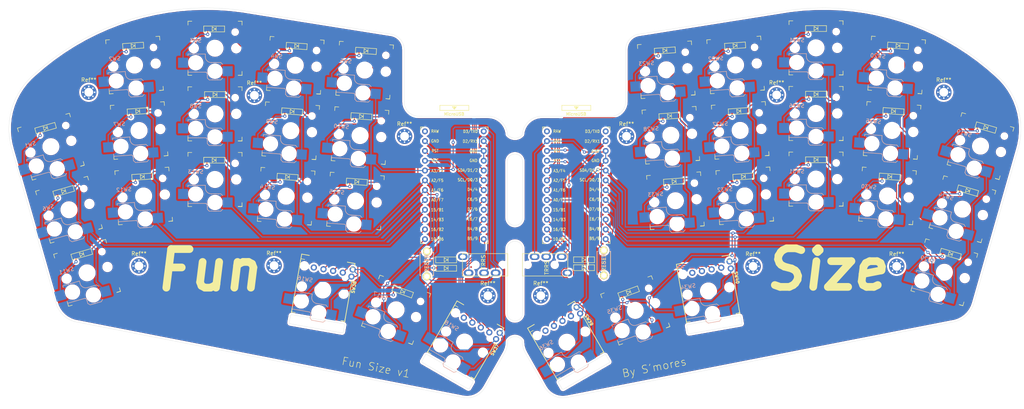
<source format=kicad_pcb>
(kicad_pcb (version 20171130) (host pcbnew 5.1.10-88a1d61d58~88~ubuntu20.10.1)
  (title_block (title "Fun Size") (date 2021-06-23) (rev 1))
  (layers (0 F.Cu signal) (31 B.Cu signal) (34 B.Paste user) (35 F.Paste user) (36 B.SilkS user) (37 F.SilkS user) (38 B.Mask user) (39 F.Mask user) (44 Edge.Cuts user))
  (net 0 "")
  (net 1 "Net-(D1-Pad2)")
  (net 2 "Net-(D2-Pad2)")
  (net 3 "Net-(D3-Pad2)")
  (net 4 "Net-(D4-Pad2)")
  (net 5 "Net-(D5-Pad2)")
  (net 6 "Net-(D6-Pad2)")
  (net 7 "Net-(D7-Pad2)")
  (net 8 "Net-(D8-Pad2)")
  (net 9 "Net-(D9-Pad2)")
  (net 10 "Net-(D10-Pad2)")
  (net 11 "Net-(D11-Pad2)")
  (net 12 "Net-(D12-Pad2)")
  (net 13 "Net-(D13-Pad2)")
  (net 14 "Net-(D14-Pad2)")
  (net 15 "Net-(D15-Pad2)")
  (net 16 "Net-(D17-Pad2)")
  (net 17 "Net-(D19-Pad2)")
  (net 18 "Net-(D20-Pad2)")
  (net 19 "Net-(D21-Pad2)")
  (net 20 "Net-(D22-Pad2)")
  (net 21 "Net-(D23-Pad2)")
  (net 22 "Net-(D24-Pad2)")
  (net 23 "Net-(D25-Pad2)")
  (net 24 "Net-(D26-Pad2)")
  (net 25 "Net-(D27-Pad2)")
  (net 26 "Net-(D28-Pad2)")
  (net 27 "Net-(D29-Pad2)")
  (net 28 "Net-(D30-Pad2)")
  (net 29 "Net-(D31-Pad2)")
  (net 30 "Net-(D32-Pad2)")
  (net 31 "Net-(D33-Pad2)")
  (net 32 "Net-(D35-Pad2)")
  (net 33 "Net-(J1-PadA)")
  (net 34 VCC)
  (net 35 GND)
  (net 36 "Net-(J2-PadA)")
  (net 37 VDD)
  (net 38 GND1)
  (net 39 "Net-(U1-Pad24)")
  (net 40 "Net-(U1-Pad1)")
  (net 41 "Net-(U2-Pad24)")
  (net 42 "Net-(U2-Pad1)")
  (net 43 ROW_L_1)
  (net 44 ROW_L_2)
  (net 45 ROW_L_3)
  (net 46 ROW_L_4)
  (net 47 ROW_R_1)
  (net 48 ROW_R_2)
  (net 49 ROW_R_3)
  (net 50 ROW_R_4)
  (net 51 DATA_L)
  (net 52 DATA_R)
  (net 53 COL_L_1)
  (net 54 COL_L_2)
  (net 55 COL_L_3)
  (net 56 COL_L_4)
  (net 57 COL_L_5)
  (net 58 COL_R_5)
  (net 59 COL_R_4)
  (net 60 COL_R_3)
  (net 61 COL_R_2)
  (net 62 COL_R_1)
  (net 63 RESET_L)
  (net 64 RESET_R)
  (net 65 ENC_L_1_OUT)
  (net 66 ENC_L_2_OUT)
  (net 67 ENC_R_1_OUT)
  (net 68 ENC_R_2_OUT)
  (net 69 ENC_L_C_1)
  (net 70 ENC_L_B_1)
  (net 71 ENC_L_A_1)
  (net 72 ENC_L_C_2)
  (net 73 ENC_L_B_2)
  (net 74 ENC_L_A_2)
  (net 75 ENC_R_C_1)
  (net 76 ENC_R_B_1)
  (net 77 ENC_R_A_1)
  (net 78 ENC_R_C_2)
  (net 79 ENC_R_B_2)
  (net 80 ENC_R_A_2)
  (net 81 "Net-(U1-Pad9)")
  (net 82 "Net-(U2-Pad16)")
  (module kbd:M2_HOLE_v3 (layer F.Cu) (at 155.7 122.1)
    (fp_text reference Ref** (at 0 -3.2) (layer F.SilkS))
    (fp_text value Val**)
    (pad 1 thru_hole circle (at 1.06 -1.06) (size 0.5 0.5) (drill 0.4) (layers *.Cu *.Mask))
    (pad 1 thru_hole circle (at -1.06 -1.06) (size 0.5 0.5) (drill 0.4) (layers *.Cu *.Mask))
    (pad 1 thru_hole circle (at -1.06 1.06) (size 0.5 0.5) (drill 0.4) (layers *.Cu *.Mask))
    (pad 1 thru_hole circle (at 1.06 1.06) (size 0.5 0.5) (drill 0.4) (layers *.Cu *.Mask))
    (pad 1 thru_hole circle (at 0 -1.5) (size 0.5 0.5) (drill 0.4) (layers *.Cu *.Mask))
    (pad 1 thru_hole circle (at 0 1.5) (size 0.5 0.5) (drill 0.4) (layers *.Cu *.Mask))
    (pad 1 thru_hole circle (at -1.5 0) (size 0.5 0.5) (drill 0.4) (layers *.Cu *.Mask))
    (pad 1 thru_hole circle (at 1.5 0) (size 0.5 0.5) (drill 0.4) (layers *.Cu *.Mask))
    (pad 1 thru_hole circle (at 0 0) (size 4 4) (drill 2.3) (layers *.Cu *.Mask))
  )
  (module kbd:M2_HOLE_v3 (layer F.Cu) (at 177.9 80.8)
    (fp_text reference Ref** (at 0 -3.2) (layer F.SilkS))
    (fp_text value Val**)
    (pad 1 thru_hole circle (at 1.06 -1.06) (size 0.5 0.5) (drill 0.4) (layers *.Cu *.Mask))
    (pad 1 thru_hole circle (at -1.06 -1.06) (size 0.5 0.5) (drill 0.4) (layers *.Cu *.Mask))
    (pad 1 thru_hole circle (at -1.06 1.06) (size 0.5 0.5) (drill 0.4) (layers *.Cu *.Mask))
    (pad 1 thru_hole circle (at 1.06 1.06) (size 0.5 0.5) (drill 0.4) (layers *.Cu *.Mask))
    (pad 1 thru_hole circle (at 0 -1.5) (size 0.5 0.5) (drill 0.4) (layers *.Cu *.Mask))
    (pad 1 thru_hole circle (at 0 1.5) (size 0.5 0.5) (drill 0.4) (layers *.Cu *.Mask))
    (pad 1 thru_hole circle (at -1.5 0) (size 0.5 0.5) (drill 0.4) (layers *.Cu *.Mask))
    (pad 1 thru_hole circle (at 1.5 0) (size 0.5 0.5) (drill 0.4) (layers *.Cu *.Mask))
    (pad 1 thru_hole circle (at 0 0) (size 4 4) (drill 2.3) (layers *.Cu *.Mask))
  )
  (module kbd:M2_HOLE_v3 (layer F.Cu) (at 210.7 114.5)
    (fp_text reference Ref** (at 0 -3.2) (layer F.SilkS))
    (fp_text value Val**)
    (pad 1 thru_hole circle (at 1.06 -1.06) (size 0.5 0.5) (drill 0.4) (layers *.Cu *.Mask))
    (pad 1 thru_hole circle (at -1.06 -1.06) (size 0.5 0.5) (drill 0.4) (layers *.Cu *.Mask))
    (pad 1 thru_hole circle (at -1.06 1.06) (size 0.5 0.5) (drill 0.4) (layers *.Cu *.Mask))
    (pad 1 thru_hole circle (at 1.06 1.06) (size 0.5 0.5) (drill 0.4) (layers *.Cu *.Mask))
    (pad 1 thru_hole circle (at 0 -1.5) (size 0.5 0.5) (drill 0.4) (layers *.Cu *.Mask))
    (pad 1 thru_hole circle (at 0 1.5) (size 0.5 0.5) (drill 0.4) (layers *.Cu *.Mask))
    (pad 1 thru_hole circle (at -1.5 0) (size 0.5 0.5) (drill 0.4) (layers *.Cu *.Mask))
    (pad 1 thru_hole circle (at 1.5 0) (size 0.5 0.5) (drill 0.4) (layers *.Cu *.Mask))
    (pad 1 thru_hole circle (at 0 0) (size 4 4) (drill 2.3) (layers *.Cu *.Mask))
  )
  (module kbd:M2_HOLE_v3 (layer F.Cu) (at 247.9 114.5)
    (fp_text reference Ref** (at 0 -3.2) (layer F.SilkS))
    (fp_text value Val**)
    (pad 1 thru_hole circle (at 1.06 -1.06) (size 0.5 0.5) (drill 0.4) (layers *.Cu *.Mask))
    (pad 1 thru_hole circle (at -1.06 -1.06) (size 0.5 0.5) (drill 0.4) (layers *.Cu *.Mask))
    (pad 1 thru_hole circle (at -1.06 1.06) (size 0.5 0.5) (drill 0.4) (layers *.Cu *.Mask))
    (pad 1 thru_hole circle (at 1.06 1.06) (size 0.5 0.5) (drill 0.4) (layers *.Cu *.Mask))
    (pad 1 thru_hole circle (at 0 -1.5) (size 0.5 0.5) (drill 0.4) (layers *.Cu *.Mask))
    (pad 1 thru_hole circle (at 0 1.5) (size 0.5 0.5) (drill 0.4) (layers *.Cu *.Mask))
    (pad 1 thru_hole circle (at -1.5 0) (size 0.5 0.5) (drill 0.4) (layers *.Cu *.Mask))
    (pad 1 thru_hole circle (at 1.5 0) (size 0.5 0.5) (drill 0.4) (layers *.Cu *.Mask))
    (pad 1 thru_hole circle (at 0 0) (size 4 4) (drill 2.3) (layers *.Cu *.Mask))
  )
  (module kbd:M2_HOLE_v3 (layer F.Cu) (at 260.1 69.4)
    (fp_text reference Ref** (at 0 -3.2) (layer F.SilkS))
    (fp_text value Val**)
    (pad 1 thru_hole circle (at 1.06 -1.06) (size 0.5 0.5) (drill 0.4) (layers *.Cu *.Mask))
    (pad 1 thru_hole circle (at -1.06 -1.06) (size 0.5 0.5) (drill 0.4) (layers *.Cu *.Mask))
    (pad 1 thru_hole circle (at -1.06 1.06) (size 0.5 0.5) (drill 0.4) (layers *.Cu *.Mask))
    (pad 1 thru_hole circle (at 1.06 1.06) (size 0.5 0.5) (drill 0.4) (layers *.Cu *.Mask))
    (pad 1 thru_hole circle (at 0 -1.5) (size 0.5 0.5) (drill 0.4) (layers *.Cu *.Mask))
    (pad 1 thru_hole circle (at 0 1.5) (size 0.5 0.5) (drill 0.4) (layers *.Cu *.Mask))
    (pad 1 thru_hole circle (at -1.5 0) (size 0.5 0.5) (drill 0.4) (layers *.Cu *.Mask))
    (pad 1 thru_hole circle (at 1.5 0) (size 0.5 0.5) (drill 0.4) (layers *.Cu *.Mask))
    (pad 1 thru_hole circle (at 0 0) (size 4 4) (drill 2.3) (layers *.Cu *.Mask))
  )
  (module kbd:M2_HOLE_v3 (layer F.Cu) (at 216.8 70.1)
    (fp_text reference Ref** (at 0 -3.2) (layer F.SilkS))
    (fp_text value Val**)
    (pad 1 thru_hole circle (at 1.06 -1.06) (size 0.5 0.5) (drill 0.4) (layers *.Cu *.Mask))
    (pad 1 thru_hole circle (at -1.06 -1.06) (size 0.5 0.5) (drill 0.4) (layers *.Cu *.Mask))
    (pad 1 thru_hole circle (at -1.06 1.06) (size 0.5 0.5) (drill 0.4) (layers *.Cu *.Mask))
    (pad 1 thru_hole circle (at 1.06 1.06) (size 0.5 0.5) (drill 0.4) (layers *.Cu *.Mask))
    (pad 1 thru_hole circle (at 0 -1.5) (size 0.5 0.5) (drill 0.4) (layers *.Cu *.Mask))
    (pad 1 thru_hole circle (at 0 1.5) (size 0.5 0.5) (drill 0.4) (layers *.Cu *.Mask))
    (pad 1 thru_hole circle (at -1.5 0) (size 0.5 0.5) (drill 0.4) (layers *.Cu *.Mask))
    (pad 1 thru_hole circle (at 1.5 0) (size 0.5 0.5) (drill 0.4) (layers *.Cu *.Mask))
    (pad 1 thru_hole circle (at 0 0) (size 4 4) (drill 2.3) (layers *.Cu *.Mask))
  )
  (module kbd:M2_HOLE_v3 (layer F.Cu) (at 86.6 114.3)
    (fp_text reference Ref** (at 0 -3.2) (layer F.SilkS))
    (fp_text value Val**)
    (pad 1 thru_hole circle (at 1.06 -1.06) (size 0.5 0.5) (drill 0.4) (layers *.Cu *.Mask))
    (pad 1 thru_hole circle (at -1.06 -1.06) (size 0.5 0.5) (drill 0.4) (layers *.Cu *.Mask))
    (pad 1 thru_hole circle (at -1.06 1.06) (size 0.5 0.5) (drill 0.4) (layers *.Cu *.Mask))
    (pad 1 thru_hole circle (at 1.06 1.06) (size 0.5 0.5) (drill 0.4) (layers *.Cu *.Mask))
    (pad 1 thru_hole circle (at 0 -1.5) (size 0.5 0.5) (drill 0.4) (layers *.Cu *.Mask))
    (pad 1 thru_hole circle (at 0 1.5) (size 0.5 0.5) (drill 0.4) (layers *.Cu *.Mask))
    (pad 1 thru_hole circle (at -1.5 0) (size 0.5 0.5) (drill 0.4) (layers *.Cu *.Mask))
    (pad 1 thru_hole circle (at 1.5 0) (size 0.5 0.5) (drill 0.4) (layers *.Cu *.Mask))
    (pad 1 thru_hole circle (at 0 0) (size 4 4) (drill 2.3) (layers *.Cu *.Mask))
  )
  (module kbd:M2_HOLE_v3 (layer F.Cu) (at 81.5 70.2)
    (fp_text reference Ref** (at 0 -3.2) (layer F.SilkS))
    (fp_text value Val**)
    (pad 1 thru_hole circle (at 1.06 -1.06) (size 0.5 0.5) (drill 0.4) (layers *.Cu *.Mask))
    (pad 1 thru_hole circle (at -1.06 -1.06) (size 0.5 0.5) (drill 0.4) (layers *.Cu *.Mask))
    (pad 1 thru_hole circle (at -1.06 1.06) (size 0.5 0.5) (drill 0.4) (layers *.Cu *.Mask))
    (pad 1 thru_hole circle (at 1.06 1.06) (size 0.5 0.5) (drill 0.4) (layers *.Cu *.Mask))
    (pad 1 thru_hole circle (at 0 -1.5) (size 0.5 0.5) (drill 0.4) (layers *.Cu *.Mask))
    (pad 1 thru_hole circle (at 0 1.5) (size 0.5 0.5) (drill 0.4) (layers *.Cu *.Mask))
    (pad 1 thru_hole circle (at -1.5 0) (size 0.5 0.5) (drill 0.4) (layers *.Cu *.Mask))
    (pad 1 thru_hole circle (at 1.5 0) (size 0.5 0.5) (drill 0.4) (layers *.Cu *.Mask))
    (pad 1 thru_hole circle (at 0 0) (size 4 4) (drill 2.3) (layers *.Cu *.Mask))
  )
  (module kbd:M2_HOLE_v3 (layer F.Cu) (at 51.6 114.4)
    (fp_text reference Ref** (at 0 -3.2) (layer F.SilkS))
    (fp_text value Val**)
    (pad 1 thru_hole circle (at 1.06 -1.06) (size 0.5 0.5) (drill 0.4) (layers *.Cu *.Mask))
    (pad 1 thru_hole circle (at -1.06 -1.06) (size 0.5 0.5) (drill 0.4) (layers *.Cu *.Mask))
    (pad 1 thru_hole circle (at -1.06 1.06) (size 0.5 0.5) (drill 0.4) (layers *.Cu *.Mask))
    (pad 1 thru_hole circle (at 1.06 1.06) (size 0.5 0.5) (drill 0.4) (layers *.Cu *.Mask))
    (pad 1 thru_hole circle (at 0 -1.5) (size 0.5 0.5) (drill 0.4) (layers *.Cu *.Mask))
    (pad 1 thru_hole circle (at 0 1.5) (size 0.5 0.5) (drill 0.4) (layers *.Cu *.Mask))
    (pad 1 thru_hole circle (at -1.5 0) (size 0.5 0.5) (drill 0.4) (layers *.Cu *.Mask))
    (pad 1 thru_hole circle (at 1.5 0) (size 0.5 0.5) (drill 0.4) (layers *.Cu *.Mask))
    (pad 1 thru_hole circle (at 0 0) (size 4 4) (drill 2.3) (layers *.Cu *.Mask))
  )
  (module kbd:M2_HOLE_v3 (layer F.Cu) (at 38.6 69.4)
    (fp_text reference Ref** (at 0 -3.2) (layer F.SilkS))
    (fp_text value Val**)
    (pad 1 thru_hole circle (at 1.06 -1.06) (size 0.5 0.5) (drill 0.4) (layers *.Cu *.Mask))
    (pad 1 thru_hole circle (at -1.06 -1.06) (size 0.5 0.5) (drill 0.4) (layers *.Cu *.Mask))
    (pad 1 thru_hole circle (at -1.06 1.06) (size 0.5 0.5) (drill 0.4) (layers *.Cu *.Mask))
    (pad 1 thru_hole circle (at 1.06 1.06) (size 0.5 0.5) (drill 0.4) (layers *.Cu *.Mask))
    (pad 1 thru_hole circle (at 0 -1.5) (size 0.5 0.5) (drill 0.4) (layers *.Cu *.Mask))
    (pad 1 thru_hole circle (at 0 1.5) (size 0.5 0.5) (drill 0.4) (layers *.Cu *.Mask))
    (pad 1 thru_hole circle (at -1.5 0) (size 0.5 0.5) (drill 0.4) (layers *.Cu *.Mask))
    (pad 1 thru_hole circle (at 1.5 0) (size 0.5 0.5) (drill 0.4) (layers *.Cu *.Mask))
    (pad 1 thru_hole circle (at 0 0) (size 4 4) (drill 2.3) (layers *.Cu *.Mask))
  )
  (module kbd:M2_HOLE_v3 (layer F.Cu) (at 142 122.1)
    (fp_text reference Ref** (at 0 -3.2) (layer F.SilkS))
    (fp_text value Val**)
    (pad 1 thru_hole circle (at 1.06 -1.06) (size 0.5 0.5) (drill 0.4) (layers *.Cu *.Mask))
    (pad 1 thru_hole circle (at -1.06 -1.06) (size 0.5 0.5) (drill 0.4) (layers *.Cu *.Mask))
    (pad 1 thru_hole circle (at -1.06 1.06) (size 0.5 0.5) (drill 0.4) (layers *.Cu *.Mask))
    (pad 1 thru_hole circle (at 1.06 1.06) (size 0.5 0.5) (drill 0.4) (layers *.Cu *.Mask))
    (pad 1 thru_hole circle (at 0 -1.5) (size 0.5 0.5) (drill 0.4) (layers *.Cu *.Mask))
    (pad 1 thru_hole circle (at 0 1.5) (size 0.5 0.5) (drill 0.4) (layers *.Cu *.Mask))
    (pad 1 thru_hole circle (at -1.5 0) (size 0.5 0.5) (drill 0.4) (layers *.Cu *.Mask))
    (pad 1 thru_hole circle (at 1.5 0) (size 0.5 0.5) (drill 0.4) (layers *.Cu *.Mask))
    (pad 1 thru_hole circle (at 0 0) (size 4 4) (drill 2.3) (layers *.Cu *.Mask))
  )
  (module kbd:M2_HOLE_v3 (layer F.Cu) (at 120.4 80.8)
    (fp_text reference Ref** (at 0 -3.2) (layer F.SilkS))
    (fp_text value Val**)
    (pad 1 thru_hole circle (at 1.06 -1.06) (size 0.5 0.5) (drill 0.4) (layers *.Cu *.Mask))
    (pad 1 thru_hole circle (at -1.06 -1.06) (size 0.5 0.5) (drill 0.4) (layers *.Cu *.Mask))
    (pad 1 thru_hole circle (at -1.06 1.06) (size 0.5 0.5) (drill 0.4) (layers *.Cu *.Mask))
    (pad 1 thru_hole circle (at 1.06 1.06) (size 0.5 0.5) (drill 0.4) (layers *.Cu *.Mask))
    (pad 1 thru_hole circle (at 0 -1.5) (size 0.5 0.5) (drill 0.4) (layers *.Cu *.Mask))
    (pad 1 thru_hole circle (at 0 1.5) (size 0.5 0.5) (drill 0.4) (layers *.Cu *.Mask))
    (pad 1 thru_hole circle (at -1.5 0) (size 0.5 0.5) (drill 0.4) (layers *.Cu *.Mask))
    (pad 1 thru_hole circle (at 1.5 0) (size 0.5 0.5) (drill 0.4) (layers *.Cu *.Mask))
    (pad 1 thru_hole circle (at 0 0) (size 4 4) (drill 2.3) (layers *.Cu *.Mask))
  )
  (module kbd:MJ-4PP-9_1side (layer F.Cu) (at 147.3 114.1 270)
    (fp_text reference J1)
    (fp_text value MJ-4PP-9 hide)
    (fp_text user TRRS (at -0.75 6.45 90) (layer F.SilkS))
    (pad A thru_hole oval (at -2.1 11.8 270) (size 1.7 2.5) (drill oval 1 1.5) (layers *.Cu B.Mask) (net 33 "Net-(J1-PadA)") (clearance 0.15))
    (pad D thru_hole oval (at 2.1 10.3 270) (size 1.7 2.5) (drill oval 1 1.5) (layers *.Cu B.Mask) (net 34 VCC) (clearance 0.15))
    (pad C thru_hole oval (at 2.1 6.3 270) (size 1.7 2.5) (drill oval 1 1.5) (layers *.Cu B.Mask) (net 51 DATA_L))
    (pad B thru_hole oval (at 2.1 3.3 270) (size 1.7 2.5) (drill oval 1 1.5) (layers *.Cu B.Mask) (net 35 GND))
    (pad "" np_thru_hole circle (at 0 8.5 270) (size 1.2 1.2) (drill 1.2) (layers *.Cu *.Mask))
    (pad "" np_thru_hole circle (at 0 1.5 270) (size 1.2 1.2) (drill 1.2) (layers *.Cu *.Mask))
  )
  (module keyswitches:Kailh_socket_PG1350 (layer F.Cu) (at 190.576098 97.496177 4)
    (fp_text reference SW33 (at -5 -2 4) (layer B.SilkS) (effects (justify mirror)))
    (fp_text value SW_PUSH)
    (pad "" np_thru_hole circle (at -5.5 0 4) (size 1.7018 1.7018) (drill 1.7018) (layers *.Cu *.Mask))
    (pad "" np_thru_hole circle (at 5.5 0 4) (size 1.7018 1.7018) (drill 1.7018) (layers *.Cu *.Mask))
    (pad 1 smd rect (at 3.275 5.95 4) (size 2.6 2.6) (layers B.Cu B.Paste B.Mask) (net 62 COL_R_1))
    (pad "" np_thru_hole circle (at -5 3.75 4) (size 3 3) (drill 3) (layers *.Cu *.Mask))
    (pad "" np_thru_hole circle (at 0 0 4) (size 3.429 3.429) (drill 3.429) (layers *.Cu *.Mask))
    (pad "" np_thru_hole circle (at 0 5.95 4) (size 3 3) (drill 3) (layers *.Cu *.Mask))
    (pad 2 smd rect (at -8.275 3.75 4) (size 2.6 2.6) (layers B.Cu B.Paste B.Mask) (net 31 "Net-(D33-Pad2)"))
    (pad "" np_thru_hole circle (at 5.22 -4.2 4) (size 0.9906 0.9906) (drill 0.9906) (layers *.Cu *.Mask))
  )
  (module keyswitches:Kailh_socket_PG1350 (layer F.Cu) (at 118.21036 125.753305 340)
    (fp_text reference SW17 (at -5 -2 160) (layer B.SilkS) (effects (justify mirror)))
    (fp_text value SW_PUSH)
    (pad "" np_thru_hole circle (at -5.5 0 340) (size 1.7018 1.7018) (drill 1.7018) (layers *.Cu *.Mask))
    (pad "" np_thru_hole circle (at 5.5 0 340) (size 1.7018 1.7018) (drill 1.7018) (layers *.Cu *.Mask))
    (pad 1 smd rect (at 3.275 5.95 340) (size 2.6 2.6) (layers B.Cu B.Paste B.Mask) (net 56 COL_L_4))
    (pad "" np_thru_hole circle (at -5 3.75 340) (size 3 3) (drill 3) (layers *.Cu *.Mask))
    (pad "" np_thru_hole circle (at 0 0 340) (size 3.429 3.429) (drill 3.429) (layers *.Cu *.Mask))
    (pad "" np_thru_hole circle (at 0 5.95 340) (size 3 3) (drill 3) (layers *.Cu *.Mask))
    (pad 2 smd rect (at -8.275 3.75 340) (size 2.6 2.6) (layers B.Cu B.Paste B.Mask) (net 16 "Net-(D17-Pad2)"))
    (pad "" np_thru_hole circle (at 5.22 -4.2 340) (size 0.9906 0.9906) (drill 0.9906) (layers *.Cu *.Mask))
  )
  (module keyswitches:Kailh_socket_PG1350 (layer F.Cu) (at 107.688497 97.580003 356)
    (fp_text reference SW15 (at -5 -2 176) (layer B.SilkS) (effects (justify mirror)))
    (fp_text value SW_PUSH)
    (pad "" np_thru_hole circle (at -5.5 0 356) (size 1.7018 1.7018) (drill 1.7018) (layers *.Cu *.Mask))
    (pad "" np_thru_hole circle (at 5.5 0 356) (size 1.7018 1.7018) (drill 1.7018) (layers *.Cu *.Mask))
    (pad 1 smd rect (at 3.275 5.95 356) (size 2.6 2.6) (layers B.Cu B.Paste B.Mask) (net 57 COL_L_5))
    (pad "" np_thru_hole circle (at -5 3.75 356) (size 3 3) (drill 3) (layers *.Cu *.Mask))
    (pad "" np_thru_hole circle (at 0 0 356) (size 3.429 3.429) (drill 3.429) (layers *.Cu *.Mask))
    (pad "" np_thru_hole circle (at 0 5.95 356) (size 3 3) (drill 3) (layers *.Cu *.Mask))
    (pad 2 smd rect (at -8.275 3.75 356) (size 2.6 2.6) (layers B.Cu B.Paste B.Mask) (net 15 "Net-(D15-Pad2)"))
    (pad "" np_thru_hole circle (at 5.22 -4.2 356) (size 0.9906 0.9906) (drill 0.9906) (layers *.Cu *.Mask))
  )
  (module kbd:MJ-4PP-9_1side (layer F.Cu) (at 150.8 114.1 90)
    (fp_text reference J2)
    (fp_text value MJ-4PP-9 hide)
    (fp_text user TRRS (at -0.75 6.45 90) (layer F.SilkS))
    (pad A thru_hole oval (at -2.1 11.8 90) (size 1.7 2.5) (drill oval 1 1.5) (layers *.Cu B.Mask) (net 36 "Net-(J2-PadA)") (clearance 0.15))
    (pad D thru_hole oval (at 2.1 10.3 90) (size 1.7 2.5) (drill oval 1 1.5) (layers *.Cu B.Mask) (net 37 VDD) (clearance 0.15))
    (pad C thru_hole oval (at 2.1 6.3 90) (size 1.7 2.5) (drill oval 1 1.5) (layers *.Cu B.Mask) (net 52 DATA_R))
    (pad B thru_hole oval (at 2.1 3.3 90) (size 1.7 2.5) (drill oval 1 1.5) (layers *.Cu B.Mask) (net 38 GND1))
    (pad "" np_thru_hole circle (at 0 8.5 90) (size 1.2 1.2) (drill 1.2) (layers *.Cu *.Mask))
    (pad "" np_thru_hole circle (at 0 1.5 90) (size 1.2 1.2) (drill 1.2) (layers *.Cu *.Mask))
  )
  (module Encoder:RollerEncoder_Panasonic_EVQWGD001 (layer F.Cu) (at 199.675 121.05 280)
    (fp_text reference SW40)
    (fp_text value Rotary_Encoder_Switch)
    (fp_line (start 9.8 7.3) (end 9.8 -6.3) (layer Edge.Cuts) (width 0.05))
    (fp_line (start 7.4 -6.3) (end 7.4 7.3) (layer Edge.Cuts) (width 0.05))
    (fp_line (start 9.5 -6.6) (end 7.7 -6.6) (layer Edge.Cuts) (width 0.05))
    (fp_line (start 7.7 7.6) (end 9.5 7.6) (layer Edge.Cuts) (width 0.05))
    (fp_text user %R (at -2.4 -7.3 100) (layer F.SilkS) (effects (font (size 0.8 0.8) (thickness 0.2))))
    (fp_arc (start 9.5 -6.3) (end 9.8 -6.3) (angle -90) (layer Edge.Cuts) (width 0.05))
    (fp_arc (start 7.7 -6.3) (end 7.7 -6.6) (angle -90) (layer Edge.Cuts) (width 0.05))
    (fp_arc (start 9.5 7.3) (end 9.5 7.6) (angle -90) (layer Edge.Cuts) (width 0.05))
    (fp_arc (start 7.7 7.3) (end 7.4 7.3) (angle -90) (layer Edge.Cuts) (width 0.05))
    (pad "" np_thru_hole circle (at -5.625 6.3 280) (size 1.5 1.5) (drill 1.5) (layers *.Cu *.Mask))
    (pad D thru_hole circle (at -5.625 3.81 280) (size 1.6 1.6) (drill 0.9) (layers *.Cu *.Mask))
    (pad C thru_hole circle (at -5.625 1.27 280) (size 1.6 1.6) (drill 0.9) (layers *.Cu *.Mask) (net 78 ENC_R_C_2))
    (pad B thru_hole circle (at -5.625 -1.27 280) (size 1.6 1.6) (drill 0.9) (layers *.Cu *.Mask) (net 79 ENC_R_B_2))
    (pad A thru_hole circle (at -5.625 -3.81 280) (size 1.6 1.6) (drill 0.9) (layers *.Cu *.Mask) (net 80 ENC_R_A_2))
    (pad S2 thru_hole circle (at -5 -6.2 280) (size 1.6 1.6) (drill 0.9) (layers *.Cu *.Mask) (net 68 ENC_R_2_OUT))
    (pad S1 thru_hole circle (at -6.85 -6.2 280) (size 1.6 1.6) (drill 0.9) (layers *.Cu *.Mask) (net 60 COL_R_3))
  )
  (module Encoder:RollerEncoder_Panasonic_EVQWGD001 (layer F.Cu) (at 163.025 134.15 300)
    (fp_text reference SW39)
    (fp_text value Rotary_Encoder_Switch)
    (fp_line (start 9.8 7.3) (end 9.8 -6.3) (layer Edge.Cuts) (width 0.05))
    (fp_line (start 7.4 -6.3) (end 7.4 7.3) (layer Edge.Cuts) (width 0.05))
    (fp_line (start 9.5 -6.6) (end 7.7 -6.6) (layer Edge.Cuts) (width 0.05))
    (fp_line (start 7.7 7.6) (end 9.5 7.6) (layer Edge.Cuts) (width 0.05))
    (fp_text user %R (at -2.4 -7.3 120) (layer F.SilkS) (effects (font (size 0.8 0.8) (thickness 0.2))))
    (fp_arc (start 9.5 -6.3) (end 9.8 -6.3) (angle -90) (layer Edge.Cuts) (width 0.05))
    (fp_arc (start 7.7 -6.3) (end 7.7 -6.6) (angle -90) (layer Edge.Cuts) (width 0.05))
    (fp_arc (start 9.5 7.3) (end 9.5 7.6) (angle -90) (layer Edge.Cuts) (width 0.05))
    (fp_arc (start 7.7 7.3) (end 7.4 7.3) (angle -90) (layer Edge.Cuts) (width 0.05))
    (pad "" np_thru_hole circle (at -5.625 6.3 300) (size 1.5 1.5) (drill 1.5) (layers *.Cu *.Mask))
    (pad D thru_hole circle (at -5.625 3.81 300) (size 1.6 1.6) (drill 0.9) (layers *.Cu *.Mask))
    (pad C thru_hole circle (at -5.625 1.27 300) (size 1.6 1.6) (drill 0.9) (layers *.Cu *.Mask) (net 75 ENC_R_C_1))
    (pad B thru_hole circle (at -5.625 -1.27 300) (size 1.6 1.6) (drill 0.9) (layers *.Cu *.Mask) (net 76 ENC_R_B_1))
    (pad A thru_hole circle (at -5.625 -3.81 300) (size 1.6 1.6) (drill 0.9) (layers *.Cu *.Mask) (net 77 ENC_R_A_1))
    (pad S2 thru_hole circle (at -5 -6.2 300) (size 1.6 1.6) (drill 0.9) (layers *.Cu *.Mask) (net 67 ENC_R_1_OUT))
    (pad S1 thru_hole circle (at -6.85 -6.2 300) (size 1.6 1.6) (drill 0.9) (layers *.Cu *.Mask) (net 62 COL_R_1))
  )
  (module keyswitches:Kailh_socket_PG1350 (layer F.Cu) (at 199.13604 120.872821 10)
    (fp_text reference SW34 (at -5 -2 10) (layer B.SilkS) (effects (justify mirror)))
    (fp_text value SW_PUSH)
    (pad "" np_thru_hole circle (at -5.5 0 10) (size 1.7018 1.7018) (drill 1.7018) (layers *.Cu *.Mask))
    (pad "" np_thru_hole circle (at 5.5 0 10) (size 1.7018 1.7018) (drill 1.7018) (layers *.Cu *.Mask))
    (pad 1 smd rect (at 3.275 5.95 10) (size 2.6 2.6) (layers B.Cu B.Paste B.Mask) (net 60 COL_R_3))
    (pad "" np_thru_hole circle (at -5 3.75 10) (size 3 3) (drill 3) (layers *.Cu *.Mask))
    (pad "" np_thru_hole circle (at 0 0 10) (size 3.429 3.429) (drill 3.429) (layers *.Cu *.Mask))
    (pad "" np_thru_hole circle (at 0 5.95 10) (size 3 3) (drill 3) (layers *.Cu *.Mask))
    (pad 2 smd rect (at -8.275 3.75 10) (size 2.6 2.6) (layers B.Cu B.Paste B.Mask) (net 68 ENC_R_2_OUT))
    (pad "" np_thru_hole circle (at 5.22 -4.2 10) (size 0.9906 0.9906) (drill 0.9906) (layers *.Cu *.Mask))
  )
  (module keyswitches:Kailh_socket_PG1350 (layer F.Cu) (at 180.167602 125.911462 20)
    (fp_text reference SW35 (at -5 -2 20) (layer B.SilkS) (effects (justify mirror)))
    (fp_text value SW_PUSH)
    (pad "" np_thru_hole circle (at -5.5 0 20) (size 1.7018 1.7018) (drill 1.7018) (layers *.Cu *.Mask))
    (pad "" np_thru_hole circle (at 5.5 0 20) (size 1.7018 1.7018) (drill 1.7018) (layers *.Cu *.Mask))
    (pad 1 smd rect (at 3.275 5.95 20) (size 2.6 2.6) (layers B.Cu B.Paste B.Mask) (net 61 COL_R_2))
    (pad "" np_thru_hole circle (at -5 3.75 20) (size 3 3) (drill 3) (layers *.Cu *.Mask))
    (pad "" np_thru_hole circle (at 0 0 20) (size 3.429 3.429) (drill 3.429) (layers *.Cu *.Mask))
    (pad "" np_thru_hole circle (at 0 5.95 20) (size 3 3) (drill 3) (layers *.Cu *.Mask))
    (pad 2 smd rect (at -8.275 3.75 20) (size 2.6 2.6) (layers B.Cu B.Paste B.Mask) (net 32 "Net-(D35-Pad2)"))
    (pad "" np_thru_hole circle (at 5.22 -4.2 20) (size 0.9906 0.9906) (drill 0.9906) (layers *.Cu *.Mask))
  )
  (module kbd:ResetSW (layer F.Cu) (at 172.025 113.6 90)
    (fp_text reference SWRST2 hide)
    (fp_text value SW_PUSH)
    (fp_text user RESET (at 0 0 90) (layer F.SilkS))
    (fp_text user RESET (at 0.127 0 90) (layer B.SilkS) (effects (justify mirror)))
    (pad 2 thru_hole circle (at -3.25 0 90) (size 2 2) (drill 1.3) (layers *.Cu *.Mask F.SilkS) (net 38 GND1))
    (pad 1 thru_hole circle (at 3.25 0 90) (size 2 2) (drill 1.3) (layers *.Cu *.Mask F.SilkS) (net 64 RESET_R))
  )
  (module kbd:ProMicro_v3 (layer F.Cu) (at 133.3 94)
    (fp_text reference U1 hide)
    (fp_text value ProMicro hide)
    (fp_text user RAW (at -4.995 -14.5 unlocked) (layer F.SilkS) (effects (font (size 0.75 0.67) (thickness 0.125))))
    (fp_text user GND (at -4.995 -11.95 unlocked) (layer F.SilkS) (effects (font (size 0.75 0.67) (thickness 0.125))))
    (fp_text user RST (at -4.995 -9.4 unlocked) (layer F.SilkS) (effects (font (size 0.75 0.67) (thickness 0.125))))
    (fp_text user VCC (at -4.995 -6.95 unlocked) (layer F.SilkS) (effects (font (size 0.75 0.67) (thickness 0.125))))
    (fp_text user A3/F4 (at -4.395 -4.25 unlocked) (layer F.SilkS) (effects (font (size 0.75 0.67) (thickness 0.125))))
    (fp_text user A2/F5 (at -4.395 -1.75 unlocked) (layer F.SilkS) (effects (font (size 0.75 0.67) (thickness 0.125))))
    (fp_text user A1/F6 (at -4.395 0.75 unlocked) (layer F.SilkS) (effects (font (size 0.75 0.67) (thickness 0.125))))
    (fp_text user A0/F7 (at -4.395 3.3 unlocked) (layer F.SilkS) (effects (font (size 0.75 0.67) (thickness 0.125))))
    (fp_text user 15/B1 (at -4.395 5.85 unlocked) (layer F.SilkS) (effects (font (size 0.75 0.67) (thickness 0.125))))
    (fp_text user 14/B3 (at -4.395 8.4 unlocked) (layer F.SilkS) (effects (font (size 0.75 0.67) (thickness 0.125))))
    (fp_text user 10/B6 (at -4.395 13.45 unlocked) (layer F.SilkS) (effects (font (size 0.75 0.67) (thickness 0.125))))
    (fp_text user 16/B2 (at -4.395 10.95 unlocked) (layer F.SilkS) (effects (font (size 0.75 0.67) (thickness 0.125))))
    (fp_text user E6/7 (at 4.705 8.25 unlocked) (layer F.SilkS) (effects (font (size 0.75 0.67) (thickness 0.125))))
    (fp_text user D7/6 (at 4.705 5.7 unlocked) (layer F.SilkS) (effects (font (size 0.75 0.67) (thickness 0.125))))
    (fp_text user GND (at 4.955 -9.35 unlocked) (layer F.SilkS) (effects (font (size 0.75 0.67) (thickness 0.125))))
    (fp_text user GND (at 4.955 -6.9 unlocked) (layer F.SilkS) (effects (font (size 0.75 0.67) (thickness 0.125))))
    (fp_text user D3/TX0 (at 4.155 -14.45 unlocked) (layer F.SilkS) (effects (font (size 0.75 0.67) (thickness 0.125))))
    (fp_text user D4/4 (at 4.705 0.6 unlocked) (layer F.SilkS) (effects (font (size 0.75 0.67) (thickness 0.125))))
    (fp_text user SDA/D1/2 (at 3.455 -4.4 unlocked) (layer F.SilkS) (effects (font (size 0.75 0.67) (thickness 0.125))))
    (fp_text user SCL/D0/3 (at 3.455 -1.9 unlocked) (layer F.SilkS) (effects (font (size 0.75 0.67) (thickness 0.125))))
    (fp_text user C6/5 (at 4.705 3.15 unlocked) (layer F.SilkS) (effects (font (size 0.75 0.67) (thickness 0.125))))
    (fp_text user B5/9 (at 4.705 13.3 unlocked) (layer F.SilkS) (effects (font (size 0.75 0.67) (thickness 0.125))))
    (fp_text user D2/RX1 (at 4.155 -11.9 unlocked) (layer F.SilkS) (effects (font (size 0.75 0.67) (thickness 0.125))))
    (fp_text user B4/8 (at 4.705 10.8 unlocked) (layer F.SilkS) (effects (font (size 0.75 0.67) (thickness 0.125))))
    (fp_text user MicroUSB (at -0.05 -18.95) (layer F.SilkS) (effects (font (size 0.75 0.75) (thickness 0.12))))
    (fp_text user MicroUSB (at -0.05 -18.95) (layer F.SilkS) (effects (font (size 0.75 0.75) (thickness 0.12))))
    (pad 24 thru_hole circle (at -7.6086 -14.478) (size 1.524 1.524) (drill 0.8128) (layers *.Cu B.Mask) (net 39 "Net-(U1-Pad24)"))
    (pad 23 thru_hole circle (at -7.6086 -11.938) (size 1.524 1.524) (drill 0.8128) (layers *.Cu B.Mask) (net 35 GND))
    (pad 22 thru_hole circle (at -7.6086 -9.398) (size 1.524 1.524) (drill 0.8128) (layers *.Cu B.Mask) (net 63 RESET_L))
    (pad 21 thru_hole circle (at -7.6086 -6.858) (size 1.524 1.524) (drill 0.8128) (layers *.Cu B.Mask) (net 34 VCC))
    (pad 20 thru_hole circle (at -7.6086 -4.318) (size 1.524 1.524) (drill 0.8128) (layers *.Cu B.Mask) (net 57 COL_L_5))
    (pad 19 thru_hole circle (at -7.6086 -1.778) (size 1.524 1.524) (drill 0.8128) (layers *.Cu B.Mask) (net 56 COL_L_4))
    (pad 18 thru_hole circle (at -7.6086 0.762) (size 1.524 1.524) (drill 0.8128) (layers *.Cu B.Mask) (net 55 COL_L_3))
    (pad 17 thru_hole circle (at -7.6086 3.302) (size 1.524 1.524) (drill 0.8128) (layers *.Cu B.Mask) (net 54 COL_L_2))
    (pad 16 thru_hole circle (at -7.6086 5.842) (size 1.524 1.524) (drill 0.8128) (layers *.Cu B.Mask) (net 53 COL_L_1))
    (pad 15 thru_hole circle (at -7.6086 8.382) (size 1.524 1.524) (drill 0.8128) (layers *.Cu B.Mask) (net 72 ENC_L_C_2))
    (pad 14 thru_hole circle (at -7.6086 10.922) (size 1.524 1.524) (drill 0.8128) (layers *.Cu B.Mask) (net 73 ENC_L_B_2))
    (pad 13 thru_hole circle (at -7.6086 13.462) (size 1.524 1.524) (drill 0.8128) (layers *.Cu B.Mask) (net 74 ENC_L_A_2))
    (pad 12 thru_hole circle (at 7.6114 13.462) (size 1.524 1.524) (drill 0.8128) (layers *.Cu B.Mask) (net 71 ENC_L_A_1))
    (pad 11 thru_hole circle (at 7.6114 10.922) (size 1.524 1.524) (drill 0.8128) (layers *.Cu B.Mask) (net 70 ENC_L_B_1))
    (pad 10 thru_hole circle (at 7.6114 8.382) (size 1.524 1.524) (drill 0.8128) (layers *.Cu B.Mask) (net 69 ENC_L_C_1))
    (pad 9 thru_hole circle (at 7.6114 5.842) (size 1.524 1.524) (drill 0.8128) (layers *.Cu B.Mask) (net 81 "Net-(U1-Pad9)"))
    (pad 8 thru_hole circle (at 7.6114 3.302) (size 1.524 1.524) (drill 0.8128) (layers *.Cu B.Mask) (net 46 ROW_L_4))
    (pad 7 thru_hole circle (at 7.6114 0.762) (size 1.524 1.524) (drill 0.8128) (layers *.Cu B.Mask) (net 45 ROW_L_3))
    (pad 6 thru_hole circle (at 7.6114 -1.778) (size 1.524 1.524) (drill 0.8128) (layers *.Cu B.Mask) (net 44 ROW_L_2))
    (pad 5 thru_hole circle (at 7.6114 -4.318) (size 1.524 1.524) (drill 0.8128) (layers *.Cu B.Mask) (net 43 ROW_L_1))
    (pad 4 thru_hole circle (at 7.6114 -6.858) (size 1.524 1.524) (drill 0.8128) (layers *.Cu B.Mask) (net 35 GND))
    (pad 3 thru_hole circle (at 7.6114 -9.398) (size 1.524 1.524) (drill 0.8128) (layers *.Cu B.Mask) (net 35 GND))
    (pad 2 thru_hole circle (at 7.6114 -11.938) (size 1.524 1.524) (drill 0.8128) (layers *.Cu B.Mask) (net 51 DATA_L))
    (pad 1 thru_hole circle (at 7.6114 -14.478) (size 1.524 1.524) (drill 0.8128) (layers *.Cu B.Mask) (net 40 "Net-(U1-Pad1)"))
  )
  (module keyswitches:Kailh_socket_PG1350 (layer F.Cu) (at 50.447768 62.357326 4)
    (fp_text reference SW2 (at -5 -2 4) (layer B.SilkS) (effects (justify mirror)))
    (fp_text value SW_PUSH)
    (pad "" np_thru_hole circle (at -5.5 0 4) (size 1.7018 1.7018) (drill 1.7018) (layers *.Cu *.Mask))
    (pad "" np_thru_hole circle (at 5.5 0 4) (size 1.7018 1.7018) (drill 1.7018) (layers *.Cu *.Mask))
    (pad 1 smd rect (at 3.275 5.95 4) (size 2.6 2.6) (layers B.Cu B.Paste B.Mask) (net 54 COL_L_2))
    (pad "" np_thru_hole circle (at -5 3.75 4) (size 3 3) (drill 3) (layers *.Cu *.Mask))
    (pad "" np_thru_hole circle (at 0 0 4) (size 3.429 3.429) (drill 3.429) (layers *.Cu *.Mask))
    (pad "" np_thru_hole circle (at 0 5.95 4) (size 3 3) (drill 3) (layers *.Cu *.Mask))
    (pad 2 smd rect (at -8.275 3.75 4) (size 2.6 2.6) (layers B.Cu B.Paste B.Mask) (net 2 "Net-(D2-Pad2)"))
    (pad "" np_thru_hole circle (at 5.22 -4.2 4) (size 0.9906 0.9906) (drill 0.9906) (layers *.Cu *.Mask))
  )
  (module Encoder:RollerEncoder_Panasonic_EVQWGD001 (layer F.Cu) (at 99.675 121 260)
    (fp_text reference SW38)
    (fp_text value Rotary_Encoder_Switch)
    (fp_line (start 9.8 7.3) (end 9.8 -6.3) (layer Edge.Cuts) (width 0.05))
    (fp_line (start 7.4 -6.3) (end 7.4 7.3) (layer Edge.Cuts) (width 0.05))
    (fp_line (start 9.5 -6.6) (end 7.7 -6.6) (layer Edge.Cuts) (width 0.05))
    (fp_line (start 7.7 7.6) (end 9.5 7.6) (layer Edge.Cuts) (width 0.05))
    (fp_text user %R (at -2.4 -7.3 80) (layer F.SilkS) (effects (font (size 0.8 0.8) (thickness 0.2))))
    (fp_arc (start 9.5 -6.3) (end 9.8 -6.3) (angle -90) (layer Edge.Cuts) (width 0.05))
    (fp_arc (start 7.7 -6.3) (end 7.7 -6.6) (angle -90) (layer Edge.Cuts) (width 0.05))
    (fp_arc (start 9.5 7.3) (end 9.5 7.6) (angle -90) (layer Edge.Cuts) (width 0.05))
    (fp_arc (start 7.7 7.3) (end 7.4 7.3) (angle -90) (layer Edge.Cuts) (width 0.05))
    (pad "" np_thru_hole circle (at -5.625 6.3 260) (size 1.5 1.5) (drill 1.5) (layers *.Cu *.Mask))
    (pad D thru_hole circle (at -5.625 3.81 260) (size 1.6 1.6) (drill 0.9) (layers *.Cu *.Mask))
    (pad C thru_hole circle (at -5.625 1.27 260) (size 1.6 1.6) (drill 0.9) (layers *.Cu *.Mask) (net 72 ENC_L_C_2))
    (pad B thru_hole circle (at -5.625 -1.27 260) (size 1.6 1.6) (drill 0.9) (layers *.Cu *.Mask) (net 73 ENC_L_B_2))
    (pad A thru_hole circle (at -5.625 -3.81 260) (size 1.6 1.6) (drill 0.9) (layers *.Cu *.Mask) (net 74 ENC_L_A_2))
    (pad S2 thru_hole circle (at -5 -6.2 260) (size 1.6 1.6) (drill 0.9) (layers *.Cu *.Mask) (net 66 ENC_L_2_OUT))
    (pad S1 thru_hole circle (at -6.85 -6.2 260) (size 1.6 1.6) (drill 0.9) (layers *.Cu *.Mask) (net 55 COL_L_3))
  )
  (module Encoder:RollerEncoder_Panasonic_EVQWGD001 (layer F.Cu) (at 136.25 134.575 240)
    (fp_text reference SW37)
    (fp_text value Rotary_Encoder_Switch)
    (fp_line (start 9.8 7.3) (end 9.8 -6.3) (layer Edge.Cuts) (width 0.05))
    (fp_line (start 7.4 -6.3) (end 7.4 7.3) (layer Edge.Cuts) (width 0.05))
    (fp_line (start 9.5 -6.6) (end 7.7 -6.6) (layer Edge.Cuts) (width 0.05))
    (fp_line (start 7.7 7.6) (end 9.5 7.6) (layer Edge.Cuts) (width 0.05))
    (fp_text user %R (at -2.4 -7.3 60) (layer F.SilkS) (effects (font (size 0.8 0.8) (thickness 0.2))))
    (fp_arc (start 9.5 -6.3) (end 9.8 -6.3) (angle -90) (layer Edge.Cuts) (width 0.05))
    (fp_arc (start 7.7 -6.3) (end 7.7 -6.6) (angle -90) (layer Edge.Cuts) (width 0.05))
    (fp_arc (start 9.5 7.3) (end 9.5 7.6) (angle -90) (layer Edge.Cuts) (width 0.05))
    (fp_arc (start 7.7 7.3) (end 7.4 7.3) (angle -90) (layer Edge.Cuts) (width 0.05))
    (pad "" np_thru_hole circle (at -5.625 6.3 240) (size 1.5 1.5) (drill 1.5) (layers *.Cu *.Mask))
    (pad D thru_hole circle (at -5.625 3.81 240) (size 1.6 1.6) (drill 0.9) (layers *.Cu *.Mask))
    (pad C thru_hole circle (at -5.625 1.27 240) (size 1.6 1.6) (drill 0.9) (layers *.Cu *.Mask) (net 69 ENC_L_C_1))
    (pad B thru_hole circle (at -5.625 -1.27 240) (size 1.6 1.6) (drill 0.9) (layers *.Cu *.Mask) (net 70 ENC_L_B_1))
    (pad A thru_hole circle (at -5.625 -3.81 240) (size 1.6 1.6) (drill 0.9) (layers *.Cu *.Mask) (net 71 ENC_L_A_1))
    (pad S2 thru_hole circle (at -5 -6.2 240) (size 1.6 1.6) (drill 0.9) (layers *.Cu *.Mask) (net 65 ENC_L_1_OUT))
    (pad S1 thru_hole circle (at -6.85 -6.2 240) (size 1.6 1.6) (drill 0.9) (layers *.Cu *.Mask) (net 57 COL_L_5))
  )
  (module keyswitches:Kailh_socket_PG1350 (layer F.Cu) (at 28.781245 83.494461 16)
    (fp_text reference SW1 (at -5 -2 16) (layer B.SilkS) (effects (justify mirror)))
    (fp_text value SW_PUSH)
    (pad "" np_thru_hole circle (at -5.5 0 16) (size 1.7018 1.7018) (drill 1.7018) (layers *.Cu *.Mask))
    (pad "" np_thru_hole circle (at 5.5 0 16) (size 1.7018 1.7018) (drill 1.7018) (layers *.Cu *.Mask))
    (pad 1 smd rect (at 3.275 5.95 16) (size 2.6 2.6) (layers B.Cu B.Paste B.Mask) (net 53 COL_L_1))
    (pad "" np_thru_hole circle (at -5 3.75 16) (size 3 3) (drill 3) (layers *.Cu *.Mask))
    (pad "" np_thru_hole circle (at 0 0 16) (size 3.429 3.429) (drill 3.429) (layers *.Cu *.Mask))
    (pad "" np_thru_hole circle (at 0 5.95 16) (size 3 3) (drill 3) (layers *.Cu *.Mask))
    (pad 2 smd rect (at -8.275 3.75 16) (size 2.6 2.6) (layers B.Cu B.Paste B.Mask) (net 1 "Net-(D1-Pad2)"))
    (pad "" np_thru_hole circle (at 5.22 -4.2 16) (size 0.9906 0.9906) (drill 0.9906) (layers *.Cu *.Mask))
  )
  (module keyswitches:Kailh_socket_PG1350 (layer F.Cu) (at 71.3 58)
    (fp_text reference SW3 (at -5 -2) (layer B.SilkS) (effects (justify mirror)))
    (fp_text value SW_PUSH)
    (pad "" np_thru_hole circle (at -5.5 0) (size 1.7018 1.7018) (drill 1.7018) (layers *.Cu *.Mask))
    (pad "" np_thru_hole circle (at 5.5 0) (size 1.7018 1.7018) (drill 1.7018) (layers *.Cu *.Mask))
    (pad 1 smd rect (at 3.275 5.95) (size 2.6 2.6) (layers B.Cu B.Paste B.Mask) (net 55 COL_L_3))
    (pad "" np_thru_hole circle (at -5 3.75) (size 3 3) (drill 3) (layers *.Cu *.Mask))
    (pad "" np_thru_hole circle (at 0 0) (size 3.429 3.429) (drill 3.429) (layers *.Cu *.Mask))
    (pad "" np_thru_hole circle (at 0 5.95) (size 3 3) (drill 3) (layers *.Cu *.Mask))
    (pad 2 smd rect (at -8.275 3.75) (size 2.6 2.6) (layers B.Cu B.Paste B.Mask) (net 3 "Net-(D3-Pad2)"))
    (pad "" np_thru_hole circle (at 5.22 -4.2) (size 0.9906 0.9906) (drill 0.9906) (layers *.Cu *.Mask))
  )
  (module keyswitches:Kailh_socket_PG1350 (layer F.Cu) (at 92.104065 62.407209 356)
    (fp_text reference SW4 (at -5 -2 176) (layer B.SilkS) (effects (justify mirror)))
    (fp_text value SW_PUSH)
    (pad "" np_thru_hole circle (at -5.5 0 356) (size 1.7018 1.7018) (drill 1.7018) (layers *.Cu *.Mask))
    (pad "" np_thru_hole circle (at 5.5 0 356) (size 1.7018 1.7018) (drill 1.7018) (layers *.Cu *.Mask))
    (pad 1 smd rect (at 3.275 5.95 356) (size 2.6 2.6) (layers B.Cu B.Paste B.Mask) (net 56 COL_L_4))
    (pad "" np_thru_hole circle (at -5 3.75 356) (size 3 3) (drill 3) (layers *.Cu *.Mask))
    (pad "" np_thru_hole circle (at 0 0 356) (size 3.429 3.429) (drill 3.429) (layers *.Cu *.Mask))
    (pad "" np_thru_hole circle (at 0 5.95 356) (size 3 3) (drill 3) (layers *.Cu *.Mask))
    (pad 2 smd rect (at -8.275 3.75 356) (size 2.6 2.6) (layers B.Cu B.Paste B.Mask) (net 4 "Net-(D4-Pad2)"))
    (pad "" np_thru_hole circle (at 5.22 -4.2 356) (size 0.9906 0.9906) (drill 0.9906) (layers *.Cu *.Mask))
  )
  (module keyswitches:Kailh_socket_PG1350 (layer F.Cu) (at 110.060217 63.662826 356)
    (fp_text reference SW5 (at -5 -2 176) (layer B.SilkS) (effects (justify mirror)))
    (fp_text value SW_PUSH)
    (pad "" np_thru_hole circle (at -5.5 0 356) (size 1.7018 1.7018) (drill 1.7018) (layers *.Cu *.Mask))
    (pad "" np_thru_hole circle (at 5.5 0 356) (size 1.7018 1.7018) (drill 1.7018) (layers *.Cu *.Mask))
    (pad 1 smd rect (at 3.275 5.95 356) (size 2.6 2.6) (layers B.Cu B.Paste B.Mask) (net 57 COL_L_5))
    (pad "" np_thru_hole circle (at -5 3.75 356) (size 3 3) (drill 3) (layers *.Cu *.Mask))
    (pad "" np_thru_hole circle (at 0 0 356) (size 3.429 3.429) (drill 3.429) (layers *.Cu *.Mask))
    (pad "" np_thru_hole circle (at 0 5.95 356) (size 3 3) (drill 3) (layers *.Cu *.Mask))
    (pad 2 smd rect (at -8.275 3.75 356) (size 2.6 2.6) (layers B.Cu B.Paste B.Mask) (net 5 "Net-(D5-Pad2)"))
    (pad "" np_thru_hole circle (at 5.22 -4.2 356) (size 0.9906 0.9906) (drill 0.9906) (layers *.Cu *.Mask))
  )
  (module keyswitches:Kailh_socket_PG1350 (layer F.Cu) (at 33.46708 99.83591 16)
    (fp_text reference SW6 (at -5 -2 16) (layer B.SilkS) (effects (justify mirror)))
    (fp_text value SW_PUSH)
    (pad "" np_thru_hole circle (at -5.5 0 16) (size 1.7018 1.7018) (drill 1.7018) (layers *.Cu *.Mask))
    (pad "" np_thru_hole circle (at 5.5 0 16) (size 1.7018 1.7018) (drill 1.7018) (layers *.Cu *.Mask))
    (pad 1 smd rect (at 3.275 5.95 16) (size 2.6 2.6) (layers B.Cu B.Paste B.Mask) (net 53 COL_L_1))
    (pad "" np_thru_hole circle (at -5 3.75 16) (size 3 3) (drill 3) (layers *.Cu *.Mask))
    (pad "" np_thru_hole circle (at 0 0 16) (size 3.429 3.429) (drill 3.429) (layers *.Cu *.Mask))
    (pad "" np_thru_hole circle (at 0 5.95 16) (size 3 3) (drill 3) (layers *.Cu *.Mask))
    (pad 2 smd rect (at -8.275 3.75 16) (size 2.6 2.6) (layers B.Cu B.Paste B.Mask) (net 6 "Net-(D6-Pad2)"))
    (pad "" np_thru_hole circle (at 5.22 -4.2 16) (size 0.9906 0.9906) (drill 0.9906) (layers *.Cu *.Mask))
  )
  (module keyswitches:Kailh_socket_PG1350 (layer F.Cu) (at 51.633628 79.315914 4)
    (fp_text reference SW7 (at -5 -2 4) (layer B.SilkS) (effects (justify mirror)))
    (fp_text value SW_PUSH)
    (pad "" np_thru_hole circle (at -5.5 0 4) (size 1.7018 1.7018) (drill 1.7018) (layers *.Cu *.Mask))
    (pad "" np_thru_hole circle (at 5.5 0 4) (size 1.7018 1.7018) (drill 1.7018) (layers *.Cu *.Mask))
    (pad 1 smd rect (at 3.275 5.95 4) (size 2.6 2.6) (layers B.Cu B.Paste B.Mask) (net 54 COL_L_2))
    (pad "" np_thru_hole circle (at -5 3.75 4) (size 3 3) (drill 3) (layers *.Cu *.Mask))
    (pad "" np_thru_hole circle (at 0 0 4) (size 3.429 3.429) (drill 3.429) (layers *.Cu *.Mask))
    (pad "" np_thru_hole circle (at 0 5.95 4) (size 3 3) (drill 3) (layers *.Cu *.Mask))
    (pad 2 smd rect (at -8.275 3.75 4) (size 2.6 2.6) (layers B.Cu B.Paste B.Mask) (net 7 "Net-(D7-Pad2)"))
    (pad "" np_thru_hole circle (at 5.22 -4.2 4) (size 0.9906 0.9906) (drill 0.9906) (layers *.Cu *.Mask))
  )
  (module keyswitches:Kailh_socket_PG1350 (layer F.Cu) (at 71.3 75)
    (fp_text reference SW8 (at -5 -2) (layer B.SilkS) (effects (justify mirror)))
    (fp_text value SW_PUSH)
    (pad "" np_thru_hole circle (at -5.5 0) (size 1.7018 1.7018) (drill 1.7018) (layers *.Cu *.Mask))
    (pad "" np_thru_hole circle (at 5.5 0) (size 1.7018 1.7018) (drill 1.7018) (layers *.Cu *.Mask))
    (pad 1 smd rect (at 3.275 5.95) (size 2.6 2.6) (layers B.Cu B.Paste B.Mask) (net 55 COL_L_3))
    (pad "" np_thru_hole circle (at -5 3.75) (size 3 3) (drill 3) (layers *.Cu *.Mask))
    (pad "" np_thru_hole circle (at 0 0) (size 3.429 3.429) (drill 3.429) (layers *.Cu *.Mask))
    (pad "" np_thru_hole circle (at 0 5.95) (size 3 3) (drill 3) (layers *.Cu *.Mask))
    (pad 2 smd rect (at -8.275 3.75) (size 2.6 2.6) (layers B.Cu B.Paste B.Mask) (net 8 "Net-(D8-Pad2)"))
    (pad "" np_thru_hole circle (at 5.22 -4.2) (size 0.9906 0.9906) (drill 0.9906) (layers *.Cu *.Mask))
  )
  (module keyswitches:Kailh_socket_PG1350 (layer F.Cu) (at 90.918204 79.365798 356)
    (fp_text reference SW9 (at -5 -2 176) (layer B.SilkS) (effects (justify mirror)))
    (fp_text value SW_PUSH)
    (pad "" np_thru_hole circle (at -5.5 0 356) (size 1.7018 1.7018) (drill 1.7018) (layers *.Cu *.Mask))
    (pad "" np_thru_hole circle (at 5.5 0 356) (size 1.7018 1.7018) (drill 1.7018) (layers *.Cu *.Mask))
    (pad 1 smd rect (at 3.275 5.95 356) (size 2.6 2.6) (layers B.Cu B.Paste B.Mask) (net 56 COL_L_4))
    (pad "" np_thru_hole circle (at -5 3.75 356) (size 3 3) (drill 3) (layers *.Cu *.Mask))
    (pad "" np_thru_hole circle (at 0 0 356) (size 3.429 3.429) (drill 3.429) (layers *.Cu *.Mask))
    (pad "" np_thru_hole circle (at 0 5.95 356) (size 3 3) (drill 3) (layers *.Cu *.Mask))
    (pad 2 smd rect (at -8.275 3.75 356) (size 2.6 2.6) (layers B.Cu B.Paste B.Mask) (net 9 "Net-(D9-Pad2)"))
    (pad "" np_thru_hole circle (at 5.22 -4.2 356) (size 0.9906 0.9906) (drill 0.9906) (layers *.Cu *.Mask))
  )
  (module keyswitches:Kailh_socket_PG1350 (layer F.Cu) (at 108.874357 80.621415 356)
    (fp_text reference SW10 (at -5 -2 176) (layer B.SilkS) (effects (justify mirror)))
    (fp_text value SW_PUSH)
    (pad "" np_thru_hole circle (at -5.5 0 356) (size 1.7018 1.7018) (drill 1.7018) (layers *.Cu *.Mask))
    (pad "" np_thru_hole circle (at 5.5 0 356) (size 1.7018 1.7018) (drill 1.7018) (layers *.Cu *.Mask))
    (pad 1 smd rect (at 3.275 5.95 356) (size 2.6 2.6) (layers B.Cu B.Paste B.Mask) (net 57 COL_L_5))
    (pad "" np_thru_hole circle (at -5 3.75 356) (size 3 3) (drill 3) (layers *.Cu *.Mask))
    (pad "" np_thru_hole circle (at 0 0 356) (size 3.429 3.429) (drill 3.429) (layers *.Cu *.Mask))
    (pad "" np_thru_hole circle (at 0 5.95 356) (size 3 3) (drill 3) (layers *.Cu *.Mask))
    (pad 2 smd rect (at -8.275 3.75 356) (size 2.6 2.6) (layers B.Cu B.Paste B.Mask) (net 10 "Net-(D10-Pad2)"))
    (pad "" np_thru_hole circle (at 5.22 -4.2 356) (size 0.9906 0.9906) (drill 0.9906) (layers *.Cu *.Mask))
  )
  (module keyswitches:Kailh_socket_PG1350 (layer F.Cu) (at 38.152914 116.17736 16)
    (fp_text reference SW11 (at -5 -2 16) (layer B.SilkS) (effects (justify mirror)))
    (fp_text value SW_PUSH)
    (pad "" np_thru_hole circle (at -5.5 0 16) (size 1.7018 1.7018) (drill 1.7018) (layers *.Cu *.Mask))
    (pad "" np_thru_hole circle (at 5.5 0 16) (size 1.7018 1.7018) (drill 1.7018) (layers *.Cu *.Mask))
    (pad 1 smd rect (at 3.275 5.95 16) (size 2.6 2.6) (layers B.Cu B.Paste B.Mask) (net 53 COL_L_1))
    (pad "" np_thru_hole circle (at -5 3.75 16) (size 3 3) (drill 3) (layers *.Cu *.Mask))
    (pad "" np_thru_hole circle (at 0 0 16) (size 3.429 3.429) (drill 3.429) (layers *.Cu *.Mask))
    (pad "" np_thru_hole circle (at 0 5.95 16) (size 3 3) (drill 3) (layers *.Cu *.Mask))
    (pad 2 smd rect (at -8.275 3.75 16) (size 2.6 2.6) (layers B.Cu B.Paste B.Mask) (net 11 "Net-(D11-Pad2)"))
    (pad "" np_thru_hole circle (at 5.22 -4.2 16) (size 0.9906 0.9906) (drill 0.9906) (layers *.Cu *.Mask))
  )
  (module keyswitches:Kailh_socket_PG1350 (layer F.Cu) (at 52.819489 96.274503 4)
    (fp_text reference SW12 (at -5 -2 4) (layer B.SilkS) (effects (justify mirror)))
    (fp_text value SW_PUSH)
    (pad "" np_thru_hole circle (at -5.5 0 4) (size 1.7018 1.7018) (drill 1.7018) (layers *.Cu *.Mask))
    (pad "" np_thru_hole circle (at 5.5 0 4) (size 1.7018 1.7018) (drill 1.7018) (layers *.Cu *.Mask))
    (pad 1 smd rect (at 3.275 5.95 4) (size 2.6 2.6) (layers B.Cu B.Paste B.Mask) (net 54 COL_L_2))
    (pad "" np_thru_hole circle (at -5 3.75 4) (size 3 3) (drill 3) (layers *.Cu *.Mask))
    (pad "" np_thru_hole circle (at 0 0 4) (size 3.429 3.429) (drill 3.429) (layers *.Cu *.Mask))
    (pad "" np_thru_hole circle (at 0 5.95 4) (size 3 3) (drill 3) (layers *.Cu *.Mask))
    (pad 2 smd rect (at -8.275 3.75 4) (size 2.6 2.6) (layers B.Cu B.Paste B.Mask) (net 12 "Net-(D12-Pad2)"))
    (pad "" np_thru_hole circle (at 5.22 -4.2 4) (size 0.9906 0.9906) (drill 0.9906) (layers *.Cu *.Mask))
  )
  (module keyswitches:Kailh_socket_PG1350 (layer F.Cu) (at 71.3 92)
    (fp_text reference SW13 (at -5 -2) (layer B.SilkS) (effects (justify mirror)))
    (fp_text value SW_PUSH)
    (pad "" np_thru_hole circle (at -5.5 0) (size 1.7018 1.7018) (drill 1.7018) (layers *.Cu *.Mask))
    (pad "" np_thru_hole circle (at 5.5 0) (size 1.7018 1.7018) (drill 1.7018) (layers *.Cu *.Mask))
    (pad 1 smd rect (at 3.275 5.95) (size 2.6 2.6) (layers B.Cu B.Paste B.Mask) (net 55 COL_L_3))
    (pad "" np_thru_hole circle (at -5 3.75) (size 3 3) (drill 3) (layers *.Cu *.Mask))
    (pad "" np_thru_hole circle (at 0 0) (size 3.429 3.429) (drill 3.429) (layers *.Cu *.Mask))
    (pad "" np_thru_hole circle (at 0 5.95) (size 3 3) (drill 3) (layers *.Cu *.Mask))
    (pad 2 smd rect (at -8.275 3.75) (size 2.6 2.6) (layers B.Cu B.Paste B.Mask) (net 13 "Net-(D13-Pad2)"))
    (pad "" np_thru_hole circle (at 5.22 -4.2) (size 0.9906 0.9906) (drill 0.9906) (layers *.Cu *.Mask))
  )
  (module keyswitches:Kailh_socket_PG1350 (layer F.Cu) (at 89.732344 96.324387 356)
    (fp_text reference SW14 (at -5 -2 176) (layer B.SilkS) (effects (justify mirror)))
    (fp_text value SW_PUSH)
    (pad "" np_thru_hole circle (at -5.5 0 356) (size 1.7018 1.7018) (drill 1.7018) (layers *.Cu *.Mask))
    (pad "" np_thru_hole circle (at 5.5 0 356) (size 1.7018 1.7018) (drill 1.7018) (layers *.Cu *.Mask))
    (pad 1 smd rect (at 3.275 5.95 356) (size 2.6 2.6) (layers B.Cu B.Paste B.Mask) (net 56 COL_L_4))
    (pad "" np_thru_hole circle (at -5 3.75 356) (size 3 3) (drill 3) (layers *.Cu *.Mask))
    (pad "" np_thru_hole circle (at 0 0 356) (size 3.429 3.429) (drill 3.429) (layers *.Cu *.Mask))
    (pad "" np_thru_hole circle (at 0 5.95 356) (size 3 3) (drill 3) (layers *.Cu *.Mask))
    (pad 2 smd rect (at -8.275 3.75 356) (size 2.6 2.6) (layers B.Cu B.Paste B.Mask) (net 14 "Net-(D14-Pad2)"))
    (pad "" np_thru_hole circle (at 5.22 -4.2 356) (size 0.9906 0.9906) (drill 0.9906) (layers *.Cu *.Mask))
  )
  (module keyswitches:Kailh_socket_PG1350 (layer F.Cu) (at 99.225757 120.637946 350)
    (fp_text reference SW16 (at -5 -2 170) (layer B.SilkS) (effects (justify mirror)))
    (fp_text value SW_PUSH)
    (pad "" np_thru_hole circle (at -5.5 0 350) (size 1.7018 1.7018) (drill 1.7018) (layers *.Cu *.Mask))
    (pad "" np_thru_hole circle (at 5.5 0 350) (size 1.7018 1.7018) (drill 1.7018) (layers *.Cu *.Mask))
    (pad 1 smd rect (at 3.275 5.95 350) (size 2.6 2.6) (layers B.Cu B.Paste B.Mask) (net 55 COL_L_3))
    (pad "" np_thru_hole circle (at -5 3.75 350) (size 3 3) (drill 3) (layers *.Cu *.Mask))
    (pad "" np_thru_hole circle (at 0 0 350) (size 3.429 3.429) (drill 3.429) (layers *.Cu *.Mask))
    (pad "" np_thru_hole circle (at 0 5.95 350) (size 3 3) (drill 3) (layers *.Cu *.Mask))
    (pad 2 smd rect (at -8.275 3.75 350) (size 2.6 2.6) (layers B.Cu B.Paste B.Mask) (net 66 ENC_L_2_OUT))
    (pad "" np_thru_hole circle (at 5.22 -4.2 350) (size 0.9906 0.9906) (drill 0.9906) (layers *.Cu *.Mask))
  )
  (module keyswitches:Kailh_socket_PG1350 (layer F.Cu) (at 135.937757 134.110429 330)
    (fp_text reference SW18 (at -5 -2 150) (layer B.SilkS) (effects (justify mirror)))
    (fp_text value SW_PUSH)
    (pad "" np_thru_hole circle (at -5.5 0 330) (size 1.7018 1.7018) (drill 1.7018) (layers *.Cu *.Mask))
    (pad "" np_thru_hole circle (at 5.5 0 330) (size 1.7018 1.7018) (drill 1.7018) (layers *.Cu *.Mask))
    (pad 1 smd rect (at 3.275 5.95 330) (size 2.6 2.6) (layers B.Cu B.Paste B.Mask) (net 57 COL_L_5))
    (pad "" np_thru_hole circle (at -5 3.75 330) (size 3 3) (drill 3) (layers *.Cu *.Mask))
    (pad "" np_thru_hole circle (at 0 0 330) (size 3.429 3.429) (drill 3.429) (layers *.Cu *.Mask))
    (pad "" np_thru_hole circle (at 0 5.95 330) (size 3 3) (drill 3) (layers *.Cu *.Mask))
    (pad 2 smd rect (at -8.275 3.75 330) (size 2.6 2.6) (layers B.Cu B.Paste B.Mask) (net 65 ENC_L_1_OUT))
    (pad "" np_thru_hole circle (at 5.22 -4.2 330) (size 0.9906 0.9906) (drill 0.9906) (layers *.Cu *.Mask))
  )
  (module keyswitches:Kailh_socket_PG1350 (layer F.Cu) (at 269.617354 83.351572 344)
    (fp_text reference SW19 (at -5 -2 164) (layer B.SilkS) (effects (justify mirror)))
    (fp_text value SW_PUSH)
    (pad "" np_thru_hole circle (at 5.22 -4.2 344) (size 0.9906 0.9906) (drill 0.9906) (layers *.Cu *.Mask))
    (pad 2 smd rect (at -8.275 3.75 344) (size 2.6 2.6) (layers B.Cu B.Paste B.Mask) (net 17 "Net-(D19-Pad2)"))
    (pad "" np_thru_hole circle (at 0 5.95 344) (size 3 3) (drill 3) (layers *.Cu *.Mask))
    (pad "" np_thru_hole circle (at 0 0 344) (size 3.429 3.429) (drill 3.429) (layers *.Cu *.Mask))
    (pad "" np_thru_hole circle (at -5 3.75 344) (size 3 3) (drill 3) (layers *.Cu *.Mask))
    (pad 1 smd rect (at 3.275 5.95 344) (size 2.6 2.6) (layers B.Cu B.Paste B.Mask) (net 58 COL_R_5))
    (pad "" np_thru_hole circle (at 5.5 0 344) (size 1.7018 1.7018) (drill 1.7018) (layers *.Cu *.Mask))
    (pad "" np_thru_hole circle (at -5.5 0 344) (size 1.7018 1.7018) (drill 1.7018) (layers *.Cu *.Mask))
  )
  (module keyswitches:Kailh_socket_PG1350 (layer F.Cu) (at 247.892504 62.336889 356)
    (fp_text reference SW20 (at -5 -2 176) (layer B.SilkS) (effects (justify mirror)))
    (fp_text value SW_PUSH)
    (pad "" np_thru_hole circle (at -5.5 0 356) (size 1.7018 1.7018) (drill 1.7018) (layers *.Cu *.Mask))
    (pad "" np_thru_hole circle (at 5.5 0 356) (size 1.7018 1.7018) (drill 1.7018) (layers *.Cu *.Mask))
    (pad 1 smd rect (at 3.275 5.95 356) (size 2.6 2.6) (layers B.Cu B.Paste B.Mask) (net 59 COL_R_4))
    (pad "" np_thru_hole circle (at -5 3.75 356) (size 3 3) (drill 3) (layers *.Cu *.Mask))
    (pad "" np_thru_hole circle (at 0 0 356) (size 3.429 3.429) (drill 3.429) (layers *.Cu *.Mask))
    (pad "" np_thru_hole circle (at 0 5.95 356) (size 3 3) (drill 3) (layers *.Cu *.Mask))
    (pad 2 smd rect (at -8.275 3.75 356) (size 2.6 2.6) (layers B.Cu B.Paste B.Mask) (net 18 "Net-(D20-Pad2)"))
    (pad "" np_thru_hole circle (at 5.22 -4.2 356) (size 0.9906 0.9906) (drill 0.9906) (layers *.Cu *.Mask))
  )
  (module keyswitches:Kailh_socket_PG1350 (layer F.Cu) (at 227 57.9)
    (fp_text reference SW21 (at -5 -2) (layer B.SilkS) (effects (justify mirror)))
    (fp_text value SW_PUSH)
    (pad "" np_thru_hole circle (at -5.5 0) (size 1.7018 1.7018) (drill 1.7018) (layers *.Cu *.Mask))
    (pad "" np_thru_hole circle (at 5.5 0) (size 1.7018 1.7018) (drill 1.7018) (layers *.Cu *.Mask))
    (pad 1 smd rect (at 3.275 5.95) (size 2.6 2.6) (layers B.Cu B.Paste B.Mask) (net 60 COL_R_3))
    (pad "" np_thru_hole circle (at -5 3.75) (size 3 3) (drill 3) (layers *.Cu *.Mask))
    (pad "" np_thru_hole circle (at 0 0) (size 3.429 3.429) (drill 3.429) (layers *.Cu *.Mask))
    (pad "" np_thru_hole circle (at 0 5.95) (size 3 3) (drill 3) (layers *.Cu *.Mask))
    (pad 2 smd rect (at -8.275 3.75) (size 2.6 2.6) (layers B.Cu B.Paste B.Mask) (net 19 "Net-(D21-Pad2)"))
    (pad "" np_thru_hole circle (at 5.22 -4.2) (size 0.9906 0.9906) (drill 0.9906) (layers *.Cu *.Mask))
  )
  (module keyswitches:Kailh_socket_PG1350 (layer F.Cu) (at 206.16053 62.323383 4)
    (fp_text reference SW22 (at -5 -2 4) (layer B.SilkS) (effects (justify mirror)))
    (fp_text value SW_PUSH)
    (pad "" np_thru_hole circle (at -5.5 0 4) (size 1.7018 1.7018) (drill 1.7018) (layers *.Cu *.Mask))
    (pad "" np_thru_hole circle (at 5.5 0 4) (size 1.7018 1.7018) (drill 1.7018) (layers *.Cu *.Mask))
    (pad 1 smd rect (at 3.275 5.95 4) (size 2.6 2.6) (layers B.Cu B.Paste B.Mask) (net 61 COL_R_2))
    (pad "" np_thru_hole circle (at -5 3.75 4) (size 3 3) (drill 3) (layers *.Cu *.Mask))
    (pad "" np_thru_hole circle (at 0 0 4) (size 3.429 3.429) (drill 3.429) (layers *.Cu *.Mask))
    (pad "" np_thru_hole circle (at 0 5.95 4) (size 3 3) (drill 3) (layers *.Cu *.Mask))
    (pad 2 smd rect (at -8.275 3.75 4) (size 2.6 2.6) (layers B.Cu B.Paste B.Mask) (net 20 "Net-(D22-Pad2)"))
    (pad "" np_thru_hole circle (at 5.22 -4.2 4) (size 0.9906 0.9906) (drill 0.9906) (layers *.Cu *.Mask))
  )
  (module keyswitches:Kailh_socket_PG1350 (layer F.Cu) (at 188.204378 63.578999 4)
    (fp_text reference SW23 (at -5 -2 4) (layer B.SilkS) (effects (justify mirror)))
    (fp_text value SW_PUSH)
    (pad "" np_thru_hole circle (at -5.5 0 4) (size 1.7018 1.7018) (drill 1.7018) (layers *.Cu *.Mask))
    (pad "" np_thru_hole circle (at 5.5 0 4) (size 1.7018 1.7018) (drill 1.7018) (layers *.Cu *.Mask))
    (pad 1 smd rect (at 3.275 5.95 4) (size 2.6 2.6) (layers B.Cu B.Paste B.Mask) (net 62 COL_R_1))
    (pad "" np_thru_hole circle (at -5 3.75 4) (size 3 3) (drill 3) (layers *.Cu *.Mask))
    (pad "" np_thru_hole circle (at 0 0 4) (size 3.429 3.429) (drill 3.429) (layers *.Cu *.Mask))
    (pad "" np_thru_hole circle (at 0 5.95 4) (size 3 3) (drill 3) (layers *.Cu *.Mask))
    (pad 2 smd rect (at -8.275 3.75 4) (size 2.6 2.6) (layers B.Cu B.Paste B.Mask) (net 21 "Net-(D23-Pad2)"))
    (pad "" np_thru_hole circle (at 5.22 -4.2 4) (size 0.9906 0.9906) (drill 0.9906) (layers *.Cu *.Mask))
  )
  (module keyswitches:Kailh_socket_PG1350 (layer F.Cu) (at 264.931519 99.693021 344)
    (fp_text reference SW24 (at -5 -2 164) (layer B.SilkS) (effects (justify mirror)))
    (fp_text value SW_PUSH)
    (pad "" np_thru_hole circle (at 5.22 -4.2 344) (size 0.9906 0.9906) (drill 0.9906) (layers *.Cu *.Mask))
    (pad 2 smd rect (at -8.275 3.75 344) (size 2.6 2.6) (layers B.Cu B.Paste B.Mask) (net 22 "Net-(D24-Pad2)"))
    (pad "" np_thru_hole circle (at 0 5.95 344) (size 3 3) (drill 3) (layers *.Cu *.Mask))
    (pad "" np_thru_hole circle (at 0 0 344) (size 3.429 3.429) (drill 3.429) (layers *.Cu *.Mask))
    (pad "" np_thru_hole circle (at -5 3.75 344) (size 3 3) (drill 3) (layers *.Cu *.Mask))
    (pad 1 smd rect (at 3.275 5.95 344) (size 2.6 2.6) (layers B.Cu B.Paste B.Mask) (net 58 COL_R_5))
    (pad "" np_thru_hole circle (at 5.5 0 344) (size 1.7018 1.7018) (drill 1.7018) (layers *.Cu *.Mask))
    (pad "" np_thru_hole circle (at -5.5 0 344) (size 1.7018 1.7018) (drill 1.7018) (layers *.Cu *.Mask))
  )
  (module keyswitches:Kailh_socket_PG1350 (layer F.Cu) (at 246.706645 79.295478 356)
    (fp_text reference SW25 (at -5 -2 176) (layer B.SilkS) (effects (justify mirror)))
    (fp_text value SW_PUSH)
    (pad "" np_thru_hole circle (at -5.5 0 356) (size 1.7018 1.7018) (drill 1.7018) (layers *.Cu *.Mask))
    (pad "" np_thru_hole circle (at 5.5 0 356) (size 1.7018 1.7018) (drill 1.7018) (layers *.Cu *.Mask))
    (pad 1 smd rect (at 3.275 5.95 356) (size 2.6 2.6) (layers B.Cu B.Paste B.Mask) (net 59 COL_R_4))
    (pad "" np_thru_hole circle (at -5 3.75 356) (size 3 3) (drill 3) (layers *.Cu *.Mask))
    (pad "" np_thru_hole circle (at 0 0 356) (size 3.429 3.429) (drill 3.429) (layers *.Cu *.Mask))
    (pad "" np_thru_hole circle (at 0 5.95 356) (size 3 3) (drill 3) (layers *.Cu *.Mask))
    (pad 2 smd rect (at -8.275 3.75 356) (size 2.6 2.6) (layers B.Cu B.Paste B.Mask) (net 23 "Net-(D25-Pad2)"))
    (pad "" np_thru_hole circle (at 5.22 -4.2 356) (size 0.9906 0.9906) (drill 0.9906) (layers *.Cu *.Mask))
  )
  (module keyswitches:Kailh_socket_PG1350 (layer F.Cu) (at 227 74.9)
    (fp_text reference SW26 (at -5 -2) (layer B.SilkS) (effects (justify mirror)))
    (fp_text value SW_PUSH)
    (pad "" np_thru_hole circle (at -5.5 0) (size 1.7018 1.7018) (drill 1.7018) (layers *.Cu *.Mask))
    (pad "" np_thru_hole circle (at 5.5 0) (size 1.7018 1.7018) (drill 1.7018) (layers *.Cu *.Mask))
    (pad 1 smd rect (at 3.275 5.95) (size 2.6 2.6) (layers B.Cu B.Paste B.Mask) (net 60 COL_R_3))
    (pad "" np_thru_hole circle (at -5 3.75) (size 3 3) (drill 3) (layers *.Cu *.Mask))
    (pad "" np_thru_hole circle (at 0 0) (size 3.429 3.429) (drill 3.429) (layers *.Cu *.Mask))
    (pad "" np_thru_hole circle (at 0 5.95) (size 3 3) (drill 3) (layers *.Cu *.Mask))
    (pad 2 smd rect (at -8.275 3.75) (size 2.6 2.6) (layers B.Cu B.Paste B.Mask) (net 24 "Net-(D26-Pad2)"))
    (pad "" np_thru_hole circle (at 5.22 -4.2) (size 0.9906 0.9906) (drill 0.9906) (layers *.Cu *.Mask))
  )
  (module keyswitches:Kailh_socket_PG1350 (layer F.Cu) (at 207.346391 79.281971 4)
    (fp_text reference SW27 (at -5 -2 4) (layer B.SilkS) (effects (justify mirror)))
    (fp_text value SW_PUSH)
    (pad "" np_thru_hole circle (at -5.5 0 4) (size 1.7018 1.7018) (drill 1.7018) (layers *.Cu *.Mask))
    (pad "" np_thru_hole circle (at 5.5 0 4) (size 1.7018 1.7018) (drill 1.7018) (layers *.Cu *.Mask))
    (pad 1 smd rect (at 3.275 5.95 4) (size 2.6 2.6) (layers B.Cu B.Paste B.Mask) (net 61 COL_R_2))
    (pad "" np_thru_hole circle (at -5 3.75 4) (size 3 3) (drill 3) (layers *.Cu *.Mask))
    (pad "" np_thru_hole circle (at 0 0 4) (size 3.429 3.429) (drill 3.429) (layers *.Cu *.Mask))
    (pad "" np_thru_hole circle (at 0 5.95 4) (size 3 3) (drill 3) (layers *.Cu *.Mask))
    (pad 2 smd rect (at -8.275 3.75 4) (size 2.6 2.6) (layers B.Cu B.Paste B.Mask) (net 25 "Net-(D27-Pad2)"))
    (pad "" np_thru_hole circle (at 5.22 -4.2 4) (size 0.9906 0.9906) (drill 0.9906) (layers *.Cu *.Mask))
  )
  (module keyswitches:Kailh_socket_PG1350 (layer F.Cu) (at 189.390238 80.537588 4)
    (fp_text reference SW28 (at -5 -2 4) (layer B.SilkS) (effects (justify mirror)))
    (fp_text value SW_PUSH)
    (pad "" np_thru_hole circle (at -5.5 0 4) (size 1.7018 1.7018) (drill 1.7018) (layers *.Cu *.Mask))
    (pad "" np_thru_hole circle (at 5.5 0 4) (size 1.7018 1.7018) (drill 1.7018) (layers *.Cu *.Mask))
    (pad 1 smd rect (at 3.275 5.95 4) (size 2.6 2.6) (layers B.Cu B.Paste B.Mask) (net 62 COL_R_1))
    (pad "" np_thru_hole circle (at -5 3.75 4) (size 3 3) (drill 3) (layers *.Cu *.Mask))
    (pad "" np_thru_hole circle (at 0 0 4) (size 3.429 3.429) (drill 3.429) (layers *.Cu *.Mask))
    (pad "" np_thru_hole circle (at 0 5.95 4) (size 3 3) (drill 3) (layers *.Cu *.Mask))
    (pad 2 smd rect (at -8.275 3.75 4) (size 2.6 2.6) (layers B.Cu B.Paste B.Mask) (net 26 "Net-(D28-Pad2)"))
    (pad "" np_thru_hole circle (at 5.22 -4.2 4) (size 0.9906 0.9906) (drill 0.9906) (layers *.Cu *.Mask))
  )
  (module keyswitches:Kailh_socket_PG1350 (layer F.Cu) (at 260.245685 116.034469 344)
    (fp_text reference SW29 (at -5 -2 164) (layer B.SilkS) (effects (justify mirror)))
    (fp_text value SW_PUSH)
    (pad "" np_thru_hole circle (at 5.22 -4.2 344) (size 0.9906 0.9906) (drill 0.9906) (layers *.Cu *.Mask))
    (pad 2 smd rect (at -8.275 3.75 344) (size 2.6 2.6) (layers B.Cu B.Paste B.Mask) (net 27 "Net-(D29-Pad2)"))
    (pad "" np_thru_hole circle (at 0 5.95 344) (size 3 3) (drill 3) (layers *.Cu *.Mask))
    (pad "" np_thru_hole circle (at 0 0 344) (size 3.429 3.429) (drill 3.429) (layers *.Cu *.Mask))
    (pad "" np_thru_hole circle (at -5 3.75 344) (size 3 3) (drill 3) (layers *.Cu *.Mask))
    (pad 1 smd rect (at 3.275 5.95 344) (size 2.6 2.6) (layers B.Cu B.Paste B.Mask) (net 58 COL_R_5))
    (pad "" np_thru_hole circle (at 5.5 0 344) (size 1.7018 1.7018) (drill 1.7018) (layers *.Cu *.Mask))
    (pad "" np_thru_hole circle (at -5.5 0 344) (size 1.7018 1.7018) (drill 1.7018) (layers *.Cu *.Mask))
  )
  (module keyswitches:Kailh_socket_PG1350 (layer F.Cu) (at 245.520785 96.254068 356)
    (fp_text reference SW30 (at -5 -2 176) (layer B.SilkS) (effects (justify mirror)))
    (fp_text value SW_PUSH)
    (pad "" np_thru_hole circle (at -5.5 0 356) (size 1.7018 1.7018) (drill 1.7018) (layers *.Cu *.Mask))
    (pad "" np_thru_hole circle (at 5.5 0 356) (size 1.7018 1.7018) (drill 1.7018) (layers *.Cu *.Mask))
    (pad 1 smd rect (at 3.275 5.95 356) (size 2.6 2.6) (layers B.Cu B.Paste B.Mask) (net 59 COL_R_4))
    (pad "" np_thru_hole circle (at -5 3.75 356) (size 3 3) (drill 3) (layers *.Cu *.Mask))
    (pad "" np_thru_hole circle (at 0 0 356) (size 3.429 3.429) (drill 3.429) (layers *.Cu *.Mask))
    (pad "" np_thru_hole circle (at 0 5.95 356) (size 3 3) (drill 3) (layers *.Cu *.Mask))
    (pad 2 smd rect (at -8.275 3.75 356) (size 2.6 2.6) (layers B.Cu B.Paste B.Mask) (net 28 "Net-(D30-Pad2)"))
    (pad "" np_thru_hole circle (at 5.22 -4.2 356) (size 0.9906 0.9906) (drill 0.9906) (layers *.Cu *.Mask))
  )
  (module keyswitches:Kailh_socket_PG1350 (layer F.Cu) (at 227 91.9)
    (fp_text reference SW31 (at -5 -2) (layer B.SilkS) (effects (justify mirror)))
    (fp_text value SW_PUSH)
    (pad "" np_thru_hole circle (at -5.5 0) (size 1.7018 1.7018) (drill 1.7018) (layers *.Cu *.Mask))
    (pad "" np_thru_hole circle (at 5.5 0) (size 1.7018 1.7018) (drill 1.7018) (layers *.Cu *.Mask))
    (pad 1 smd rect (at 3.275 5.95) (size 2.6 2.6) (layers B.Cu B.Paste B.Mask) (net 60 COL_R_3))
    (pad "" np_thru_hole circle (at -5 3.75) (size 3 3) (drill 3) (layers *.Cu *.Mask))
    (pad "" np_thru_hole circle (at 0 0) (size 3.429 3.429) (drill 3.429) (layers *.Cu *.Mask))
    (pad "" np_thru_hole circle (at 0 5.95) (size 3 3) (drill 3) (layers *.Cu *.Mask))
    (pad 2 smd rect (at -8.275 3.75) (size 2.6 2.6) (layers B.Cu B.Paste B.Mask) (net 29 "Net-(D31-Pad2)"))
    (pad "" np_thru_hole circle (at 5.22 -4.2) (size 0.9906 0.9906) (drill 0.9906) (layers *.Cu *.Mask))
  )
  (module keyswitches:Kailh_socket_PG1350 (layer F.Cu) (at 208.532251 96.24056 4)
    (fp_text reference SW32 (at -5 -2 4) (layer B.SilkS) (effects (justify mirror)))
    (fp_text value SW_PUSH)
    (pad "" np_thru_hole circle (at -5.5 0 4) (size 1.7018 1.7018) (drill 1.7018) (layers *.Cu *.Mask))
    (pad "" np_thru_hole circle (at 5.5 0 4) (size 1.7018 1.7018) (drill 1.7018) (layers *.Cu *.Mask))
    (pad 1 smd rect (at 3.275 5.95 4) (size 2.6 2.6) (layers B.Cu B.Paste B.Mask) (net 61 COL_R_2))
    (pad "" np_thru_hole circle (at -5 3.75 4) (size 3 3) (drill 3) (layers *.Cu *.Mask))
    (pad "" np_thru_hole circle (at 0 0 4) (size 3.429 3.429) (drill 3.429) (layers *.Cu *.Mask))
    (pad "" np_thru_hole circle (at 0 5.95 4) (size 3 3) (drill 3) (layers *.Cu *.Mask))
    (pad 2 smd rect (at -8.275 3.75 4) (size 2.6 2.6) (layers B.Cu B.Paste B.Mask) (net 30 "Net-(D32-Pad2)"))
    (pad "" np_thru_hole circle (at 5.22 -4.2 4) (size 0.9906 0.9906) (drill 0.9906) (layers *.Cu *.Mask))
  )
  (module keyswitches:Kailh_socket_PG1350 (layer F.Cu) (at 162.45434 134.156836 30)
    (fp_text reference SW36 (at -5 -2 30) (layer B.SilkS) (effects (justify mirror)))
    (fp_text value SW_PUSH)
    (pad "" np_thru_hole circle (at -5.5 0 30) (size 1.7018 1.7018) (drill 1.7018) (layers *.Cu *.Mask))
    (pad "" np_thru_hole circle (at 5.5 0 30) (size 1.7018 1.7018) (drill 1.7018) (layers *.Cu *.Mask))
    (pad 1 smd rect (at 3.275 5.95 30) (size 2.6 2.6) (layers B.Cu B.Paste B.Mask) (net 62 COL_R_1))
    (pad "" np_thru_hole circle (at -5 3.75 30) (size 3 3) (drill 3) (layers *.Cu *.Mask))
    (pad "" np_thru_hole circle (at 0 0 30) (size 3.429 3.429) (drill 3.429) (layers *.Cu *.Mask))
    (pad "" np_thru_hole circle (at 0 5.95 30) (size 3 3) (drill 3) (layers *.Cu *.Mask))
    (pad 2 smd rect (at -8.275 3.75 30) (size 2.6 2.6) (layers B.Cu B.Paste B.Mask) (net 67 ENC_R_1_OUT))
    (pad "" np_thru_hole circle (at 5.22 -4.2 30) (size 0.9906 0.9906) (drill 0.9906) (layers *.Cu *.Mask))
  )
  (module kbd:ProMicro_v3 (layer F.Cu) (at 164.9 94)
    (fp_text reference U2 hide)
    (fp_text value ProMicro hide)
    (fp_text user RAW (at -4.995 -14.5 unlocked) (layer F.SilkS) (effects (font (size 0.75 0.67) (thickness 0.125))))
    (fp_text user GND (at -4.995 -11.95 unlocked) (layer F.SilkS) (effects (font (size 0.75 0.67) (thickness 0.125))))
    (fp_text user RST (at -4.995 -9.4 unlocked) (layer F.SilkS) (effects (font (size 0.75 0.67) (thickness 0.125))))
    (fp_text user VCC (at -4.995 -6.95 unlocked) (layer F.SilkS) (effects (font (size 0.75 0.67) (thickness 0.125))))
    (fp_text user A3/F4 (at -4.395 -4.25 unlocked) (layer F.SilkS) (effects (font (size 0.75 0.67) (thickness 0.125))))
    (fp_text user A2/F5 (at -4.395 -1.75 unlocked) (layer F.SilkS) (effects (font (size 0.75 0.67) (thickness 0.125))))
    (fp_text user A1/F6 (at -4.395 0.75 unlocked) (layer F.SilkS) (effects (font (size 0.75 0.67) (thickness 0.125))))
    (fp_text user A0/F7 (at -4.395 3.3 unlocked) (layer F.SilkS) (effects (font (size 0.75 0.67) (thickness 0.125))))
    (fp_text user 15/B1 (at -4.395 5.85 unlocked) (layer F.SilkS) (effects (font (size 0.75 0.67) (thickness 0.125))))
    (fp_text user 14/B3 (at -4.395 8.4 unlocked) (layer F.SilkS) (effects (font (size 0.75 0.67) (thickness 0.125))))
    (fp_text user 10/B6 (at -4.395 13.45 unlocked) (layer F.SilkS) (effects (font (size 0.75 0.67) (thickness 0.125))))
    (fp_text user 16/B2 (at -4.395 10.95 unlocked) (layer F.SilkS) (effects (font (size 0.75 0.67) (thickness 0.125))))
    (fp_text user E6/7 (at 4.705 8.25 unlocked) (layer F.SilkS) (effects (font (size 0.75 0.67) (thickness 0.125))))
    (fp_text user D7/6 (at 4.705 5.7 unlocked) (layer F.SilkS) (effects (font (size 0.75 0.67) (thickness 0.125))))
    (fp_text user GND (at 4.955 -9.35 unlocked) (layer F.SilkS) (effects (font (size 0.75 0.67) (thickness 0.125))))
    (fp_text user GND (at 4.955 -6.9 unlocked) (layer F.SilkS) (effects (font (size 0.75 0.67) (thickness 0.125))))
    (fp_text user D3/TX0 (at 4.155 -14.45 unlocked) (layer F.SilkS) (effects (font (size 0.75 0.67) (thickness 0.125))))
    (fp_text user D4/4 (at 4.705 0.6 unlocked) (layer F.SilkS) (effects (font (size 0.75 0.67) (thickness 0.125))))
    (fp_text user SDA/D1/2 (at 3.455 -4.4 unlocked) (layer F.SilkS) (effects (font (size 0.75 0.67) (thickness 0.125))))
    (fp_text user SCL/D0/3 (at 3.455 -1.9 unlocked) (layer F.SilkS) (effects (font (size 0.75 0.67) (thickness 0.125))))
    (fp_text user C6/5 (at 4.705 3.15 unlocked) (layer F.SilkS) (effects (font (size 0.75 0.67) (thickness 0.125))))
    (fp_text user B5/9 (at 4.705 13.3 unlocked) (layer F.SilkS) (effects (font (size 0.75 0.67) (thickness 0.125))))
    (fp_text user D2/RX1 (at 4.155 -11.9 unlocked) (layer F.SilkS) (effects (font (size 0.75 0.67) (thickness 0.125))))
    (fp_text user B4/8 (at 4.705 10.8 unlocked) (layer F.SilkS) (effects (font (size 0.75 0.67) (thickness 0.125))))
    (fp_text user MicroUSB (at -0.05 -18.95) (layer F.SilkS) (effects (font (size 0.75 0.75) (thickness 0.12))))
    (fp_text user MicroUSB (at -0.05 -18.95) (layer F.SilkS) (effects (font (size 0.75 0.75) (thickness 0.12))))
    (pad 24 thru_hole circle (at -7.6086 -14.478) (size 1.524 1.524) (drill 0.8128) (layers *.Cu B.Mask) (net 41 "Net-(U2-Pad24)"))
    (pad 23 thru_hole circle (at -7.6086 -11.938) (size 1.524 1.524) (drill 0.8128) (layers *.Cu B.Mask) (net 38 GND1))
    (pad 22 thru_hole circle (at -7.6086 -9.398) (size 1.524 1.524) (drill 0.8128) (layers *.Cu B.Mask) (net 64 RESET_R))
    (pad 21 thru_hole circle (at -7.6086 -6.858) (size 1.524 1.524) (drill 0.8128) (layers *.Cu B.Mask) (net 37 VDD))
    (pad 20 thru_hole circle (at -7.6086 -4.318) (size 1.524 1.524) (drill 0.8128) (layers *.Cu B.Mask) (net 47 ROW_R_1))
    (pad 19 thru_hole circle (at -7.6086 -1.778) (size 1.524 1.524) (drill 0.8128) (layers *.Cu B.Mask) (net 48 ROW_R_2))
    (pad 18 thru_hole circle (at -7.6086 0.762) (size 1.524 1.524) (drill 0.8128) (layers *.Cu B.Mask) (net 49 ROW_R_3))
    (pad 17 thru_hole circle (at -7.6086 3.302) (size 1.524 1.524) (drill 0.8128) (layers *.Cu B.Mask) (net 50 ROW_R_4))
    (pad 16 thru_hole circle (at -7.6086 5.842) (size 1.524 1.524) (drill 0.8128) (layers *.Cu B.Mask) (net 82 "Net-(U2-Pad16)"))
    (pad 15 thru_hole circle (at -7.6086 8.382) (size 1.524 1.524) (drill 0.8128) (layers *.Cu B.Mask) (net 77 ENC_R_A_1))
    (pad 14 thru_hole circle (at -7.6086 10.922) (size 1.524 1.524) (drill 0.8128) (layers *.Cu B.Mask) (net 76 ENC_R_B_1))
    (pad 13 thru_hole circle (at -7.6086 13.462) (size 1.524 1.524) (drill 0.8128) (layers *.Cu B.Mask) (net 75 ENC_R_C_1))
    (pad 12 thru_hole circle (at 7.6114 13.462) (size 1.524 1.524) (drill 0.8128) (layers *.Cu B.Mask) (net 78 ENC_R_C_2))
    (pad 11 thru_hole circle (at 7.6114 10.922) (size 1.524 1.524) (drill 0.8128) (layers *.Cu B.Mask) (net 79 ENC_R_B_2))
    (pad 10 thru_hole circle (at 7.6114 8.382) (size 1.524 1.524) (drill 0.8128) (layers *.Cu B.Mask) (net 80 ENC_R_A_2))
    (pad 9 thru_hole circle (at 7.6114 5.842) (size 1.524 1.524) (drill 0.8128) (layers *.Cu B.Mask) (net 58 COL_R_5))
    (pad 8 thru_hole circle (at 7.6114 3.302) (size 1.524 1.524) (drill 0.8128) (layers *.Cu B.Mask) (net 59 COL_R_4))
    (pad 7 thru_hole circle (at 7.6114 0.762) (size 1.524 1.524) (drill 0.8128) (layers *.Cu B.Mask) (net 60 COL_R_3))
    (pad 6 thru_hole circle (at 7.6114 -1.778) (size 1.524 1.524) (drill 0.8128) (layers *.Cu B.Mask) (net 61 COL_R_2))
    (pad 5 thru_hole circle (at 7.6114 -4.318) (size 1.524 1.524) (drill 0.8128) (layers *.Cu B.Mask) (net 62 COL_R_1))
    (pad 4 thru_hole circle (at 7.6114 -6.858) (size 1.524 1.524) (drill 0.8128) (layers *.Cu B.Mask) (net 38 GND1))
    (pad 3 thru_hole circle (at 7.6114 -9.398) (size 1.524 1.524) (drill 0.8128) (layers *.Cu B.Mask) (net 38 GND1))
    (pad 2 thru_hole circle (at 7.6114 -11.938) (size 1.524 1.524) (drill 0.8128) (layers *.Cu B.Mask) (net 52 DATA_R))
    (pad 1 thru_hole circle (at 7.6114 -14.478) (size 1.524 1.524) (drill 0.8128) (layers *.Cu B.Mask) (net 42 "Net-(U2-Pad1)"))
  )
  (module kbd:ResetSW (layer F.Cu) (at 126.175 113.875 90)
    (fp_text reference SWRST1 hide)
    (fp_text value SW_PUSH)
    (fp_text user RESET (at 0 0 90) (layer F.SilkS))
    (fp_text user RESET (at 0.127 0 90) (layer B.SilkS) (effects (justify mirror)))
    (pad 2 thru_hole circle (at -3.25 0 90) (size 2 2) (drill 1.3) (layers *.Cu *.Mask F.SilkS) (net 35 GND))
    (pad 1 thru_hole circle (at 3.25 0 90) (size 2 2) (drill 1.3) (layers *.Cu *.Mask F.SilkS) (net 63 RESET_L))
  )
  (module kbd:D3_SMD_v2 (layer F.Cu) (at 166.9 112.8 180)
    (fp_text reference D36 hide)
    (fp_text value D hide)
    (pad 2 smd rect (at 1.775 0 180) (size 1.4 1) (layers F.Cu F.Paste F.Mask) (net 67 ENC_R_1_OUT))
    (pad 1 smd rect (at -1.775 0 180) (size 1.4 1) (layers F.Cu F.Paste F.Mask) (net 50 ROW_R_4))
  )
  (module kbd:D3_SMD_v2 (layer F.Cu) (at 178.457501 121.212999 200)
    (fp_text reference D35 hide)
    (fp_text value D hide)
    (pad 2 smd rect (at 1.775 0 200) (size 1.4 1) (layers F.Cu F.Paste F.Mask) (net 32 "Net-(D35-Pad2)"))
    (pad 1 smd rect (at -1.775 0 200) (size 1.4 1) (layers F.Cu F.Paste F.Mask) (net 50 ROW_R_4))
  )
  (module kbd:D3_SMD_v2 (layer F.Cu) (at 166.9 114.85 180)
    (fp_text reference D34 hide)
    (fp_text value D hide)
    (pad 2 smd rect (at 1.775 0 180) (size 1.4 1) (layers F.Cu F.Paste F.Mask) (net 68 ENC_R_2_OUT))
    (pad 1 smd rect (at -1.775 0 180) (size 1.4 1) (layers F.Cu F.Paste F.Mask) (net 50 ROW_R_4))
  )
  (module kbd:D3_SMD_v2 (layer F.Cu) (at 190.227315 92.508357 184)
    (fp_text reference D33 hide)
    (fp_text value D hide)
    (pad 2 smd rect (at 1.775 0 184) (size 1.4 1) (layers F.Cu F.Paste F.Mask) (net 31 "Net-(D33-Pad2)"))
    (pad 1 smd rect (at -1.775 0 184) (size 1.4 1) (layers F.Cu F.Paste F.Mask) (net 49 ROW_R_3))
  )
  (module kbd:D3_SMD_v2 (layer F.Cu) (at 208.183468 91.25274 184)
    (fp_text reference D32 hide)
    (fp_text value D hide)
    (pad 2 smd rect (at 1.775 0 184) (size 1.4 1) (layers F.Cu F.Paste F.Mask) (net 30 "Net-(D32-Pad2)"))
    (pad 1 smd rect (at -1.775 0 184) (size 1.4 1) (layers F.Cu F.Paste F.Mask) (net 49 ROW_R_3))
  )
  (module kbd:D3_SMD_v2 (layer F.Cu) (at 227 86.9 180)
    (fp_text reference D31 hide)
    (fp_text value D hide)
    (pad 2 smd rect (at 1.775 0 180) (size 1.4 1) (layers F.Cu F.Paste F.Mask) (net 29 "Net-(D31-Pad2)"))
    (pad 1 smd rect (at -1.775 0 180) (size 1.4 1) (layers F.Cu F.Paste F.Mask) (net 49 ROW_R_3))
  )
  (module kbd:D3_SMD_v2 (layer F.Cu) (at 246.094019 91.281942 176)
    (fp_text reference D30 hide)
    (fp_text value D hide)
    (pad 2 smd rect (at 1.775 0 176) (size 1.4 1) (layers F.Cu F.Paste F.Mask) (net 28 "Net-(D30-Pad2)"))
    (pad 1 smd rect (at -1.775 0 176) (size 1.4 1) (layers F.Cu F.Paste F.Mask) (net 49 ROW_R_3))
  )
  (module kbd:D3_SMD_v2 (layer F.Cu) (at 261.840155 111.29018 164)
    (fp_text reference D29 hide)
    (fp_text value D hide)
    (pad 1 smd rect (at -1.775 0 164) (size 1.4 1) (layers F.Cu F.Paste F.Mask) (net 49 ROW_R_3))
    (pad 2 smd rect (at 1.775 0 164) (size 1.4 1) (layers F.Cu F.Paste F.Mask) (net 27 "Net-(D29-Pad2)"))
  )
  (module kbd:D3_SMD_v2 (layer F.Cu) (at 189.041455 75.549767 184)
    (fp_text reference D28 hide)
    (fp_text value D hide)
    (pad 2 smd rect (at 1.775 0 184) (size 1.4 1) (layers F.Cu F.Paste F.Mask) (net 26 "Net-(D28-Pad2)"))
    (pad 1 smd rect (at -1.775 0 184) (size 1.4 1) (layers F.Cu F.Paste F.Mask) (net 48 ROW_R_2))
  )
  (module kbd:D3_SMD_v2 (layer F.Cu) (at 206.997609 74.294152 184)
    (fp_text reference D27 hide)
    (fp_text value D hide)
    (pad 2 smd rect (at 1.775 0 184) (size 1.4 1) (layers F.Cu F.Paste F.Mask) (net 25 "Net-(D27-Pad2)"))
    (pad 1 smd rect (at -1.775 0 184) (size 1.4 1) (layers F.Cu F.Paste F.Mask) (net 48 ROW_R_2))
  )
  (module kbd:D3_SMD_v2 (layer F.Cu) (at 227 69.9 180)
    (fp_text reference D26 hide)
    (fp_text value D hide)
    (pad 2 smd rect (at 1.775 0 180) (size 1.4 1) (layers F.Cu F.Paste F.Mask) (net 24 "Net-(D26-Pad2)"))
    (pad 1 smd rect (at -1.775 0 180) (size 1.4 1) (layers F.Cu F.Paste F.Mask) (net 48 ROW_R_2))
  )
  (module kbd:D3_SMD_v2 (layer F.Cu) (at 247.055427 74.307658 176)
    (fp_text reference D25 hide)
    (fp_text value D hide)
    (pad 2 smd rect (at 1.775 0 176) (size 1.4 1) (layers F.Cu F.Paste F.Mask) (net 23 "Net-(D25-Pad2)"))
    (pad 1 smd rect (at -1.775 0 176) (size 1.4 1) (layers F.Cu F.Paste F.Mask) (net 48 ROW_R_2))
  )
  (module kbd:D3_SMD_v2 (layer F.Cu) (at 266.309705 94.886713 164)
    (fp_text reference D24 hide)
    (fp_text value D hide)
    (pad 1 smd rect (at -1.775 0 164) (size 1.4 1) (layers F.Cu F.Paste F.Mask) (net 48 ROW_R_2))
    (pad 2 smd rect (at 1.775 0 164) (size 1.4 1) (layers F.Cu F.Paste F.Mask) (net 22 "Net-(D24-Pad2)"))
  )
  (module kbd:D3_SMD_v2 (layer F.Cu) (at 187.855596 58.591179 184)
    (fp_text reference D23 hide)
    (fp_text value D hide)
    (pad 2 smd rect (at 1.775 0 184) (size 1.4 1) (layers F.Cu F.Paste F.Mask) (net 21 "Net-(D23-Pad2)"))
    (pad 1 smd rect (at -1.775 0 184) (size 1.4 1) (layers F.Cu F.Paste F.Mask) (net 47 ROW_R_1))
  )
  (module kbd:D3_SMD_v2 (layer F.Cu) (at 206.0362 57.319868 184)
    (fp_text reference D22 hide)
    (fp_text value D hide)
    (pad 2 smd rect (at 1.775 0 184) (size 1.4 1) (layers F.Cu F.Paste F.Mask) (net 20 "Net-(D22-Pad2)"))
    (pad 1 smd rect (at -1.775 0 184) (size 1.4 1) (layers F.Cu F.Paste F.Mask) (net 47 ROW_R_1))
  )
  (module kbd:D3_SMD_v2 (layer F.Cu) (at 227 52.9 180)
    (fp_text reference D21 hide)
    (fp_text value D hide)
    (pad 2 smd rect (at 1.775 0 180) (size 1.4 1) (layers F.Cu F.Paste F.Mask) (net 19 "Net-(D21-Pad2)"))
    (pad 1 smd rect (at -1.775 0 180) (size 1.4 1) (layers F.Cu F.Paste F.Mask) (net 47 ROW_R_1))
  )
  (module kbd:D3_SMD_v2 (layer F.Cu) (at 248.241287 57.349069 176)
    (fp_text reference D20 hide)
    (fp_text value D hide)
    (pad 2 smd rect (at 1.775 0 176) (size 1.4 1) (layers F.Cu F.Paste F.Mask) (net 18 "Net-(D20-Pad2)"))
    (pad 1 smd rect (at -1.775 0 176) (size 1.4 1) (layers F.Cu F.Paste F.Mask) (net 47 ROW_R_1))
  )
  (module kbd:D3_SMD_v2 (layer F.Cu) (at 270.995542 78.545264 164)
    (fp_text reference D19 hide)
    (fp_text value D hide)
    (pad 1 smd rect (at -1.775 0 164) (size 1.4 1) (layers F.Cu F.Paste F.Mask) (net 47 ROW_R_1))
    (pad 2 smd rect (at 1.775 0 164) (size 1.4 1) (layers F.Cu F.Paste F.Mask) (net 17 "Net-(D19-Pad2)"))
  )
  (module kbd:D3_SMD_v2 (layer F.Cu) (at 131.175 115 180)
    (fp_text reference D18 hide)
    (fp_text value D hide)
    (pad 2 smd rect (at 1.775 0 180) (size 1.4 1) (layers F.Cu F.Paste F.Mask) (net 65 ENC_L_1_OUT))
    (pad 1 smd rect (at -1.775 0 180) (size 1.4 1) (layers F.Cu F.Paste F.Mask) (net 46 ROW_L_4))
  )
  (module kbd:D3_SMD_v2 (layer F.Cu) (at 119.920461 121.054842 160)
    (fp_text reference D17 hide)
    (fp_text value D hide)
    (pad 2 smd rect (at 1.775 0 160) (size 1.4 1) (layers F.Cu F.Paste F.Mask) (net 16 "Net-(D17-Pad2)"))
    (pad 1 smd rect (at -1.775 0 160) (size 1.4 1) (layers F.Cu F.Paste F.Mask) (net 46 ROW_L_4))
  )
  (module kbd:D3_SMD_v2 (layer F.Cu) (at 131.175 112.825 180)
    (fp_text reference D16 hide)
    (fp_text value D hide)
    (pad 2 smd rect (at 1.775 0 180) (size 1.4 1) (layers F.Cu F.Paste F.Mask) (net 66 ENC_L_2_OUT))
    (pad 1 smd rect (at -1.775 0 180) (size 1.4 1) (layers F.Cu F.Paste F.Mask) (net 46 ROW_L_4))
  )
  (module kbd:D3_SMD_v2 (layer F.Cu) (at 108.037279 92.592183 176)
    (fp_text reference D15 hide)
    (fp_text value D hide)
    (pad 2 smd rect (at 1.775 0 176) (size 1.4 1) (layers F.Cu F.Paste F.Mask) (net 15 "Net-(D15-Pad2)"))
    (pad 1 smd rect (at -1.775 0 176) (size 1.4 1) (layers F.Cu F.Paste F.Mask) (net 45 ROW_L_3))
  )
  (module kbd:D3_SMD_v2 (layer F.Cu) (at 90.081127 91.336567 176)
    (fp_text reference D14 hide)
    (fp_text value D hide)
    (pad 2 smd rect (at 1.775 0 176) (size 1.4 1) (layers F.Cu F.Paste F.Mask) (net 14 "Net-(D14-Pad2)"))
    (pad 1 smd rect (at -1.775 0 176) (size 1.4 1) (layers F.Cu F.Paste F.Mask) (net 45 ROW_L_3))
  )
  (module kbd:D3_SMD_v2 (layer F.Cu) (at 71.075 87 180)
    (fp_text reference D13 hide)
    (fp_text value D hide)
    (pad 2 smd rect (at 1.775 0 180) (size 1.4 1) (layers F.Cu F.Paste F.Mask) (net 13 "Net-(D13-Pad2)"))
    (pad 1 smd rect (at -1.775 0 180) (size 1.4 1) (layers F.Cu F.Paste F.Mask) (net 45 ROW_L_3))
  )
  (module kbd:D3_SMD_v2 (layer F.Cu) (at 52.470706 91.286682 184)
    (fp_text reference D12 hide)
    (fp_text value D hide)
    (pad 2 smd rect (at 1.775 0 184) (size 1.4 1) (layers F.Cu F.Paste F.Mask) (net 12 "Net-(D12-Pad2)"))
    (pad 1 smd rect (at -1.775 0 184) (size 1.4 1) (layers F.Cu F.Paste F.Mask) (net 45 ROW_L_3))
  )
  (module kbd:D3_SMD_v2 (layer F.Cu) (at 36.774728 111.371051 196)
    (fp_text reference D11 hide)
    (fp_text value D hide)
    (pad 2 smd rect (at 1.775 0 196) (size 1.4 1) (layers F.Cu F.Paste F.Mask) (net 11 "Net-(D11-Pad2)"))
    (pad 1 smd rect (at -1.775 0 196) (size 1.4 1) (layers F.Cu F.Paste F.Mask) (net 45 ROW_L_3))
  )
  (module kbd:D3_SMD_v2 (layer F.Cu) (at 109.22314 75.633594 176)
    (fp_text reference D10 hide)
    (fp_text value D hide)
    (pad 2 smd rect (at 1.775 0 176) (size 1.4 1) (layers F.Cu F.Paste F.Mask) (net 10 "Net-(D10-Pad2)"))
    (pad 1 smd rect (at -1.775 0 176) (size 1.4 1) (layers F.Cu F.Paste F.Mask) (net 44 ROW_L_2))
  )
  (module kbd:D3_SMD_v2 (layer F.Cu) (at 91.266986 74.377978 176)
    (fp_text reference D9 hide)
    (fp_text value D hide)
    (pad 2 smd rect (at 1.775 0 176) (size 1.4 1) (layers F.Cu F.Paste F.Mask) (net 9 "Net-(D9-Pad2)"))
    (pad 1 smd rect (at -1.775 0 176) (size 1.4 1) (layers F.Cu F.Paste F.Mask) (net 44 ROW_L_2))
  )
  (module kbd:D3_SMD_v2 (layer F.Cu) (at 71.3 70 180)
    (fp_text reference D8 hide)
    (fp_text value D hide)
    (pad 2 smd rect (at 1.775 0 180) (size 1.4 1) (layers F.Cu F.Paste F.Mask) (net 8 "Net-(D8-Pad2)"))
    (pad 1 smd rect (at -1.775 0 180) (size 1.4 1) (layers F.Cu F.Paste F.Mask) (net 44 ROW_L_2))
  )
  (module kbd:D3_SMD_v2 (layer F.Cu) (at 51.284846 74.328094 184)
    (fp_text reference D7 hide)
    (fp_text value D hide)
    (pad 2 smd rect (at 1.775 0 184) (size 1.4 1) (layers F.Cu F.Paste F.Mask) (net 7 "Net-(D7-Pad2)"))
    (pad 1 smd rect (at -1.775 0 184) (size 1.4 1) (layers F.Cu F.Paste F.Mask) (net 44 ROW_L_2))
  )
  (module kbd:D3_SMD_v2 (layer F.Cu) (at 32.088894 95.029602 196)
    (fp_text reference D6 hide)
    (fp_text value D hide)
    (pad 2 smd rect (at 1.775 0 196) (size 1.4 1) (layers F.Cu F.Paste F.Mask) (net 6 "Net-(D6-Pad2)"))
    (pad 1 smd rect (at -1.775 0 196) (size 1.4 1) (layers F.Cu F.Paste F.Mask) (net 44 ROW_L_2))
  )
  (module kbd:D3_SMD_v2 (layer F.Cu) (at 110.408999 58.675005 176)
    (fp_text reference D5 hide)
    (fp_text value D hide)
    (pad 2 smd rect (at 1.775 0 176) (size 1.4 1) (layers F.Cu F.Paste F.Mask) (net 5 "Net-(D5-Pad2)"))
    (pad 1 smd rect (at -1.775 0 176) (size 1.4 1) (layers F.Cu F.Paste F.Mask) (net 43 ROW_L_1))
  )
  (module kbd:D3_SMD_v2 (layer F.Cu) (at 92.452846 57.419388 176)
    (fp_text reference D4 hide)
    (fp_text value D hide)
    (pad 2 smd rect (at 1.775 0 176) (size 1.4 1) (layers F.Cu F.Paste F.Mask) (net 4 "Net-(D4-Pad2)"))
    (pad 1 smd rect (at -1.775 0 176) (size 1.4 1) (layers F.Cu F.Paste F.Mask) (net 43 ROW_L_1))
  )
  (module kbd:D3_SMD_v2 (layer F.Cu) (at 71.075 53 180)
    (fp_text reference D3 hide)
    (fp_text value D hide)
    (pad 2 smd rect (at 1.775 0 180) (size 1.4 1) (layers F.Cu F.Paste F.Mask) (net 3 "Net-(D3-Pad2)"))
    (pad 1 smd rect (at -1.775 0 180) (size 1.4 1) (layers F.Cu F.Paste F.Mask) (net 43 ROW_L_1))
  )
  (module kbd:D3_SMD_v2 (layer F.Cu) (at 50.098986 57.369505 184)
    (fp_text reference D2 hide)
    (fp_text value D hide)
    (pad 2 smd rect (at 1.775 0 184) (size 1.4 1) (layers F.Cu F.Paste F.Mask) (net 2 "Net-(D2-Pad2)"))
    (pad 1 smd rect (at -1.775 0 184) (size 1.4 1) (layers F.Cu F.Paste F.Mask) (net 43 ROW_L_1))
  )
  (module kbd:D3_SMD_v2 (layer F.Cu) (at 27.403057 78.688153 196)
    (fp_text reference D1 hide)
    (fp_text value D hide)
    (pad 2 smd rect (at 1.775 0 196) (size 1.4 1) (layers F.Cu F.Paste F.Mask) (net 1 "Net-(D1-Pad2)"))
    (pad 1 smd rect (at -1.775 0 196) (size 1.4 1) (layers F.Cu F.Paste F.Mask) (net 43 ROW_L_1))
  )
  (gr_line (start 151 126.6) (end 151 110) (layer Edge.Cuts) (width 0.05))
  (gr_line (start 147 110) (end 147 126.6) (layer Edge.Cuts) (width 0.05))
  (gr_line (start 151 87.4) (end 151 101.9) (layer Edge.Cuts) (width 0.05))
  (gr_line (start 147 101.9) (end 147 87.4) (layer Edge.Cuts) (width 0.05))
  (gr_arc (start 149 87.4) (end 151 87.4) (angle -180) (layer Edge.Cuts) (width 0.05))
  (gr_arc (start 149 101.9) (end 147 101.9) (angle -180) (layer Edge.Cuts) (width 0.05))
  (gr_arc (start 149 110) (end 151 110) (angle -180) (layer Edge.Cuts) (width 0.05))
  (gr_arc (start 149 126.6) (end 147 126.6) (angle -180) (layer Edge.Cuts) (width 0.05))
  (gr_line (start 180.793664 54.402751) (end 217.000001 48.650001) (layer Edge.Cuts) (width 0.05))
  (gr_arc (start 229 113.9) (end 217.000001 48.650001) (angle 52.70956704) (layer Edge.Cuts) (width 0.05))
  (gr_arc (start 173.9 71.8) (end 173.9 75.6) (angle -90) (layer Edge.Cuts) (width 0.05))
  (gr_arc (start 181.7 58.3) (end 177.700001 58.399999) (angle 78.34020312) (layer Edge.Cuts) (width 0.05))
  (gr_line (start 177.7 71.8) (end 177.7 58.4) (layer Edge.Cuts) (width 0.05))
  (gr_arc (start 261.5 78.9) (end 273.640978 64.821031) (angle 66.26497509) (layer Edge.Cuts) (width 0.05))
  (gr_line (start 267.898559 124.027294) (end 279.274958 84.347164) (layer Edge.Cuts) (width 0.05))
  (gr_line (start 117.206336 54.402751) (end 80.999999 48.650001) (layer Edge.Cuts) (width 0.05))
  (gr_arc (start 116.3 58.3) (end 120.299999 58.399999) (angle -78.34020312) (layer Edge.Cuts) (width 0.05))
  (gr_line (start 120.3 71.8) (end 120.3 58.4) (layer Edge.Cuts) (width 0.05))
  (gr_arc (start 124.1 71.8) (end 124.1 75.6) (angle 90) (layer Edge.Cuts) (width 0.05))
  (gr_line (start 30.101441 124.027294) (end 18.725042 84.347164) (layer Edge.Cuts) (width 0.05))
  (gr_arc (start 36.5 78.9) (end 24.359022 64.821031) (angle -66.26497509) (layer Edge.Cuts) (width 0.05))
  (gr_arc (start 69 113.9) (end 80.999999 48.650001) (angle -52.70956704) (layer Edge.Cuts) (width 0.05))
  (gr_text "Size\n" (at 229.9 115.3) (layer F.SilkS) (effects (font (size 10 10) (thickness 2) italic)))
  (gr_arc (start 149 78.8) (end 147.1 80.4) (angle -99.79818491) (layer Edge.Cuts) (width 0.05))
  (gr_arc (start 149 134.9) (end 150.899999 133.800001) (angle -118.9676606) (layer Edge.Cuts) (width 0.05))
  (gr_text "By S'mores" (at 185.1 140.7 11) (layer F.SilkS) (effects (font (size 2 2))))
  (gr_text "Fun Size v1" (at 113 140.7 -11) (layer F.SilkS) (effects (font (size 2 2))))
  (gr_text Fun (at 69.7 115.5) (layer F.SilkS) (effects (font (size 10 10) (thickness 2) italic)))
  (gr_arc (start 136.6 143.2) (end 141.299999 145.799999) (angle 70.68654708) (layer Edge.Cuts) (width 0.05))
  (gr_arc (start 141.2 134) (end 147.117419 133.770451) (angle 32.8401275) (layer Edge.Cuts) (width 0.05))
  (gr_arc (start 142 80.7) (end 147.099999 80.400001) (angle -86.63354987) (layer Edge.Cuts) (width 0.05))
  (gr_line (start 146.296222 137.016133) (end 141.3 145.8) (layer Edge.Cuts) (width 0.05))
  (gr_arc (start 36.7 122.2) (end 35.900001 128.999999) (angle 67.81152503) (layer Edge.Cuts) (width 0.05))
  (gr_line (start 124.1 75.6) (end 142 75.591185) (layer Edge.Cuts) (width 0.05))
  (gr_line (start 135.700779 148.495412) (end 35.9 129) (layer Edge.Cuts) (width 0.05))
  (gr_line (start 173.9 75.6) (end 156 75.591185) (layer Edge.Cuts) (width 0.05))
  (gr_arc (start 156 80.7) (end 150.900001 80.400001) (angle 86.63354987) (layer Edge.Cuts) (width 0.05))
  (gr_arc (start 261.3 122.2) (end 262.099999 128.999999) (angle -67.81152503) (layer Edge.Cuts) (width 0.05))
  (gr_line (start 162.299221 148.495412) (end 262.1 129) (layer Edge.Cuts) (width 0.05))
  (gr_arc (start 161.4 143.2) (end 156.700001 145.799999) (angle -70.68654708) (layer Edge.Cuts) (width 0.05))
  (gr_line (start 151.719681 137.006721) (end 156.7 145.8) (layer Edge.Cuts) (width 0.05))
  (gr_arc (start 156.8 134) (end 150.899999 133.800001) (angle -32.56009507) (layer Edge.Cuts) (width 0.05))
  (segment (start 21.860445 89.380091) (end 21.860445 84.739555) (width 0.25) (layer B.Cu) (net 1))
  (via (at 26 80.6) (size 0.8) (drill 0.4) (layers F.Cu B.Cu) (net 1))
  (segment (start 21.860445 84.739555) (end 26 80.6) (width 0.25) (layer B.Cu) (net 1))
  (segment (start 26 79.480592) (end 25.696817 79.177409) (width 0.25) (layer F.Cu) (net 1))
  (segment (start 26 80.6) (end 26 79.480592) (width 0.25) (layer F.Cu) (net 1))
  (segment (start 42.454512 63.507307) (end 47.061819 58.9) (width 0.25) (layer B.Cu) (net 2))
  (segment (start 42.454512 66.675426) (end 42.454512 63.507307) (width 0.25) (layer B.Cu) (net 2))
  (via (at 48.3 58.9) (size 0.8) (drill 0.4) (layers F.Cu B.Cu) (net 2))
  (segment (start 47.061819 58.9) (end 48.3 58.9) (width 0.25) (layer B.Cu) (net 2))
  (segment (start 48.3 57.521633) (end 48.32831 57.493323) (width 0.25) (layer F.Cu) (net 2))
  (segment (start 48.3 58.9) (end 48.3 57.521633) (width 0.25) (layer F.Cu) (net 2))
  (segment (start 63.025 59.034666) (end 67.659666 54.4) (width 0.25) (layer B.Cu) (net 3))
  (segment (start 63.025 61.75) (end 63.025 59.034666) (width 0.25) (layer B.Cu) (net 3))
  (via (at 69.4 54.4) (size 0.8) (drill 0.4) (layers F.Cu B.Cu) (net 3))
  (segment (start 67.659666 54.4) (end 69.4 54.4) (width 0.25) (layer B.Cu) (net 3))
  (segment (start 69.4 53.1) (end 69.3 53) (width 0.25) (layer F.Cu) (net 3))
  (segment (start 69.4 54.4) (end 69.4 53.1) (width 0.25) (layer F.Cu) (net 3))
  (segment (start 90.425 57.55274) (end 90.68217 57.29557) (width 0.25) (layer F.Cu) (net 4))
  (via (at 90.6 58.624001) (size 0.8) (drill 0.4) (layers F.Cu B.Cu) (net 4))
  (segment (start 88.276676 58.624001) (end 90.6 58.624001) (width 0.25) (layer B.Cu) (net 4))
  (segment (start 83.587636 63.313041) (end 88.276676 58.624001) (width 0.25) (layer B.Cu) (net 4))
  (segment (start 83.587636 65.570839) (end 83.587636 63.313041) (width 0.25) (layer B.Cu) (net 4))
  (segment (start 90.6 57.37774) (end 90.68217 57.29557) (width 0.25) (layer F.Cu) (net 4))
  (segment (start 90.6 58.624001) (end 90.6 57.37774) (width 0.25) (layer F.Cu) (net 4))
  (segment (start 108.270857 58.973908) (end 108.638323 58.551188) (width 0.25) (layer F.Cu) (net 5))
  (segment (start 101.543788 64.570138) (end 106.213926 59.9) (width 0.25) (layer B.Cu) (net 5))
  (segment (start 101.543788 66.826456) (end 101.543788 64.570138) (width 0.25) (layer B.Cu) (net 5))
  (via (at 108.6 59.9) (size 0.8) (drill 0.4) (layers F.Cu B.Cu) (net 5))
  (segment (start 106.213926 59.9) (end 108.6 59.9) (width 0.25) (layer B.Cu) (net 5))
  (segment (start 108.6 58.58951) (end 108.638323 58.551187) (width 0.25) (layer F.Cu) (net 5))
  (segment (start 108.6 59.9) (end 108.6 58.58951) (width 0.25) (layer F.Cu) (net 5))
  (segment (start 26.54628 101.245442) (end 30.6 97.191722) (width 0.25) (layer B.Cu) (net 6))
  (segment (start 26.54628 105.72154) (end 26.54628 101.245442) (width 0.25) (layer B.Cu) (net 6))
  (via (at 30.6 96.8) (size 0.8) (drill 0.4) (layers F.Cu B.Cu) (net 6))
  (segment (start 30.6 97.191722) (end 30.6 96.8) (width 0.25) (layer B.Cu) (net 6))
  (segment (start 30.6 95.736204) (end 30.382654 95.518858) (width 0.25) (layer F.Cu) (net 6))
  (segment (start 30.6 96.8) (end 30.6 95.736204) (width 0.25) (layer F.Cu) (net 6))
  (segment (start 43.640372 80.465895) (end 48.306267 75.8) (width 0.25) (layer B.Cu) (net 7))
  (segment (start 43.640372 83.634014) (end 43.640372 80.465895) (width 0.25) (layer B.Cu) (net 7))
  (via (at 49.5 75.8) (size 0.8) (drill 0.4) (layers F.Cu B.Cu) (net 7))
  (segment (start 48.306267 75.8) (end 49.5 75.8) (width 0.25) (layer B.Cu) (net 7))
  (segment (start 49.5 74.466082) (end 49.51417 74.451912) (width 0.25) (layer F.Cu) (net 7))
  (segment (start 49.5 75.8) (end 49.5 74.466082) (width 0.25) (layer F.Cu) (net 7))
  (segment (start 63.025 76.034666) (end 67.759666 71.3) (width 0.25) (layer B.Cu) (net 8))
  (segment (start 63.025 78.75) (end 63.025 76.034666) (width 0.25) (layer B.Cu) (net 8))
  (via (at 69.4 71.275) (size 0.8) (drill 0.4) (layers F.Cu B.Cu) (net 8))
  (segment (start 69.375 71.3) (end 69.4 71.275) (width 0.25) (layer B.Cu) (net 8))
  (segment (start 67.759666 71.3) (end 69.375 71.3) (width 0.25) (layer B.Cu) (net 8))
  (segment (start 69.4 70.125) (end 69.525 70) (width 0.25) (layer F.Cu) (net 8))
  (segment (start 69.4 71.275) (end 69.4 70.125) (width 0.25) (layer F.Cu) (net 8))
  (segment (start 89.120279 74.686735) (end 89.49631 74.254161) (width 0.25) (layer F.Cu) (net 9))
  (segment (start 82.401775 80.27311) (end 87.074885 75.6) (width 0.25) (layer B.Cu) (net 9))
  (segment (start 82.401775 82.529428) (end 82.401775 80.27311) (width 0.25) (layer B.Cu) (net 9))
  (via (at 89.375 75.6) (size 0.8) (drill 0.4) (layers F.Cu B.Cu) (net 9))
  (segment (start 87.074885 75.6) (end 89.375 75.6) (width 0.25) (layer B.Cu) (net 9))
  (segment (start 89.375 74.37547) (end 89.49631 74.25416) (width 0.25) (layer F.Cu) (net 9))
  (segment (start 89.375 75.6) (end 89.375 74.37547) (width 0.25) (layer F.Cu) (net 9))
  (segment (start 107.23896 75.755384) (end 107.452463 75.509776) (width 0.25) (layer F.Cu) (net 10))
  (segment (start 107.3 75.66224) (end 107.452464 75.509776) (width 0.25) (layer F.Cu) (net 10))
  (segment (start 100.357928 81.527247) (end 104.985175 76.9) (width 0.25) (layer B.Cu) (net 10))
  (segment (start 100.357928 83.785045) (end 100.357928 81.527247) (width 0.25) (layer B.Cu) (net 10))
  (via (at 107.4 76.899001) (size 0.8) (drill 0.4) (layers F.Cu B.Cu) (net 10))
  (segment (start 107.399001 76.9) (end 107.4 76.899001) (width 0.25) (layer B.Cu) (net 10))
  (segment (start 104.985175 76.9) (end 107.399001 76.9) (width 0.25) (layer B.Cu) (net 10))
  (segment (start 107.4 75.56224) (end 107.452464 75.509776) (width 0.25) (layer F.Cu) (net 10))
  (segment (start 107.4 76.899001) (end 107.4 75.56224) (width 0.25) (layer F.Cu) (net 10))
  (segment (start 31.232114 122.06299) (end 31.232114 117.367886) (width 0.25) (layer B.Cu) (net 11))
  (via (at 35.3 113.3) (size 0.8) (drill 0.4) (layers F.Cu B.Cu) (net 11))
  (segment (start 31.232114 117.367886) (end 35.3 113.3) (width 0.25) (layer B.Cu) (net 11))
  (segment (start 35.3 112.091819) (end 35.068488 111.860307) (width 0.25) (layer F.Cu) (net 11))
  (segment (start 35.3 113.3) (end 35.3 112.091819) (width 0.25) (layer F.Cu) (net 11))
  (segment (start 44.826233 97.424484) (end 49.450717 92.8) (width 0.25) (layer B.Cu) (net 12))
  (segment (start 44.826233 100.592603) (end 44.826233 97.424484) (width 0.25) (layer B.Cu) (net 12))
  (via (at 50.7 92.8) (size 0.8) (drill 0.4) (layers F.Cu B.Cu) (net 12))
  (segment (start 49.450717 92.8) (end 50.7 92.8) (width 0.25) (layer B.Cu) (net 12))
  (segment (start 50.7 91.41053) (end 50.70003 91.4105) (width 0.25) (layer F.Cu) (net 12))
  (segment (start 50.7 92.8) (end 50.7 91.41053) (width 0.25) (layer F.Cu) (net 12))
  (segment (start 63.025 93.034666) (end 67.659666 88.4) (width 0.25) (layer B.Cu) (net 13))
  (segment (start 63.025 95.75) (end 63.025 93.034666) (width 0.25) (layer B.Cu) (net 13))
  (via (at 69.2 88.4) (size 0.8) (drill 0.4) (layers F.Cu B.Cu) (net 13))
  (segment (start 67.659666 88.4) (end 69.2 88.4) (width 0.25) (layer B.Cu) (net 13))
  (segment (start 69.2 87.1) (end 69.3 87) (width 0.25) (layer F.Cu) (net 13))
  (segment (start 69.2 88.4) (end 69.2 87.1) (width 0.25) (layer F.Cu) (net 13))
  (segment (start 81.215915 97.231699) (end 85.797614 92.65) (width 0.25) (layer B.Cu) (net 14))
  (segment (start 81.215915 99.488017) (end 81.215915 97.231699) (width 0.25) (layer B.Cu) (net 14))
  (via (at 88.15 92.65) (size 0.8) (drill 0.4) (layers F.Cu B.Cu) (net 14))
  (segment (start 85.797614 92.65) (end 88.15 92.65) (width 0.25) (layer B.Cu) (net 14))
  (segment (start 88.15 91.3732) (end 88.310451 91.212749) (width 0.25) (layer F.Cu) (net 14))
  (segment (start 88.15 92.65) (end 88.15 91.3732) (width 0.25) (layer F.Cu) (net 14))
  (segment (start 106.114282 92.643591) (end 106.266603 92.468366) (width 0.25) (layer F.Cu) (net 15))
  (segment (start 106.175 92.559968) (end 106.266603 92.468365) (width 0.25) (layer F.Cu) (net 15))
  (via (at 106.2 93.8) (size 0.8) (drill 0.4) (layers F.Cu B.Cu) (net 15))
  (segment (start 103.857903 93.8) (end 106.2 93.8) (width 0.25) (layer B.Cu) (net 15))
  (segment (start 99.172068 98.485835) (end 103.857903 93.8) (width 0.25) (layer B.Cu) (net 15))
  (segment (start 99.172068 100.743633) (end 99.172068 98.485835) (width 0.25) (layer B.Cu) (net 15))
  (segment (start 106.2 92.534968) (end 106.266603 92.468365) (width 0.25) (layer F.Cu) (net 15))
  (segment (start 106.2 93.8) (end 106.2 92.534968) (width 0.25) (layer F.Cu) (net 15))
  (segment (start 109.151828 126.446936) (end 109.151828 125.063505) (width 0.25) (layer B.Cu) (net 16))
  (segment (start 109.151828 125.063505) (end 112.315333 121.9) (width 0.25) (layer B.Cu) (net 16))
  (via (at 117.5 121.9) (size 0.8) (drill 0.4) (layers F.Cu B.Cu) (net 16))
  (segment (start 112.315333 121.9) (end 117.5 121.9) (width 0.25) (layer B.Cu) (net 16))
  (segment (start 117.5 121.200263) (end 118.252507 120.447756) (width 0.25) (layer F.Cu) (net 16))
  (segment (start 117.5 121.9) (end 117.5 121.200263) (width 0.25) (layer F.Cu) (net 16))
  (segment (start 260.629273 83.323015) (end 264.552288 79.4) (width 0.25) (layer B.Cu) (net 17))
  (segment (start 260.629273 84.675404) (end 260.629273 83.323015) (width 0.25) (layer B.Cu) (net 17))
  (via (at 268.8 79.4) (size 0.8) (drill 0.4) (layers F.Cu B.Cu) (net 17))
  (segment (start 264.552288 79.4) (end 268.8 79.4) (width 0.25) (layer B.Cu) (net 17))
  (segment (start 268.8 78.54531) (end 269.289302 78.056008) (width 0.25) (layer F.Cu) (net 17))
  (segment (start 268.8 79.4) (end 268.8 78.54531) (width 0.25) (layer F.Cu) (net 17))
  (segment (start 239.376075 63.242721) (end 243.918796 58.7) (width 0.25) (layer B.Cu) (net 18))
  (segment (start 239.376075 65.500519) (end 239.376075 63.242721) (width 0.25) (layer B.Cu) (net 18))
  (via (at 246.3 58.7) (size 0.8) (drill 0.4) (layers F.Cu B.Cu) (net 18))
  (segment (start 243.918796 58.7) (end 246.3 58.7) (width 0.25) (layer B.Cu) (net 18))
  (segment (start 246.3 57.395862) (end 246.470611 57.225251) (width 0.25) (layer F.Cu) (net 18))
  (segment (start 246.3 58.7) (end 246.3 57.395862) (width 0.25) (layer F.Cu) (net 18))
  (segment (start 218.725 58.934666) (end 223.259666 54.4) (width 0.25) (layer B.Cu) (net 19))
  (segment (start 218.725 61.65) (end 218.725 58.934666) (width 0.25) (layer B.Cu) (net 19))
  (via (at 225 54.4) (size 0.8) (drill 0.4) (layers F.Cu B.Cu) (net 19))
  (segment (start 223.259666 54.4) (end 225 54.4) (width 0.25) (layer B.Cu) (net 19))
  (segment (start 225 53.125) (end 225.225 52.9) (width 0.25) (layer F.Cu) (net 19))
  (segment (start 225 54.4) (end 225 53.125) (width 0.25) (layer F.Cu) (net 19))
  (segment (start 198.167274 63.474844) (end 202.867118 58.775) (width 0.25) (layer B.Cu) (net 20))
  (segment (start 198.167274 66.641483) (end 198.167274 63.474844) (width 0.25) (layer B.Cu) (net 20))
  (via (at 204.25 58.775) (size 0.8) (drill 0.4) (layers F.Cu B.Cu) (net 20))
  (segment (start 202.867118 58.775) (end 204.25 58.775) (width 0.25) (layer B.Cu) (net 20))
  (segment (start 204.25 57.45921) (end 204.265524 57.443686) (width 0.25) (layer F.Cu) (net 20))
  (segment (start 204.25 58.775) (end 204.25 57.45921) (width 0.25) (layer F.Cu) (net 20))
  (segment (start 180.211122 64.73046) (end 184.966582 59.975) (width 0.25) (layer B.Cu) (net 21))
  (segment (start 180.211122 67.897099) (end 180.211122 64.73046) (width 0.25) (layer B.Cu) (net 21))
  (via (at 186.125 59.975) (size 0.8) (drill 0.4) (layers F.Cu B.Cu) (net 21))
  (segment (start 184.966582 59.975) (end 186.125 59.975) (width 0.25) (layer B.Cu) (net 21))
  (segment (start 186.125 58.755077) (end 186.08492 58.714997) (width 0.25) (layer F.Cu) (net 21))
  (segment (start 186.125 59.975) (end 186.125 58.755077) (width 0.25) (layer F.Cu) (net 21))
  (segment (start 255.943438 99.664464) (end 259.907902 95.7) (width 0.25) (layer B.Cu) (net 22))
  (segment (start 255.943438 101.016853) (end 255.943438 99.664464) (width 0.25) (layer B.Cu) (net 22))
  (via (at 264.2 95.7) (size 0.8) (drill 0.4) (layers F.Cu B.Cu) (net 22))
  (segment (start 259.907902 95.7) (end 264.2 95.7) (width 0.25) (layer B.Cu) (net 22))
  (segment (start 264.2 94.800922) (end 264.603465 94.397457) (width 0.25) (layer F.Cu) (net 22))
  (segment (start 264.2 95.7) (end 264.2 94.800922) (width 0.25) (layer F.Cu) (net 22))
  (segment (start 238.190216 80.20131) (end 242.791526 75.6) (width 0.25) (layer B.Cu) (net 23))
  (segment (start 238.190216 82.459108) (end 238.190216 80.20131) (width 0.25) (layer B.Cu) (net 23))
  (via (at 245.1 75.6) (size 0.8) (drill 0.4) (layers F.Cu B.Cu) (net 23))
  (segment (start 242.791526 75.6) (end 245.1 75.6) (width 0.25) (layer B.Cu) (net 23))
  (segment (start 245.1 74.368591) (end 245.284751 74.18384) (width 0.25) (layer F.Cu) (net 23))
  (segment (start 245.1 75.6) (end 245.1 74.368591) (width 0.25) (layer F.Cu) (net 23))
  (segment (start 218.725 75.934666) (end 223.459666 71.2) (width 0.25) (layer B.Cu) (net 24))
  (segment (start 218.725 78.65) (end 218.725 75.934666) (width 0.25) (layer B.Cu) (net 24))
  (via (at 225.1 71.2) (size 0.8) (drill 0.4) (layers F.Cu B.Cu) (net 24))
  (segment (start 223.459666 71.2) (end 225.1 71.2) (width 0.25) (layer B.Cu) (net 24))
  (segment (start 225.1 70.025) (end 225.225 69.9) (width 0.25) (layer F.Cu) (net 24))
  (segment (start 225.1 71.2) (end 225.1 70.025) (width 0.25) (layer F.Cu) (net 24))
  (segment (start 199.353135 80.433432) (end 204.111567 75.675) (width 0.25) (layer B.Cu) (net 25))
  (segment (start 199.353135 83.600071) (end 199.353135 80.433432) (width 0.25) (layer B.Cu) (net 25))
  (via (at 205.275 75.675) (size 0.8) (drill 0.4) (layers F.Cu B.Cu) (net 25))
  (segment (start 204.111567 75.675) (end 205.275 75.675) (width 0.25) (layer B.Cu) (net 25))
  (segment (start 205.275 74.466037) (end 205.226933 74.41797) (width 0.25) (layer F.Cu) (net 25))
  (segment (start 205.275 75.675) (end 205.275 74.466037) (width 0.25) (layer F.Cu) (net 25))
  (segment (start 181.396982 81.689049) (end 186.186031 76.9) (width 0.25) (layer B.Cu) (net 26))
  (segment (start 181.396982 84.855688) (end 181.396982 81.689049) (width 0.25) (layer B.Cu) (net 26))
  (via (at 187.325 76.9) (size 0.8) (drill 0.4) (layers F.Cu B.Cu) (net 26))
  (segment (start 186.186031 76.9) (end 187.325 76.9) (width 0.25) (layer B.Cu) (net 26))
  (segment (start 187.325 75.727806) (end 187.270779 75.673585) (width 0.25) (layer F.Cu) (net 26))
  (segment (start 187.325 76.9) (end 187.325 75.727806) (width 0.25) (layer F.Cu) (net 26))
  (segment (start 251.257604 116.005912) (end 255.363516 111.9) (width 0.25) (layer B.Cu) (net 27))
  (segment (start 251.257604 117.358301) (end 251.257604 116.005912) (width 0.25) (layer B.Cu) (net 27))
  (via (at 259.7 111.9) (size 0.8) (drill 0.4) (layers F.Cu B.Cu) (net 27))
  (segment (start 255.363516 111.9) (end 259.7 111.9) (width 0.25) (layer B.Cu) (net 27))
  (segment (start 259.7 111.234839) (end 260.133915 110.800924) (width 0.25) (layer F.Cu) (net 27))
  (segment (start 259.7 111.9) (end 259.7 111.234839) (width 0.25) (layer F.Cu) (net 27))
  (segment (start 237.004356 97.1599) (end 241.764256 92.4) (width 0.25) (layer B.Cu) (net 28))
  (segment (start 237.004356 99.417698) (end 237.004356 97.1599) (width 0.25) (layer B.Cu) (net 28))
  (via (at 244.1 92.4) (size 0.8) (drill 0.4) (layers F.Cu B.Cu) (net 28))
  (segment (start 241.764256 92.4) (end 244.1 92.4) (width 0.25) (layer B.Cu) (net 28))
  (segment (start 244.1 91.381467) (end 244.323343 91.158124) (width 0.25) (layer F.Cu) (net 28))
  (segment (start 244.1 92.4) (end 244.1 91.381467) (width 0.25) (layer F.Cu) (net 28))
  (segment (start 225 87.125) (end 225.225 86.9) (width 0.25) (layer F.Cu) (net 29))
  (segment (start 218.725 95.65) (end 218.725 92.934666) (width 0.25) (layer B.Cu) (net 29))
  (segment (start 218.725 92.934666) (end 223.459666 88.2) (width 0.25) (layer B.Cu) (net 29))
  (segment (start 225 88.2) (end 225 87.125) (width 0.25) (layer F.Cu) (net 29))
  (segment (start 223.459666 88.2) (end 225 88.2) (width 0.25) (layer B.Cu) (net 29))
  (via (at 225 88.2) (size 0.8) (drill 0.4) (layers F.Cu B.Cu) (net 29))
  (segment (start 206.375 91.41435) (end 206.412792 91.376558) (width 0.25) (layer F.Cu) (net 30))
  (via (at 206.5 92.8) (size 0.8) (drill 0.4) (layers F.Cu B.Cu) (net 30))
  (segment (start 205.129536 92.8) (end 206.5 92.8) (width 0.25) (layer B.Cu) (net 30))
  (segment (start 200.538995 97.390541) (end 205.129536 92.8) (width 0.25) (layer B.Cu) (net 30))
  (segment (start 200.538995 100.55866) (end 200.538995 97.390541) (width 0.25) (layer B.Cu) (net 30))
  (segment (start 206.5 91.463766) (end 206.412792 91.376558) (width 0.25) (layer F.Cu) (net 30))
  (segment (start 206.5 92.8) (end 206.5 91.463766) (width 0.25) (layer F.Cu) (net 30))
  (segment (start 182.582842 98.647638) (end 187.25548 93.975) (width 0.25) (layer B.Cu) (net 31))
  (segment (start 182.582842 101.814277) (end 182.582842 98.647638) (width 0.25) (layer B.Cu) (net 31))
  (via (at 188.375 93.975) (size 0.8) (drill 0.4) (layers F.Cu B.Cu) (net 31))
  (segment (start 187.25548 93.975) (end 188.375 93.975) (width 0.25) (layer B.Cu) (net 31))
  (segment (start 188.375 92.713814) (end 188.456639 92.632175) (width 0.25) (layer F.Cu) (net 31))
  (segment (start 188.375 93.975) (end 188.375 92.713814) (width 0.25) (layer F.Cu) (net 31))
  (segment (start 176.8 121.830538) (end 176.789547 121.820085) (width 0.25) (layer F.Cu) (net 32))
  (segment (start 173.674221 132.265526) (end 173.674221 131.025779) (width 0.25) (layer B.Cu) (net 32))
  (segment (start 173.674221 131.025779) (end 176.925 127.775) (width 0.25) (layer B.Cu) (net 32))
  (via (at 176.925 123.075) (size 0.8) (drill 0.4) (layers F.Cu B.Cu) (net 32))
  (segment (start 176.925 127.775) (end 176.925 123.075) (width 0.25) (layer B.Cu) (net 32))
  (segment (start 176.925 121.955538) (end 176.789547 121.820085) (width 0.25) (layer F.Cu) (net 32))
  (segment (start 176.925 123.075) (end 176.925 121.955538) (width 0.25) (layer F.Cu) (net 32))
  (segment (start 137 116.2) (end 137.07401 116.12599) (width 0.25) (layer B.Cu) (net 34))
  (segment (start 137.07501 92.402008) (end 137.07501 116.12499) (width 0.25) (layer B.Cu) (net 34))
  (segment (start 131.815002 87.142) (end 137.07501 92.402008) (width 0.25) (layer B.Cu) (net 34))
  (segment (start 137.07501 116.12499) (end 137 116.2) (width 0.25) (layer B.Cu) (net 34))
  (segment (start 125.6914 87.142) (end 131.815002 87.142) (width 0.25) (layer B.Cu) (net 34))
  (segment (start 140.9114 87.142) (end 140.9114 84.602) (width 0.25) (layer B.Cu) (net 35))
  (segment (start 128.2314 84.602) (end 125.6914 82.062) (width 0.25) (layer B.Cu) (net 35))
  (segment (start 140.9114 84.602) (end 128.2314 84.602) (width 0.25) (layer B.Cu) (net 35))
  (segment (start 142.075001 118.124999) (end 144 116.2) (width 0.25) (layer B.Cu) (net 35))
  (segment (start 127.174999 118.124999) (end 142.075001 118.124999) (width 0.25) (layer B.Cu) (net 35))
  (segment (start 126.175 117.125) (end 127.174999 118.124999) (width 0.25) (layer B.Cu) (net 35))
  (segment (start 144 114.303932) (end 142.7 113.003932) (width 0.25) (layer B.Cu) (net 35))
  (segment (start 144 116.2) (end 144 114.303932) (width 0.25) (layer B.Cu) (net 35))
  (segment (start 139.824399 83.514999) (end 140.9114 84.602) (width 0.25) (layer B.Cu) (net 35))
  (segment (start 139.824399 81.540239) (end 139.824399 83.514999) (width 0.25) (layer B.Cu) (net 35))
  (segment (start 140.389639 80.974999) (end 139.824399 81.540239) (width 0.25) (layer B.Cu) (net 35))
  (segment (start 141.433161 80.974999) (end 140.389639 80.974999) (width 0.25) (layer B.Cu) (net 35))
  (segment (start 142.7 82.241838) (end 141.433161 80.974999) (width 0.25) (layer B.Cu) (net 35))
  (segment (start 142.7 113.003932) (end 142.7 82.241838) (width 0.25) (layer B.Cu) (net 35))
  (segment (start 161.1 112) (end 163 110.1) (width 0.25) (layer B.Cu) (net 37))
  (via (at 163 93.4) (size 0.8) (drill 0.4) (layers F.Cu B.Cu) (net 37))
  (segment (start 163 110.1) (end 163 93.4) (width 0.25) (layer B.Cu) (net 37))
  (segment (start 163 93.4) (end 163 87.9) (width 0.25) (layer F.Cu) (net 37))
  (via (at 162 87.4) (size 0.8) (drill 0.4) (layers F.Cu B.Cu) (net 37))
  (segment (start 162.5 87.4) (end 162 87.4) (width 0.25) (layer F.Cu) (net 37))
  (segment (start 163 87.9) (end 162.5 87.4) (width 0.25) (layer F.Cu) (net 37))
  (segment (start 157.5494 87.4) (end 157.2914 87.142) (width 0.25) (layer B.Cu) (net 37))
  (segment (start 162 87.4) (end 157.5494 87.4) (width 0.25) (layer B.Cu) (net 37))
  (segment (start 172.5114 87.142) (end 172.5114 84.602) (width 0.25) (layer B.Cu) (net 38))
  (segment (start 157.2914 82.062) (end 164.162 82.062) (width 0.25) (layer B.Cu) (net 38))
  (via (at 167 84.9) (size 0.8) (drill 0.4) (layers F.Cu B.Cu) (net 38))
  (segment (start 164.162 82.062) (end 167 84.9) (width 0.25) (layer B.Cu) (net 38))
  (segment (start 172.2134 84.9) (end 172.5114 84.602) (width 0.25) (layer F.Cu) (net 38))
  (segment (start 167 84.9) (end 172.2134 84.9) (width 0.25) (layer F.Cu) (net 38))
  (segment (start 154.1 85.2534) (end 157.2914 82.062) (width 0.25) (layer B.Cu) (net 38))
  (segment (start 154.1 112) (end 154.1 85.2534) (width 0.25) (layer B.Cu) (net 38))
  (segment (start 170.699999 115.524999) (end 172.025 116.85) (width 0.25) (layer B.Cu) (net 38))
  (segment (start 171.424399 108.989599) (end 170.699999 109.713999) (width 0.25) (layer B.Cu) (net 38))
  (segment (start 170.699999 109.713999) (end 170.699999 115.524999) (width 0.25) (layer B.Cu) (net 38))
  (segment (start 171.424399 88.229001) (end 171.424399 108.989599) (width 0.25) (layer B.Cu) (net 38))
  (segment (start 172.5114 87.142) (end 171.424399 88.229001) (width 0.25) (layer B.Cu) (net 38))
  (segment (start 29.109297 78.198897) (end 31.208194 76.1) (width 0.25) (layer F.Cu) (net 43))
  (segment (start 31.208194 76.1) (end 43.1 76.1) (width 0.25) (layer F.Cu) (net 43))
  (segment (start 43.1 76.1) (end 47.8 71.4) (width 0.25) (layer F.Cu) (net 43))
  (segment (start 47.8 71.4) (end 47.8 61.6) (width 0.25) (layer F.Cu) (net 43))
  (segment (start 51.869662 57.530338) (end 51.869662 57.245687) (width 0.25) (layer F.Cu) (net 43))
  (segment (start 47.8 61.6) (end 51.869662 57.530338) (width 0.25) (layer F.Cu) (net 43))
  (segment (start 51.869662 57.245687) (end 53.315349 55.8) (width 0.25) (layer F.Cu) (net 43))
  (segment (start 70.05 55.8) (end 72.85 53) (width 0.25) (layer F.Cu) (net 43))
  (segment (start 53.315349 55.8) (end 70.05 55.8) (width 0.25) (layer F.Cu) (net 43))
  (segment (start 72.85 53) (end 72.85 53.15) (width 0.25) (layer F.Cu) (net 43))
  (segment (start 72.869301 52.980699) (end 73.505699 52.980699) (width 0.25) (layer F.Cu) (net 43))
  (segment (start 72.85 53) (end 72.869301 52.980699) (width 0.25) (layer F.Cu) (net 43))
  (segment (start 73.505699 52.980699) (end 77.925 57.4) (width 0.25) (layer F.Cu) (net 43))
  (segment (start 77.925 57.4) (end 86.25 57.4) (width 0.25) (layer F.Cu) (net 43))
  (segment (start 92.417727 59.349001) (end 94.223522 57.543206) (width 0.25) (layer F.Cu) (net 43))
  (segment (start 88.199001 59.349001) (end 92.417727 59.349001) (width 0.25) (layer F.Cu) (net 43))
  (segment (start 86.25 57.4) (end 88.199001 59.349001) (width 0.25) (layer F.Cu) (net 43))
  (segment (start 94.223522 57.543206) (end 94.418206 57.543206) (width 0.25) (layer F.Cu) (net 43))
  (segment (start 94.418206 57.543206) (end 98.025 61.15) (width 0.25) (layer F.Cu) (net 43))
  (segment (start 109.828498 61.15) (end 112.179675 58.798823) (width 0.25) (layer F.Cu) (net 43))
  (segment (start 98.025 61.15) (end 109.828498 61.15) (width 0.25) (layer F.Cu) (net 43))
  (segment (start 112.179675 63.029675) (end 112.179675 58.798823) (width 0.25) (layer F.Cu) (net 43))
  (segment (start 115.5 66.35) (end 112.179675 63.029675) (width 0.25) (layer F.Cu) (net 43))
  (segment (start 116.923 76.223) (end 115.5 74.8) (width 0.25) (layer F.Cu) (net 43))
  (segment (start 137.800828 76.223) (end 116.923 76.223) (width 0.25) (layer F.Cu) (net 43))
  (segment (start 138.951999 87.722599) (end 138.951999 77.374171) (width 0.25) (layer F.Cu) (net 43))
  (segment (start 115.5 74.8) (end 115.5 66.35) (width 0.25) (layer F.Cu) (net 43))
  (segment (start 138.951999 77.374171) (end 137.800828 76.223) (width 0.25) (layer F.Cu) (net 43))
  (segment (start 140.9114 89.682) (end 138.951999 87.722599) (width 0.25) (layer F.Cu) (net 43))
  (segment (start 49.1 78.159798) (end 53.055522 74.204276) (width 0.25) (layer F.Cu) (net 44))
  (segment (start 49.1 85) (end 49.1 78.159798) (width 0.25) (layer F.Cu) (net 44))
  (segment (start 43.7 90.4) (end 49.1 85) (width 0.25) (layer F.Cu) (net 44))
  (segment (start 38.9 90.4) (end 43.7 90.4) (width 0.25) (layer F.Cu) (net 44))
  (segment (start 34.759654 94.540346) (end 38.9 90.4) (width 0.25) (layer F.Cu) (net 44))
  (segment (start 33.795134 94.540346) (end 34.759654 94.540346) (width 0.25) (layer F.Cu) (net 44))
  (segment (start 53.055522 74.204276) (end 54.895724 74.204276) (width 0.25) (layer F.Cu) (net 44))
  (segment (start 54.895724 74.204276) (end 57.1 72) (width 0.25) (layer F.Cu) (net 44))
  (segment (start 71.075 72) (end 73.075 70) (width 0.25) (layer F.Cu) (net 44))
  (segment (start 57.1 72) (end 71.075 72) (width 0.25) (layer F.Cu) (net 44))
  (segment (start 73.075 70) (end 73.540334 70) (width 0.25) (layer F.Cu) (net 44))
  (segment (start 93.037662 74.501796) (end 93.066143 74.909086) (width 0.25) (layer F.Cu) (net 44))
  (segment (start 93.037662 74.501796) (end 93.801796 74.501796) (width 0.25) (layer F.Cu) (net 44))
  (segment (start 109.127227 77.624001) (end 110.993816 75.757412) (width 0.25) (layer F.Cu) (net 44))
  (segment (start 96.924001 77.624001) (end 109.127227 77.624001) (width 0.25) (layer F.Cu) (net 44))
  (segment (start 93.801796 74.501796) (end 96.924001 77.624001) (width 0.25) (layer F.Cu) (net 44))
  (segment (start 73.075 70) (end 74.175 70) (width 0.25) (layer F.Cu) (net 44))
  (segment (start 74.175 70) (end 80.85 76.675) (width 0.25) (layer F.Cu) (net 44))
  (segment (start 90.864458 76.675) (end 93.037662 74.501796) (width 0.25) (layer F.Cu) (net 44))
  (segment (start 80.85 76.675) (end 90.864458 76.675) (width 0.25) (layer F.Cu) (net 44))
  (segment (start 138.50199 77.560572) (end 137.614428 76.67301) (width 0.25) (layer F.Cu) (net 44))
  (segment (start 138.50199 89.81259) (end 138.50199 77.560572) (width 0.25) (layer F.Cu) (net 44))
  (segment (start 140.9114 92.222) (end 138.50199 89.81259) (width 0.25) (layer F.Cu) (net 44))
  (segment (start 114.795832 75.757412) (end 110.993816 75.757412) (width 0.25) (layer F.Cu) (net 44))
  (segment (start 115.71143 76.67301) (end 114.795832 75.757412) (width 0.25) (layer F.Cu) (net 44))
  (segment (start 137.614428 76.67301) (end 115.71143 76.67301) (width 0.25) (layer F.Cu) (net 44))
  (segment (start 38.480968 110.881795) (end 46.362763 103) (width 0.25) (layer F.Cu) (net 45))
  (segment (start 46.362763 103) (end 48.4 103) (width 0.25) (layer F.Cu) (net 45))
  (segment (start 48.4 103) (end 50.3 101.1) (width 0.25) (layer F.Cu) (net 45))
  (segment (start 50.3 95.104246) (end 54.241382 91.162864) (width 0.25) (layer F.Cu) (net 45))
  (segment (start 50.3 101.1) (end 50.3 95.104246) (width 0.25) (layer F.Cu) (net 45))
  (segment (start 54.241382 91.162864) (end 55.504246 89.9) (width 0.25) (layer F.Cu) (net 45))
  (segment (start 69.95 89.9) (end 72.85 87) (width 0.25) (layer F.Cu) (net 45))
  (segment (start 55.504246 89.9) (end 69.95 89.9) (width 0.25) (layer F.Cu) (net 45))
  (segment (start 73.540334 87) (end 76.940334 90.4) (width 0.25) (layer F.Cu) (net 45))
  (segment (start 72.85 87) (end 73.540334 87) (width 0.25) (layer F.Cu) (net 45))
  (segment (start 76.940334 90.4) (end 82.875 90.4) (width 0.25) (layer F.Cu) (net 45))
  (segment (start 82.875 90.4) (end 86.05 93.575) (width 0.25) (layer F.Cu) (net 45))
  (segment (start 89.737188 93.575) (end 91.851803 91.460385) (width 0.25) (layer F.Cu) (net 45))
  (segment (start 86.05 93.575) (end 89.737188 93.575) (width 0.25) (layer F.Cu) (net 45))
  (segment (start 91.851803 91.460385) (end 92.210385 91.460385) (width 0.25) (layer F.Cu) (net 45))
  (segment (start 107.974955 94.549001) (end 109.807955 92.716001) (width 0.25) (layer F.Cu) (net 45))
  (segment (start 95.299001 94.549001) (end 107.974955 94.549001) (width 0.25) (layer F.Cu) (net 45))
  (segment (start 92.210385 91.460385) (end 95.299001 94.549001) (width 0.25) (layer F.Cu) (net 45))
  (segment (start 109.807955 92.716001) (end 122.633999 92.716001) (width 0.25) (layer F.Cu) (net 45))
  (segment (start 122.633999 92.716001) (end 123.85 91.5) (width 0.25) (layer F.Cu) (net 45))
  (segment (start 123.85 78.2) (end 124.92698 77.12302) (width 0.25) (layer F.Cu) (net 45))
  (segment (start 123.85 91.5) (end 123.85 78.2) (width 0.25) (layer F.Cu) (net 45))
  (segment (start 124.92698 77.12302) (end 137.428028 77.12302) (width 0.25) (layer F.Cu) (net 45))
  (segment (start 138.05198 91.90258) (end 140.9114 94.762) (width 0.25) (layer F.Cu) (net 45))
  (segment (start 138.05198 77.746972) (end 138.05198 91.90258) (width 0.25) (layer F.Cu) (net 45))
  (segment (start 138.05198 77.746972) (end 137.428028 77.12302) (width 0.25) (layer F.Cu) (net 45))
  (segment (start 132.95 115) (end 132.95 112.825) (width 0.25) (layer F.Cu) (net 46))
  (segment (start 121.588415 121.661928) (end 124.063072 121.661928) (width 0.25) (layer F.Cu) (net 46))
  (segment (start 124.063072 121.661928) (end 129.275 116.45) (width 0.25) (layer F.Cu) (net 46))
  (segment (start 131.5 116.45) (end 132.95 115) (width 0.25) (layer F.Cu) (net 46))
  (segment (start 129.275 116.45) (end 131.5 116.45) (width 0.25) (layer F.Cu) (net 46))
  (segment (start 132.95 105.2634) (end 140.9114 97.302) (width 0.25) (layer F.Cu) (net 46))
  (segment (start 132.95 112.825) (end 132.95 105.2634) (width 0.25) (layer F.Cu) (net 46))
  (segment (start 228.775 52.9) (end 231.575 55.7) (width 0.25) (layer F.Cu) (net 47))
  (segment (start 231.575 55.7) (end 240.4 55.7) (width 0.25) (layer F.Cu) (net 47))
  (segment (start 248.059849 59.425001) (end 250.011963 57.472887) (width 0.25) (layer F.Cu) (net 47))
  (segment (start 244.125001 59.425001) (end 248.059849 59.425001) (width 0.25) (layer F.Cu) (net 47))
  (segment (start 240.4 55.7) (end 244.125001 59.425001) (width 0.25) (layer F.Cu) (net 47))
  (segment (start 250.011963 57.472887) (end 250.011963 63.411963) (width 0.25) (layer F.Cu) (net 47))
  (segment (start 266.725001 80.125001) (end 271.611301 80.125001) (width 0.25) (layer F.Cu) (net 47))
  (segment (start 271.611301 80.125001) (end 272.701782 79.03452) (width 0.25) (layer F.Cu) (net 47))
  (segment (start 250.011963 63.411963) (end 266.725001 80.125001) (width 0.25) (layer F.Cu) (net 47))
  (segment (start 207.806876 57.19605) (end 209.177926 55.825) (width 0.25) (layer F.Cu) (net 47))
  (segment (start 225.85 55.825) (end 228.775 52.9) (width 0.25) (layer F.Cu) (net 47))
  (segment (start 209.177926 55.825) (end 225.85 55.825) (width 0.25) (layer F.Cu) (net 47))
  (segment (start 190.9 59.741089) (end 189.626272 58.467361) (width 0.25) (layer F.Cu) (net 47))
  (segment (start 161.648586 76) (end 178.801839 76) (width 0.25) (layer F.Cu) (net 47))
  (segment (start 178.801839 76) (end 190.9 63.901839) (width 0.25) (layer F.Cu) (net 47))
  (segment (start 159.4 78.248586) (end 161.648586 76) (width 0.25) (layer F.Cu) (net 47))
  (segment (start 159.4 87.5734) (end 159.4 78.248586) (width 0.25) (layer F.Cu) (net 47))
  (segment (start 157.2914 89.682) (end 159.4 87.5734) (width 0.25) (layer F.Cu) (net 47))
  (segment (start 191.575 60.975) (end 190.9 60.3) (width 0.25) (layer F.Cu) (net 47))
  (segment (start 204.027926 60.975) (end 191.575 60.975) (width 0.25) (layer F.Cu) (net 47))
  (segment (start 207.806876 57.19605) (end 204.027926 60.975) (width 0.25) (layer F.Cu) (net 47))
  (segment (start 190.9 60.3) (end 190.9 59.741089) (width 0.25) (layer F.Cu) (net 47))
  (segment (start 190.9 63.901839) (end 190.9 60.3) (width 0.25) (layer F.Cu) (net 47))
  (segment (start 248.826103 78.396474) (end 248.826103 74.431476) (width 0.25) (layer F.Cu) (net 48))
  (segment (start 251.7 81.270371) (end 248.826103 78.396474) (width 0.25) (layer F.Cu) (net 48))
  (segment (start 262.025001 96.425001) (end 251.7 86.1) (width 0.25) (layer F.Cu) (net 48))
  (segment (start 251.7 86.1) (end 251.7 81.270371) (width 0.25) (layer F.Cu) (net 48))
  (segment (start 266.966913 96.425001) (end 262.025001 96.425001) (width 0.25) (layer F.Cu) (net 48))
  (segment (start 268.015945 95.375969) (end 266.966913 96.425001) (width 0.25) (layer F.Cu) (net 48))
  (segment (start 230.395301 71.520301) (end 231.720301 71.520301) (width 0.25) (layer F.Cu) (net 48))
  (segment (start 228.775 69.9) (end 230.395301 71.520301) (width 0.25) (layer F.Cu) (net 48))
  (segment (start 231.720301 71.520301) (end 237 76.8) (width 0.25) (layer F.Cu) (net 48))
  (segment (start 246.457579 76.8) (end 248.826103 74.431476) (width 0.25) (layer F.Cu) (net 48))
  (segment (start 237 76.8) (end 246.457579 76.8) (width 0.25) (layer F.Cu) (net 48))
  (segment (start 208.768285 74.170334) (end 210.263619 72.675) (width 0.25) (layer F.Cu) (net 48))
  (segment (start 226 72.675) (end 228.775 69.9) (width 0.25) (layer F.Cu) (net 48))
  (segment (start 210.263619 72.675) (end 226 72.675) (width 0.25) (layer F.Cu) (net 48))
  (segment (start 190.812131 75.425949) (end 193.711182 78.325) (width 0.25) (layer F.Cu) (net 48))
  (segment (start 204.613619 78.325) (end 208.768285 74.170334) (width 0.25) (layer F.Cu) (net 48))
  (segment (start 193.711182 78.325) (end 204.613619 78.325) (width 0.25) (layer F.Cu) (net 48))
  (segment (start 186.35 74.55) (end 189.936182 74.55) (width 0.25) (layer F.Cu) (net 48))
  (segment (start 189.936182 74.55) (end 190.812131 75.425949) (width 0.25) (layer F.Cu) (net 48))
  (segment (start 160.04901 78.235986) (end 161.634996 76.65) (width 0.25) (layer F.Cu) (net 48))
  (segment (start 184.25 76.65) (end 186.35 74.55) (width 0.25) (layer F.Cu) (net 48))
  (segment (start 161.634996 76.65) (end 184.25 76.65) (width 0.25) (layer F.Cu) (net 48))
  (segment (start 160.04901 89.46439) (end 160.04901 78.235986) (width 0.25) (layer F.Cu) (net 48))
  (segment (start 157.2914 92.222) (end 160.04901 89.46439) (width 0.25) (layer F.Cu) (net 48))
  (segment (start 259.351999 112.625001) (end 255.6 108.873002) (width 0.25) (layer F.Cu) (net 49))
  (segment (start 262.70083 112.625001) (end 259.351999 112.625001) (width 0.25) (layer F.Cu) (net 49))
  (segment (start 263.546395 111.779436) (end 262.70083 112.625001) (width 0.25) (layer F.Cu) (net 49))
  (segment (start 255.6 108.873002) (end 255.6 104.5) (width 0.25) (layer F.Cu) (net 49))
  (segment (start 247.864695 96.764695) (end 247.864695 91.40576) (width 0.25) (layer F.Cu) (net 49))
  (segment (start 255.6 104.5) (end 247.864695 96.764695) (width 0.25) (layer F.Cu) (net 49))
  (segment (start 247.864695 91.40576) (end 245.458935 89) (width 0.25) (layer F.Cu) (net 49))
  (segment (start 230.875 89) (end 228.775 86.9) (width 0.25) (layer F.Cu) (net 49))
  (segment (start 245.458935 89) (end 230.875 89) (width 0.25) (layer F.Cu) (net 49))
  (segment (start 191.997991 92.384539) (end 192.58253 91.8) (width 0.25) (layer F.Cu) (net 49))
  (segment (start 192.58253 91.8) (end 203.3 91.8) (width 0.25) (layer F.Cu) (net 49))
  (segment (start 209.954144 91.128922) (end 212.033066 89.05) (width 0.25) (layer F.Cu) (net 49))
  (segment (start 226.625 89.05) (end 228.775 86.9) (width 0.25) (layer F.Cu) (net 49))
  (segment (start 212.033066 89.05) (end 226.625 89.05) (width 0.25) (layer F.Cu) (net 49))
  (segment (start 174.8 90.775) (end 174.8 77.475) (width 0.25) (layer F.Cu) (net 49))
  (segment (start 175.4 91.375) (end 174.8 90.775) (width 0.25) (layer F.Cu) (net 49))
  (segment (start 190.988452 91.375) (end 175.4 91.375) (width 0.25) (layer F.Cu) (net 49))
  (segment (start 191.997991 92.384539) (end 190.988452 91.375) (width 0.25) (layer F.Cu) (net 49))
  (segment (start 174.8 77.475) (end 161.525 77.475) (width 0.25) (layer F.Cu) (net 49))
  (segment (start 160.49902 91.55438) (end 157.2914 94.762) (width 0.25) (layer F.Cu) (net 49))
  (segment (start 160.49902 78.50098) (end 160.49902 91.55438) (width 0.25) (layer F.Cu) (net 49))
  (segment (start 161.525 77.475) (end 160.49902 78.50098) (width 0.25) (layer F.Cu) (net 49))
  (segment (start 203.3 91.8) (end 206.1 94.6) (width 0.25) (layer F.Cu) (net 49))
  (segment (start 209.571078 91.128922) (end 209.954144 91.128922) (width 0.25) (layer F.Cu) (net 49))
  (segment (start 206.1 94.6) (end 209.571078 91.128922) (width 0.25) (layer F.Cu) (net 49))
  (segment (start 168.675 114.85) (end 168.675 112.8) (width 0.25) (layer F.Cu) (net 50))
  (segment (start 168.675 112.8) (end 168.675 101.075) (width 0.25) (layer F.Cu) (net 50))
  (segment (start 164.902 97.302) (end 157.2914 97.302) (width 0.25) (layer F.Cu) (net 50))
  (segment (start 168.675 101.075) (end 164.902 97.302) (width 0.25) (layer F.Cu) (net 50))
  (segment (start 173.680913 120.605913) (end 180.125455 120.605913) (width 0.25) (layer F.Cu) (net 50))
  (segment (start 168.675 115.6) (end 173.680913 120.605913) (width 0.25) (layer F.Cu) (net 50))
  (segment (start 168.675 114.85) (end 168.675 115.6) (width 0.25) (layer F.Cu) (net 50))
  (segment (start 141.998401 83.149001) (end 140.9114 82.062) (width 0.25) (layer B.Cu) (net 51))
  (segment (start 141.998401 115.201599) (end 141.998401 83.149001) (width 0.25) (layer B.Cu) (net 51))
  (segment (start 141 116.2) (end 141.998401 115.201599) (width 0.25) (layer B.Cu) (net 51))
  (segment (start 157.1 112) (end 162 107.1) (width 0.25) (layer B.Cu) (net 52))
  (segment (start 162 92.5734) (end 172.5114 82.062) (width 0.25) (layer B.Cu) (net 52))
  (segment (start 162 107.1) (end 162 92.5734) (width 0.25) (layer B.Cu) (net 52))
  (segment (start 33.569419 88.311256) (end 33.569419 91.569419) (width 0.25) (layer B.Cu) (net 53))
  (segment (start 33.569419 91.569419) (end 36 94) (width 0.25) (layer B.Cu) (net 53))
  (segment (start 36 102.397451) (end 38.255254 104.652705) (width 0.25) (layer B.Cu) (net 53))
  (segment (start 36 94) (end 36 102.397451) (width 0.25) (layer B.Cu) (net 53))
  (segment (start 38.255254 104.652705) (end 38.255254 107.855254) (width 0.25) (layer B.Cu) (net 53))
  (segment (start 38.255254 107.855254) (end 40.5 110.1) (width 0.25) (layer B.Cu) (net 53))
  (segment (start 40.5 118.553067) (end 42.941088 120.994155) (width 0.25) (layer B.Cu) (net 53))
  (segment (start 40.5 112.5) (end 40.5 118.553067) (width 0.25) (layer B.Cu) (net 53))
  (segment (start 40.5 112.3) (end 40.5 112.5) (width 0.25) (layer B.Cu) (net 53))
  (segment (start 40.5 110.1) (end 40.5 112.3) (width 0.25) (layer B.Cu) (net 53))
  (segment (start 42.602549 109) (end 38.255254 104.652705) (width 0.25) (layer B.Cu) (net 53))
  (segment (start 116.5334 109) (end 42.602549 109) (width 0.25) (layer B.Cu) (net 53))
  (segment (start 125.6914 99.842) (end 116.5334 109) (width 0.25) (layer B.Cu) (net 53))
  (segment (start 56.501562 101.981557) (end 56.501562 93.001562) (width 0.25) (layer B.Cu) (net 54))
  (segment (start 55.315701 91.815701) (end 55.315701 85.022968) (width 0.25) (layer B.Cu) (net 54))
  (segment (start 56.501562 93.001562) (end 55.315701 91.815701) (width 0.25) (layer B.Cu) (net 54))
  (segment (start 55.315701 85.022968) (end 55.315701 76.215701) (width 0.25) (layer B.Cu) (net 54))
  (segment (start 54.129841 75.029841) (end 54.129841 68.06438) (width 0.25) (layer B.Cu) (net 54))
  (segment (start 55.315701 76.215701) (end 54.129841 75.029841) (width 0.25) (layer B.Cu) (net 54))
  (segment (start 125.6914 97.302) (end 115.0934 107.9) (width 0.25) (layer B.Cu) (net 54))
  (segment (start 56.501562 103.401562) (end 56.501562 101.981557) (width 0.25) (layer B.Cu) (net 54))
  (segment (start 61 107.9) (end 56.501562 103.401562) (width 0.25) (layer B.Cu) (net 54))
  (segment (start 115.0934 107.9) (end 61 107.9) (width 0.25) (layer B.Cu) (net 54))
  (segment (start 74.575 97.95) (end 74.575 80.95) (width 0.25) (layer B.Cu) (net 55))
  (segment (start 74.575 80.95) (end 74.575 63.95) (width 0.25) (layer B.Cu) (net 55))
  (segment (start 125.6914 94.762) (end 113.5534 106.9) (width 0.25) (layer B.Cu) (net 55))
  (segment (start 83.525 106.9) (end 74.575 97.95) (width 0.25) (layer B.Cu) (net 55))
  (segment (start 113.5534 106.9) (end 83.525 106.9) (width 0.25) (layer B.Cu) (net 55))
  (segment (start 101.417796 127.06625) (end 101.417796 123.078561) (width 0.25) (layer B.Cu) (net 55))
  (segment (start 104.079247 120.41711) (end 105.88289 120.41711) (width 0.25) (layer B.Cu) (net 55))
  (segment (start 101.417796 123.078561) (end 104.079247 120.41711) (width 0.25) (layer B.Cu) (net 55))
  (segment (start 105.88289 120.41711) (end 108.3 118) (width 0.25) (layer B.Cu) (net 55))
  (segment (start 108.3 116.660388) (end 106.970298 115.330686) (width 0.25) (layer B.Cu) (net 55))
  (segment (start 108.3 118) (end 108.3 116.660388) (width 0.25) (layer B.Cu) (net 55))
  (segment (start 106.970298 115.330686) (end 109.630686 115.330686) (width 0.25) (layer B.Cu) (net 55))
  (segment (start 113.925001 119.625001) (end 119.874999 119.625001) (width 0.25) (layer B.Cu) (net 55))
  (segment (start 109.630686 115.330686) (end 113.925001 119.625001) (width 0.25) (layer B.Cu) (net 55))
  (via (at 128.8 95.9) (size 0.8) (drill 0.4) (layers F.Cu B.Cu) (net 55))
  (segment (start 128.8 110.7) (end 128.8 95.9) (width 0.25) (layer B.Cu) (net 55))
  (segment (start 119.874999 119.625001) (end 128.8 110.7) (width 0.25) (layer B.Cu) (net 55))
  (segment (start 126.8294 95.9) (end 125.6914 94.762) (width 0.25) (layer F.Cu) (net 55))
  (segment (start 128.8 95.9) (end 126.8294 95.9) (width 0.25) (layer F.Cu) (net 55))
  (segment (start 92.584315 102.488346) (end 92.584315 92.940685) (width 0.25) (layer B.Cu) (net 56))
  (segment (start 93.770175 91.754825) (end 93.770175 85.529757) (width 0.25) (layer B.Cu) (net 56))
  (segment (start 92.584315 92.940685) (end 93.770175 91.754825) (width 0.25) (layer B.Cu) (net 56))
  (segment (start 93.770175 85.529757) (end 93.770175 76.104825) (width 0.25) (layer B.Cu) (net 56))
  (segment (start 94.956036 74.918964) (end 94.956036 68.571168) (width 0.25) (layer B.Cu) (net 56))
  (segment (start 93.770175 76.104825) (end 94.956036 74.918964) (width 0.25) (layer B.Cu) (net 56))
  (segment (start 125.6914 92.222) (end 112.0134 105.9) (width 0.25) (layer B.Cu) (net 56))
  (segment (start 95.995969 105.9) (end 92.584315 102.488346) (width 0.25) (layer B.Cu) (net 56))
  (segment (start 112.0134 105.9) (end 95.995969 105.9) (width 0.25) (layer B.Cu) (net 56))
  (via (at 115 122.9) (size 0.8) (drill 0.4) (layers F.Cu B.Cu) (net 56))
  (segment (start 115 125.559927) (end 115 122.9) (width 0.25) (layer B.Cu) (net 56))
  (segment (start 119.252833 129.81276) (end 115 125.559927) (width 0.25) (layer B.Cu) (net 56))
  (segment (start 119.252833 132.464592) (end 119.252833 129.81276) (width 0.25) (layer B.Cu) (net 56))
  (segment (start 115 122.9) (end 115 119.9) (width 0.25) (layer F.Cu) (net 56))
  (via (at 116 118.9) (size 0.8) (drill 0.4) (layers F.Cu B.Cu) (net 56))
  (segment (start 115 119.9) (end 116 118.9) (width 0.25) (layer F.Cu) (net 56))
  (segment (start 127.226411 93.757011) (end 125.6914 92.222) (width 0.25) (layer B.Cu) (net 56))
  (segment (start 127.226411 107.673589) (end 127.226411 93.757011) (width 0.25) (layer B.Cu) (net 56))
  (segment (start 116 118.9) (end 127.226411 107.673589) (width 0.25) (layer B.Cu) (net 56))
  (segment (start 110.540468 103.743962) (end 110.540468 95.184532) (width 0.25) (layer B.Cu) (net 57))
  (segment (start 111.726328 93.998672) (end 111.726328 86.785374) (width 0.25) (layer B.Cu) (net 57))
  (segment (start 110.540468 95.184532) (end 111.726328 93.998672) (width 0.25) (layer B.Cu) (net 57))
  (segment (start 111.726328 86.785374) (end 111.726328 78.173672) (width 0.25) (layer B.Cu) (net 57))
  (segment (start 112.912188 76.987812) (end 112.912188 69.826785) (width 0.25) (layer B.Cu) (net 57))
  (segment (start 111.726328 78.173672) (end 112.912188 76.987812) (width 0.25) (layer B.Cu) (net 57))
  (segment (start 114.622954 89.682) (end 111.726328 86.785374) (width 0.25) (layer B.Cu) (net 57))
  (segment (start 125.6914 89.682) (end 114.622954 89.682) (width 0.25) (layer B.Cu) (net 57))
  (segment (start 145 131.787084) (end 145.044358 131.742726) (width 0.25) (layer B.Cu) (net 57))
  (via (at 133 82.4) (size 0.8) (drill 0.4) (layers F.Cu B.Cu) (net 57))
  (via (at 133 89.4) (size 0.8) (drill 0.4) (layers F.Cu B.Cu) (net 57))
  (segment (start 133 82.4) (end 133 89.4) (width 0.25) (layer F.Cu) (net 57))
  (segment (start 125.9734 89.4) (end 125.6914 89.682) (width 0.25) (layer B.Cu) (net 57))
  (segment (start 133 89.4) (end 125.9734 89.4) (width 0.25) (layer B.Cu) (net 57))
  (segment (start 145.844357 132.542725) (end 145.044358 131.742726) (width 0.25) (layer B.Cu) (net 57))
  (segment (start 145.844357 133.457303) (end 145.844357 132.542725) (width 0.25) (layer B.Cu) (net 57))
  (segment (start 138.40088 140.90078) (end 145.844357 133.457303) (width 0.25) (layer B.Cu) (net 57))
  (segment (start 135.79899 140.90078) (end 138.40088 140.90078) (width 0.25) (layer B.Cu) (net 57))
  (segment (start 133 78.9) (end 133 82.4) (width 0.25) (layer B.Cu) (net 57))
  (segment (start 133.465001 78.434999) (end 133 78.9) (width 0.25) (layer B.Cu) (net 57))
  (segment (start 141.433161 78.434999) (end 133.465001 78.434999) (width 0.25) (layer B.Cu) (net 57))
  (segment (start 143.445402 113.112924) (end 143.445402 80.44724) (width 0.25) (layer B.Cu) (net 57))
  (segment (start 145.844357 115.511879) (end 143.445402 113.112924) (width 0.25) (layer B.Cu) (net 57))
  (segment (start 143.445402 80.44724) (end 141.433161 78.434999) (width 0.25) (layer B.Cu) (net 57))
  (segment (start 145.844357 130.942727) (end 145.844357 115.511879) (width 0.25) (layer B.Cu) (net 57))
  (segment (start 145.044358 131.742726) (end 145.844357 130.942727) (width 0.25) (layer B.Cu) (net 57))
  (segment (start 262.80479 121.605673) (end 262.80479 114.79521) (width 0.25) (layer B.Cu) (net 58))
  (segment (start 261.753775 122.656688) (end 262.80479 121.605673) (width 0.25) (layer B.Cu) (net 58))
  (segment (start 266.439609 111.160391) (end 266.439609 106.31524) (width 0.25) (layer B.Cu) (net 58))
  (segment (start 262.80479 114.79521) (end 266.439609 111.160391) (width 0.25) (layer B.Cu) (net 58))
  (segment (start 267.490624 105.264225) (end 267.490624 98.609376) (width 0.25) (layer B.Cu) (net 58))
  (segment (start 266.439609 106.31524) (end 267.490624 105.264225) (width 0.25) (layer B.Cu) (net 58))
  (segment (start 271.125444 94.974556) (end 271.125444 89.973791) (width 0.25) (layer B.Cu) (net 58))
  (segment (start 267.490624 98.609376) (end 271.125444 94.974556) (width 0.25) (layer B.Cu) (net 58))
  (segment (start 260.831486 123.578977) (end 261.753775 122.656688) (width 0.25) (layer B.Cu) (net 58))
  (segment (start 261.753775 120.559541) (end 257 115.805766) (width 0.25) (layer B.Cu) (net 58))
  (segment (start 261.753775 122.656688) (end 261.753775 120.559541) (width 0.25) (layer B.Cu) (net 58))
  (via (at 257 112.9) (size 0.8) (drill 0.4) (layers F.Cu B.Cu) (net 58))
  (segment (start 257 115.805766) (end 257 112.9) (width 0.25) (layer B.Cu) (net 58))
  (segment (start 257 112.9) (end 257 111.9) (width 0.25) (layer F.Cu) (net 58))
  (via (at 256 110.9) (size 0.8) (drill 0.4) (layers F.Cu B.Cu) (net 58))
  (segment (start 257 111.9) (end 256 110.9) (width 0.25) (layer F.Cu) (net 58))
  (segment (start 254.125999 109.025999) (end 178.125999 109.025999) (width 0.25) (layer B.Cu) (net 58))
  (segment (start 256 110.9) (end 254.125999 109.025999) (width 0.25) (layer B.Cu) (net 58))
  (segment (start 178.125999 109.025999) (end 174.5 105.4) (width 0.25) (layer B.Cu) (net 58))
  (segment (start 174.5 101.8306) (end 172.5114 99.842) (width 0.25) (layer B.Cu) (net 58))
  (segment (start 174.5 105.4) (end 174.5 101.8306) (width 0.25) (layer B.Cu) (net 58))
  (segment (start 248.372756 102.418027) (end 248.372756 93.427244) (width 0.25) (layer B.Cu) (net 59))
  (segment (start 249.558616 92.241384) (end 249.558616 85.459437) (width 0.25) (layer B.Cu) (net 59))
  (segment (start 248.372756 93.427244) (end 249.558616 92.241384) (width 0.25) (layer B.Cu) (net 59))
  (segment (start 249.558616 85.459437) (end 249.558616 76.241384) (width 0.25) (layer B.Cu) (net 59))
  (segment (start 250.744475 75.055525) (end 250.744475 68.500848) (width 0.25) (layer B.Cu) (net 59))
  (segment (start 249.558616 76.241384) (end 250.744475 75.055525) (width 0.25) (layer B.Cu) (net 59))
  (segment (start 242.890783 107.9) (end 248.372756 102.418027) (width 0.25) (layer B.Cu) (net 59))
  (segment (start 178 107.9) (end 242.890783 107.9) (width 0.25) (layer B.Cu) (net 59))
  (segment (start 175 104.9) (end 178 107.9) (width 0.25) (layer B.Cu) (net 59))
  (segment (start 175 99.7906) (end 175 104.9) (width 0.25) (layer B.Cu) (net 59))
  (segment (start 172.5114 97.302) (end 175 99.7906) (width 0.25) (layer B.Cu) (net 59))
  (segment (start 230.275 97.85) (end 230.275 80.85) (width 0.25) (layer B.Cu) (net 60))
  (segment (start 230.275 80.85) (end 230.275 63.85) (width 0.25) (layer B.Cu) (net 60))
  (segment (start 230.275 97.85) (end 221.225 106.9) (width 0.25) (layer B.Cu) (net 60))
  (segment (start 178 106.9) (end 175.5 104.4) (width 0.25) (layer B.Cu) (net 60))
  (segment (start 175.5 97.7506) (end 172.5114 94.762) (width 0.25) (layer B.Cu) (net 60))
  (segment (start 175.5 104.4) (end 175.5 97.7506) (width 0.25) (layer B.Cu) (net 60))
  (via (at 206.036568 106.936568) (size 0.8) (drill 0.4) (layers F.Cu B.Cu) (net 60))
  (segment (start 206 106.9) (end 206.036568 106.936568) (width 0.25) (layer B.Cu) (net 60))
  (segment (start 205.5 106.9) (end 206 106.9) (width 0.25) (layer B.Cu) (net 60))
  (segment (start 221.225 106.9) (end 205.5 106.9) (width 0.25) (layer B.Cu) (net 60))
  (segment (start 205.5 106.9) (end 178 106.9) (width 0.25) (layer B.Cu) (net 60))
  (segment (start 205.722688 113.227448) (end 204.591318 113.227448) (width 0.25) (layer B.Cu) (net 60))
  (segment (start 206.037568 113.542328) (end 205.722688 113.227448) (width 0.25) (layer B.Cu) (net 60))
  (segment (start 206.037568 123.520653) (end 206.037568 113.542328) (width 0.25) (layer B.Cu) (net 60))
  (segment (start 203.394492 126.163729) (end 206.037568 123.520653) (width 0.25) (layer B.Cu) (net 60))
  (via (at 206 112.8) (size 0.8) (drill 0.4) (layers F.Cu B.Cu) (net 60))
  (segment (start 206.037568 112.837568) (end 206 112.8) (width 0.25) (layer B.Cu) (net 60))
  (segment (start 206.037568 113.542328) (end 206.037568 112.837568) (width 0.25) (layer B.Cu) (net 60))
  (segment (start 206 106.973136) (end 206.036568 106.936568) (width 0.25) (layer F.Cu) (net 60))
  (segment (start 206 112.8) (end 206 106.973136) (width 0.25) (layer F.Cu) (net 60))
  (segment (start 211.028464 84.989025) (end 210.743778 84.661532) (width 0.25) (layer B.Cu) (net 61))
  (segment (start 212.214324 101.947614) (end 212.214324 93.614324) (width 0.25) (layer B.Cu) (net 61))
  (segment (start 211.028464 92.428464) (end 211.028464 84.989025) (width 0.25) (layer B.Cu) (net 61))
  (segment (start 212.214324 93.614324) (end 211.028464 92.428464) (width 0.25) (layer B.Cu) (net 61))
  (segment (start 211.028464 84.989025) (end 211.028464 76.778464) (width 0.25) (layer B.Cu) (net 61))
  (segment (start 209.842603 75.592603) (end 209.842603 68.030437) (width 0.25) (layer B.Cu) (net 61))
  (segment (start 211.028464 76.778464) (end 209.842603 75.592603) (width 0.25) (layer B.Cu) (net 61))
  (segment (start 208.261938 105.9) (end 212.214324 101.947614) (width 0.25) (layer B.Cu) (net 61))
  (via (at 184.5 128.4) (size 0.8) (drill 0.4) (layers F.Cu B.Cu) (net 61))
  (segment (start 184.5 129.602402) (end 185.280115 130.382517) (width 0.25) (layer B.Cu) (net 61))
  (segment (start 184.5 128.4) (end 184.5 129.602402) (width 0.25) (layer B.Cu) (net 61))
  (via (at 205.5 105.9) (size 0.8) (drill 0.4) (layers F.Cu B.Cu) (net 61))
  (segment (start 206 105.9) (end 205.5 105.9) (width 0.25) (layer B.Cu) (net 61))
  (segment (start 178 105.9) (end 206 105.9) (width 0.25) (layer B.Cu) (net 61))
  (segment (start 206 105.9) (end 208.261938 105.9) (width 0.25) (layer B.Cu) (net 61))
  (segment (start 178 105.9) (end 176 103.9) (width 0.25) (layer B.Cu) (net 61))
  (segment (start 176 95.7106) (end 172.5114 92.222) (width 0.25) (layer B.Cu) (net 61))
  (segment (start 176 103.9) (end 176 95.7106) (width 0.25) (layer B.Cu) (net 61))
  (via (at 205.275 111.7) (size 0.8) (drill 0.4) (layers F.Cu B.Cu) (net 61))
  (segment (start 205.275 106.125) (end 205.275 111.7) (width 0.25) (layer F.Cu) (net 61))
  (segment (start 205.5 105.9) (end 205.275 106.125) (width 0.25) (layer F.Cu) (net 61))
  (segment (start 205.275 111.7) (end 195.807378 111.7) (width 0.25) (layer B.Cu) (net 61))
  (via (at 183.8 122.7) (size 0.8) (drill 0.4) (layers F.Cu B.Cu) (net 61))
  (segment (start 194.8 111.7) (end 183.8 122.7) (width 0.25) (layer B.Cu) (net 61))
  (segment (start 195.807378 111.7) (end 194.8 111.7) (width 0.25) (layer B.Cu) (net 61))
  (segment (start 183.8 127.7) (end 184.5 128.4) (width 0.25) (layer F.Cu) (net 61))
  (segment (start 183.8 122.7) (end 183.8 127.7) (width 0.25) (layer F.Cu) (net 61))
  (segment (start 194.258171 103.203231) (end 194.258171 95.533171) (width 0.25) (layer B.Cu) (net 62))
  (segment (start 193.072311 94.347311) (end 193.072311 86.244642) (width 0.25) (layer B.Cu) (net 62))
  (segment (start 194.258171 95.533171) (end 193.072311 94.347311) (width 0.25) (layer B.Cu) (net 62))
  (segment (start 193.072311 86.244642) (end 193.072311 77.997311) (width 0.25) (layer B.Cu) (net 62))
  (segment (start 191.886451 76.811451) (end 191.886451 69.286053) (width 0.25) (layer B.Cu) (net 62))
  (segment (start 193.072311 77.997311) (end 191.886451 76.811451) (width 0.25) (layer B.Cu) (net 62))
  (segment (start 169.217239 136.720521) (end 169.217239 128.379232) (width 0.25) (layer B.Cu) (net 62))
  (segment (start 168.265573 137.672187) (end 169.217239 136.720521) (width 0.25) (layer B.Cu) (net 62))
  (segment (start 164.969358 125.117726) (end 167.5 122.587084) (width 0.25) (layer B.Cu) (net 62))
  (segment (start 167.5 122.587084) (end 167.5 93.4) (width 0.25) (layer B.Cu) (net 62))
  (segment (start 167.5 93.4) (end 167.5 92.4) (width 0.25) (layer B.Cu) (net 62))
  (via (at 170.5 89.4) (size 0.8) (drill 0.4) (layers F.Cu B.Cu) (net 62))
  (segment (start 167.5 92.4) (end 170.5 89.4) (width 0.25) (layer B.Cu) (net 62))
  (segment (start 172.2294 89.4) (end 172.5114 89.682) (width 0.25) (layer F.Cu) (net 62))
  (segment (start 170.5 89.4) (end 172.2294 89.4) (width 0.25) (layer F.Cu) (net 62))
  (segment (start 165.955733 125.117726) (end 164.969358 125.117726) (width 0.25) (layer B.Cu) (net 62))
  (segment (start 169.217239 128.379232) (end 165.955733 125.117726) (width 0.25) (layer B.Cu) (net 62))
  (segment (start 192.661622 101.606682) (end 189.393318 101.606682) (width 0.25) (layer B.Cu) (net 62))
  (segment (start 194.258171 103.203231) (end 192.661622 101.606682) (width 0.25) (layer B.Cu) (net 62))
  (segment (start 189.393318 101.606682) (end 186.7 104.3) (width 0.25) (layer B.Cu) (net 62))
  (segment (start 186.7 104.3) (end 177.6 104.3) (width 0.25) (layer B.Cu) (net 62))
  (segment (start 177.6 94.7706) (end 172.5114 89.682) (width 0.25) (layer B.Cu) (net 62))
  (segment (start 177.6 104.3) (end 177.6 94.7706) (width 0.25) (layer B.Cu) (net 62))
  (segment (start 126.175 110.625) (end 130.1 106.7) (width 0.25) (layer F.Cu) (net 63))
  (segment (start 130.1 89.0106) (end 125.6914 84.602) (width 0.25) (layer F.Cu) (net 63))
  (segment (start 130.1 106.7) (end 130.1 89.0106) (width 0.25) (layer F.Cu) (net 63))
  (segment (start 172.025 110.35) (end 170.5 108.825) (width 0.25) (layer F.Cu) (net 64))
  (segment (start 170.5 108.825) (end 170.5 90.9) (width 0.25) (layer F.Cu) (net 64))
  (segment (start 170.5 90.9) (end 164 84.4) (width 0.25) (layer F.Cu) (net 64))
  (via (at 162 84.4) (size 0.8) (drill 0.4) (layers F.Cu B.Cu) (net 64))
  (segment (start 164 84.4) (end 162 84.4) (width 0.25) (layer F.Cu) (net 64))
  (segment (start 157.4934 84.4) (end 157.2914 84.602) (width 0.25) (layer B.Cu) (net 64))
  (segment (start 162 84.4) (end 157.4934 84.4) (width 0.25) (layer B.Cu) (net 64))
  (segment (start 129 115.4) (end 129.4 115) (width 0.25) (layer F.Cu) (net 65))
  (segment (start 127.848063 132.268858) (end 126.896397 133.220524) (width 0.25) (layer B.Cu) (net 65))
  (segment (start 126.896397 133.220524) (end 126.896397 119.805919) (width 0.25) (layer B.Cu) (net 65))
  (via (at 128 114.9) (size 0.8) (drill 0.4) (layers F.Cu B.Cu) (net 65))
  (segment (start 129.3 114.9) (end 129.4 115) (width 0.25) (layer F.Cu) (net 65))
  (segment (start 128 114.9) (end 129.3 114.9) (width 0.25) (layer F.Cu) (net 65))
  (segment (start 130.608631 133.033023) (end 127.083898 133.033023) (width 0.25) (layer B.Cu) (net 65))
  (segment (start 133.725538 136.14993) (end 130.608631 133.033023) (width 0.25) (layer B.Cu) (net 65))
  (segment (start 127.083898 133.033023) (end 126.896397 133.220524) (width 0.25) (layer B.Cu) (net 65))
  (segment (start 136.916718 136.14993) (end 133.725538 136.14993) (width 0.25) (layer B.Cu) (net 65))
  (segment (start 137.977258 135.08939) (end 136.916718 136.14993) (width 0.25) (layer B.Cu) (net 65))
  (segment (start 142.374841 135.08939) (end 137.977258 135.08939) (width 0.25) (layer B.Cu) (net 65))
  (segment (start 144.119358 133.344873) (end 142.374841 135.08939) (width 0.25) (layer B.Cu) (net 65))
  (segment (start 126.438998 114.9) (end 128 114.9) (width 0.25) (layer B.Cu) (net 65))
  (segment (start 124.849999 116.488999) (end 126.438998 114.9) (width 0.25) (layer B.Cu) (net 65))
  (segment (start 124.849999 117.761001) (end 124.849999 116.488999) (width 0.25) (layer B.Cu) (net 65))
  (segment (start 126.894917 119.805919) (end 124.849999 117.761001) (width 0.25) (layer B.Cu) (net 65))
  (segment (start 126.896397 119.805919) (end 126.894917 119.805919) (width 0.25) (layer B.Cu) (net 65))
  (segment (start 105.401629 118.4) (end 106.649049 117.15258) (width 0.25) (layer B.Cu) (net 66))
  (segment (start 98.446721 118.4) (end 105.401629 118.4) (width 0.25) (layer B.Cu) (net 66))
  (segment (start 106.811926 117.15258) (end 106.649049 117.15258) (width 0.25) (layer F.Cu) (net 66))
  (segment (start 95.208988 121.637733) (end 98.446721 118.4) (width 0.25) (layer B.Cu) (net 66))
  (segment (start 91.681595 121.637733) (end 95.208988 121.637733) (width 0.25) (layer B.Cu) (net 66))
  (segment (start 90.425292 122.894036) (end 91.681595 121.637733) (width 0.25) (layer B.Cu) (net 66))
  (segment (start 107.780419 117.15258) (end 108.3 116.632999) (width 0.25) (layer F.Cu) (net 66))
  (segment (start 106.649049 117.15258) (end 107.780419 117.15258) (width 0.25) (layer F.Cu) (net 66))
  (segment (start 108.3 116.632999) (end 108.3 112.9) (width 0.25) (layer F.Cu) (net 66))
  (segment (start 124.60001 112.15001) (end 125.275 112.825) (width 0.25) (layer F.Cu) (net 66))
  (segment (start 109.04999 112.15001) (end 124.60001 112.15001) (width 0.25) (layer F.Cu) (net 66))
  (segment (start 108.3 112.9) (end 109.04999 112.15001) (width 0.25) (layer F.Cu) (net 66))
  (segment (start 129.4 112.825) (end 125.275 112.825) (width 0.25) (layer F.Cu) (net 66))
  (segment (start 157.16298 140.040821) (end 157.16298 141.541931) (width 0.25) (layer B.Cu) (net 67))
  (segment (start 159.733012 137.470789) (end 157.16298 140.040821) (width 0.25) (layer B.Cu) (net 67))
  (segment (start 165.894358 133.7338) (end 162.157369 137.470789) (width 0.25) (layer B.Cu) (net 67))
  (segment (start 162.157369 137.470789) (end 159.733012 137.470789) (width 0.25) (layer B.Cu) (net 67))
  (segment (start 165.894358 126.719873) (end 165.894358 133.7338) (width 0.25) (layer B.Cu) (net 67))
  (segment (start 165.415154 123.9) (end 164.5 123.9) (width 0.25) (layer F.Cu) (net 67))
  (segment (start 164.5 123.9) (end 164 123.4) (width 0.25) (layer F.Cu) (net 67))
  (segment (start 164 123.4) (end 164 117.4) (width 0.25) (layer F.Cu) (net 67))
  (segment (start 166.093359 126.520872) (end 165.894358 126.719873) (width 0.25) (layer F.Cu) (net 67))
  (segment (start 166.694357 125.919874) (end 165.894358 126.719873) (width 0.25) (layer F.Cu) (net 67))
  (segment (start 166.694357 125.179203) (end 166.694357 125.919874) (width 0.25) (layer F.Cu) (net 67))
  (segment (start 165.415154 123.9) (end 166.694357 125.179203) (width 0.25) (layer F.Cu) (net 67))
  (segment (start 164.17501 115.713295) (end 164.17501 117.22499) (width 0.25) (layer F.Cu) (net 67))
  (segment (start 164.099999 115.638284) (end 164.17501 115.713295) (width 0.25) (layer F.Cu) (net 67))
  (segment (start 164.17501 117.22499) (end 164 117.4) (width 0.25) (layer F.Cu) (net 67))
  (segment (start 164.099999 113.825001) (end 164.099999 115.638284) (width 0.25) (layer F.Cu) (net 67))
  (segment (start 165.125 112.8) (end 164.099999 113.825001) (width 0.25) (layer F.Cu) (net 67))
  (segment (start 204.912567 115.677598) (end 204.912567 115.049343) (width 0.25) (layer B.Cu) (net 68))
  (segment (start 165.125 114.85) (end 166.95 114.85) (width 0.25) (layer F.Cu) (net 68))
  (segment (start 166.95 114.85) (end 176 123.9) (width 0.25) (layer F.Cu) (net 68))
  (via (at 178 123.9) (size 0.8) (drill 0.4) (layers F.Cu B.Cu) (net 68))
  (segment (start 176 123.9) (end 178 123.9) (width 0.25) (layer F.Cu) (net 68))
  (segment (start 185.569495 126.002789) (end 191.637937 126.002789) (width 0.25) (layer B.Cu) (net 68))
  (segment (start 183.066707 123.500001) (end 185.569495 126.002789) (width 0.25) (layer B.Cu) (net 68))
  (segment (start 178.399999 123.500001) (end 183.066707 123.500001) (width 0.25) (layer B.Cu) (net 68))
  (segment (start 178 123.9) (end 178.399999 123.500001) (width 0.25) (layer B.Cu) (net 68))
  (segment (start 191.637937 125.958334) (end 194.396271 123.2) (width 0.25) (layer B.Cu) (net 68))
  (segment (start 191.637937 126.002789) (end 191.637937 125.958334) (width 0.25) (layer B.Cu) (net 68))
  (segment (start 199.827323 123.2) (end 202.9 120.127323) (width 0.25) (layer B.Cu) (net 68))
  (segment (start 194.396271 123.2) (end 199.827323 123.2) (width 0.25) (layer B.Cu) (net 68))
  (segment (start 204.912567 116.180713) (end 204.912567 115.049343) (width 0.25) (layer B.Cu) (net 68))
  (segment (start 202.9 118.19328) (end 204.912567 116.180713) (width 0.25) (layer B.Cu) (net 68))
  (segment (start 202.9 120.127323) (end 202.9 118.19328) (width 0.25) (layer B.Cu) (net 68))
  (segment (start 139.374389 103.919011) (end 140.9114 102.382) (width 0.25) (layer F.Cu) (net 69))
  (segment (start 139.374389 110.491076) (end 139.374389 103.919011) (width 0.25) (layer F.Cu) (net 69))
  (segment (start 134.524972 124.897114) (end 134.524972 115.340493) (width 0.25) (layer F.Cu) (net 69))
  (segment (start 134.524972 115.340493) (end 139.374389 110.491076) (width 0.25) (layer F.Cu) (net 69))
  (segment (start 137.962648 128.33479) (end 134.524972 124.897114) (width 0.25) (layer F.Cu) (net 69))
  (segment (start 137.962648 129.068607) (end 137.962648 128.33479) (width 0.25) (layer F.Cu) (net 69))
  (segment (start 139.824399 106.009001) (end 140.9114 104.922) (width 0.25) (layer F.Cu) (net 70))
  (segment (start 139.824399 110.677476) (end 139.824399 106.009001) (width 0.25) (layer F.Cu) (net 70))
  (segment (start 134.974981 115.526894) (end 139.824399 110.677476) (width 0.25) (layer F.Cu) (net 70))
  (segment (start 134.97498 124.37498) (end 134.974981 115.526894) (width 0.25) (layer F.Cu) (net 70))
  (segment (start 140.162352 129.562352) (end 134.97498 124.37498) (width 0.25) (layer F.Cu) (net 70))
  (segment (start 140.162352 130.338607) (end 140.162352 129.562352) (width 0.25) (layer F.Cu) (net 70))
  (segment (start 141.138285 110) (end 141.138285 107.688885) (width 0.25) (layer F.Cu) (net 71))
  (segment (start 135.42499 115.713295) (end 141.138285 110) (width 0.25) (layer F.Cu) (net 71))
  (segment (start 135.42499 123.937723) (end 135.42499 115.713295) (width 0.25) (layer F.Cu) (net 71))
  (segment (start 141.138285 107.688885) (end 140.9114 107.462) (width 0.25) (layer F.Cu) (net 71))
  (segment (start 142.362057 130.87479) (end 135.42499 123.937723) (width 0.25) (layer F.Cu) (net 71))
  (segment (start 142.362057 131.608607) (end 142.362057 130.87479) (width 0.25) (layer F.Cu) (net 71))
  (segment (start 99.401065 115.239923) (end 103.917453 110.723535) (width 0.25) (layer F.Cu) (net 72))
  (segment (start 103.917453 110.723535) (end 120.676465 110.723535) (width 0.25) (layer F.Cu) (net 72))
  (segment (start 120.676465 110.723535) (end 123.8 107.6) (width 0.25) (layer F.Cu) (net 72))
  (segment (start 123.8 104.2734) (end 125.6914 102.382) (width 0.25) (layer F.Cu) (net 72))
  (segment (start 123.8 107.6) (end 123.8 104.2734) (width 0.25) (layer F.Cu) (net 72))
  (segment (start 101.845412 116.002965) (end 102.002965 116.002965) (width 0.25) (layer F.Cu) (net 73))
  (segment (start 101.902477 115.68099) (end 106.349977 111.23349) (width 0.25) (layer F.Cu) (net 73))
  (segment (start 106.349977 111.23349) (end 120.96651 111.23349) (width 0.25) (layer F.Cu) (net 73))
  (segment (start 120.96651 111.23349) (end 124.3 107.9) (width 0.25) (layer F.Cu) (net 73))
  (segment (start 124.3 106.3134) (end 125.6914 104.922) (width 0.25) (layer F.Cu) (net 73))
  (segment (start 124.3 107.9) (end 124.3 106.3134) (width 0.25) (layer F.Cu) (net 73))
  (segment (start 104.403889 116.122056) (end 108.825945 111.7) (width 0.25) (layer F.Cu) (net 74))
  (segment (start 121.4534 111.7) (end 125.6914 107.462) (width 0.25) (layer F.Cu) (net 74))
  (segment (start 108.825945 111.7) (end 121.4534 111.7) (width 0.25) (layer F.Cu) (net 74))
  (segment (start 159.112648 128.782237) (end 162.044895 125.84999) (width 0.25) (layer F.Cu) (net 75))
  (segment (start 159.112648 129.913607) (end 159.112648 128.782237) (width 0.25) (layer F.Cu) (net 75))
  (segment (start 162.6 125.8) (end 162.6 118.83641) (width 0.25) (layer F.Cu) (net 75))
  (segment (start 162.55001 125.84999) (end 162.6 125.8) (width 0.25) (layer F.Cu) (net 75))
  (segment (start 162.044895 125.84999) (end 162.55001 125.84999) (width 0.25) (layer F.Cu) (net 75))
  (segment (start 162.03862 118.27503) (end 161.340494 118.275029) (width 0.25) (layer F.Cu) (net 75))
  (segment (start 162.6 118.83641) (end 162.03862 118.27503) (width 0.25) (layer F.Cu) (net 75))
  (segment (start 160.124972 117.059505) (end 160.124971 115.340494) (width 0.25) (layer F.Cu) (net 75))
  (segment (start 161.340494 118.275029) (end 160.124972 117.059505) (width 0.25) (layer F.Cu) (net 75))
  (segment (start 161.340495 114.12497) (end 161.93862 114.12497) (width 0.25) (layer F.Cu) (net 75))
  (segment (start 160.124971 115.340494) (end 161.340495 114.12497) (width 0.25) (layer F.Cu) (net 75))
  (segment (start 158.623715 107.462) (end 157.2914 107.462) (width 0.25) (layer F.Cu) (net 75))
  (segment (start 162.67501 111.513295) (end 158.623715 107.462) (width 0.25) (layer F.Cu) (net 75))
  (segment (start 162.67501 113.32499) (end 162.67501 111.513295) (width 0.25) (layer F.Cu) (net 75))
  (segment (start 161.93862 114.06138) (end 162.67501 113.32499) (width 0.25) (layer F.Cu) (net 75))
  (segment (start 161.93862 114.12497) (end 161.93862 114.06138) (width 0.25) (layer F.Cu) (net 75))
  (segment (start 161.312352 127.90979) (end 161.312352 128.643607) (width 0.25) (layer F.Cu) (net 76))
  (segment (start 157.2914 104.922) (end 163.199979 110.830579) (width 0.25) (layer F.Cu) (net 76))
  (segment (start 162.12502 114.57498) (end 161.526895 114.57498) (width 0.25) (layer F.Cu) (net 76))
  (segment (start 163.199979 113.500021) (end 162.12502 114.57498) (width 0.25) (layer F.Cu) (net 76))
  (segment (start 163.199979 110.830579) (end 163.199979 113.500021) (width 0.25) (layer F.Cu) (net 76))
  (segment (start 160.574981 116.873106) (end 161.526895 117.82502) (width 0.25) (layer F.Cu) (net 76))
  (segment (start 160.57498 115.526895) (end 160.574981 116.873106) (width 0.25) (layer F.Cu) (net 76))
  (segment (start 161.526895 114.57498) (end 160.57498 115.526895) (width 0.25) (layer F.Cu) (net 76))
  (segment (start 162.22502 117.82502) (end 163.062047 118.662047) (width 0.25) (layer F.Cu) (net 76))
  (segment (start 161.526895 117.82502) (end 162.22502 117.82502) (width 0.25) (layer F.Cu) (net 76))
  (segment (start 163.062047 118.662047) (end 163.062047 126.3) (width 0.25) (layer F.Cu) (net 76))
  (segment (start 163.062047 126.3) (end 162.3 126.3) (width 0.25) (layer F.Cu) (net 76))
  (segment (start 161.312352 127.287648) (end 161.312352 128.643607) (width 0.25) (layer F.Cu) (net 76))
  (segment (start 162.3 126.3) (end 161.312352 127.287648) (width 0.25) (layer F.Cu) (net 76))
  (segment (start 163.649989 108.740589) (end 157.2914 102.382) (width 0.25) (layer F.Cu) (net 77))
  (segment (start 162.37501 115.02499) (end 163.649989 113.750011) (width 0.25) (layer F.Cu) (net 77))
  (segment (start 161.02499 115.713295) (end 161.713295 115.02499) (width 0.25) (layer F.Cu) (net 77))
  (segment (start 161.02499 116.686705) (end 161.02499 115.713295) (width 0.25) (layer F.Cu) (net 77))
  (segment (start 161.713295 117.37501) (end 161.02499 116.686705) (width 0.25) (layer F.Cu) (net 77))
  (segment (start 161.713295 115.02499) (end 162.37501 115.02499) (width 0.25) (layer F.Cu) (net 77))
  (segment (start 162.47501 117.37501) (end 161.713295 117.37501) (width 0.25) (layer F.Cu) (net 77))
  (segment (start 163.512057 118.412057) (end 162.47501 117.37501) (width 0.25) (layer F.Cu) (net 77))
  (segment (start 163.649989 113.750011) (end 163.649989 108.740589) (width 0.25) (layer F.Cu) (net 77))
  (segment (start 163.512057 127.373607) (end 163.512057 118.412057) (width 0.25) (layer F.Cu) (net 77))
  (segment (start 172.5114 107.463414) (end 172.5114 107.462) (width 0.25) (layer F.Cu) (net 78))
  (segment (start 179.980391 114.930991) (end 172.5114 107.462) (width 0.25) (layer F.Cu) (net 78))
  (segment (start 196.647524 114.930991) (end 179.980391 114.930991) (width 0.25) (layer F.Cu) (net 78))
  (segment (start 197.447523 115.73099) (end 196.647524 114.930991) (width 0.25) (layer F.Cu) (net 78))
  (segment (start 199.948935 115.289923) (end 199.139993 114.480981) (width 0.25) (layer F.Cu) (net 79))
  (segment (start 199.139993 114.480981) (end 180.166791 114.480981) (width 0.25) (layer F.Cu) (net 79))
  (segment (start 180.166791 114.480981) (end 173.8 108.11419) (width 0.25) (layer F.Cu) (net 79))
  (segment (start 173.8 106.2106) (end 172.5114 104.922) (width 0.25) (layer F.Cu) (net 79))
  (segment (start 173.8 108.11419) (end 173.8 106.2106) (width 0.25) (layer F.Cu) (net 79))
  (segment (start 202.450347 114.848857) (end 201.632461 114.030971) (width 0.25) (layer F.Cu) (net 80))
  (segment (start 201.632461 114.030971) (end 180.353191 114.030971) (width 0.25) (layer F.Cu) (net 80))
  (segment (start 180.353191 114.030971) (end 174.25001 107.92779) (width 0.25) (layer F.Cu) (net 80))
  (segment (start 172.5114 103.313238) (end 172.5114 102.382) (width 0.25) (layer F.Cu) (net 80))
  (segment (start 174.25001 105.051848) (end 172.5114 103.313238) (width 0.25) (layer F.Cu) (net 80))
  (segment (start 174.25001 107.92779) (end 174.25001 105.051848) (width 0.25) (layer F.Cu) (net 80))
  (zone (net 0) (net_name "") (layer F.Cu) (connect_pads (clearance 0.508)) (min_thickness 0.254) (fill yes (arc_segments 32) (thermal_gap 0.508) (thermal_bridge_width 0.508))
    (polygon (pts (xy 280.9 151.4) (xy 15.6 151.4) (xy 15.6 45.5) (xy 280.9 45.5)))
  )
  (zone (net 0) (net_name "") (layer B.Cu) (connect_pads (clearance 0.508)) (min_thickness 0.254) (fill yes (arc_segments 32) (thermal_gap 0.508) (thermal_bridge_width 0.508))
    (polygon (pts (xy 280.9 151.4) (xy 15.6 151.4) (xy 15.6 45.5) (xy 280.9 45.5)))
  )
)
</source>
